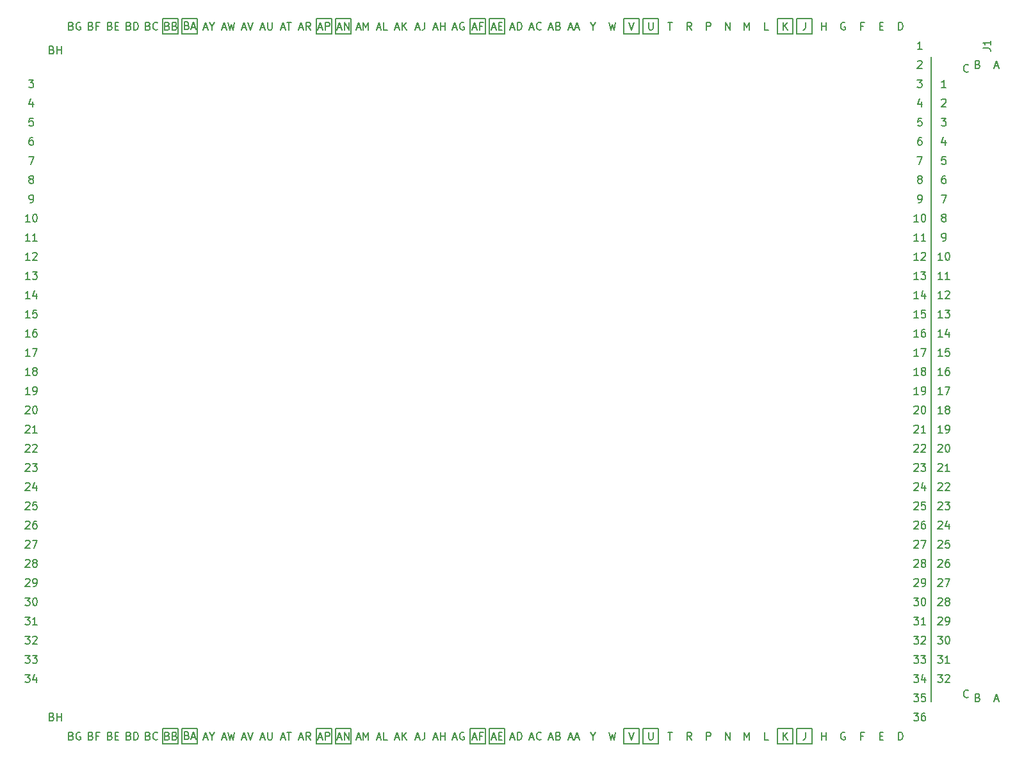
<source format=gbr>
G04 #@! TF.GenerationSoftware,KiCad,Pcbnew,(5.99.0-1588-g7ca069e63)*
G04 #@! TF.CreationDate,2020-05-10T11:49:47-06:00*
G04 #@! TF.ProjectId,module_proto,6d6f6475-6c65-45f7-9072-6f746f2e6b69,rev?*
G04 #@! TF.SameCoordinates,Original*
G04 #@! TF.FileFunction,Legend,Top*
G04 #@! TF.FilePolarity,Positive*
%FSLAX46Y46*%
G04 Gerber Fmt 4.6, Leading zero omitted, Abs format (unit mm)*
G04 Created by KiCad (PCBNEW (5.99.0-1588-g7ca069e63)) date 2020-05-10 11:49:47*
%MOMM*%
%LPD*%
G01*
G04 APERTURE LIST*
%ADD10C,0.200000*%
%ADD11C,0.900000*%
%ADD12C,6.500000*%
%ADD13C,1.800000*%
%ADD14C,2.900000*%
%ADD15C,0.254000*%
G04 APERTURE END LIST*
D10*
X236064000Y-122418000D02*
X236064000Y-37074000D01*
X237524523Y-66482380D02*
X236953095Y-66482380D01*
X237238809Y-66482380D02*
X237238809Y-65482380D01*
X237143571Y-65625238D01*
X237048333Y-65720476D01*
X236953095Y-65768095D01*
X238476904Y-66482380D02*
X237905476Y-66482380D01*
X238191190Y-66482380D02*
X238191190Y-65482380D01*
X238095952Y-65625238D01*
X238000714Y-65720476D01*
X237905476Y-65768095D01*
X236905476Y-116282380D02*
X237524523Y-116282380D01*
X237191190Y-116663333D01*
X237334047Y-116663333D01*
X237429285Y-116710952D01*
X237476904Y-116758571D01*
X237524523Y-116853809D01*
X237524523Y-117091904D01*
X237476904Y-117187142D01*
X237429285Y-117234761D01*
X237334047Y-117282380D01*
X237048333Y-117282380D01*
X236953095Y-117234761D01*
X236905476Y-117187142D01*
X238476904Y-117282380D02*
X237905476Y-117282380D01*
X238191190Y-117282380D02*
X238191190Y-116282380D01*
X238095952Y-116425238D01*
X238000714Y-116520476D01*
X237905476Y-116568095D01*
X236953095Y-88437619D02*
X237000714Y-88390000D01*
X237095952Y-88342380D01*
X237334047Y-88342380D01*
X237429285Y-88390000D01*
X237476904Y-88437619D01*
X237524523Y-88532857D01*
X237524523Y-88628095D01*
X237476904Y-88770952D01*
X236905476Y-89342380D01*
X237524523Y-89342380D01*
X238143571Y-88342380D02*
X238238809Y-88342380D01*
X238334047Y-88390000D01*
X238381666Y-88437619D01*
X238429285Y-88532857D01*
X238476904Y-88723333D01*
X238476904Y-88961428D01*
X238429285Y-89151904D01*
X238381666Y-89247142D01*
X238334047Y-89294761D01*
X238238809Y-89342380D01*
X238143571Y-89342380D01*
X238048333Y-89294761D01*
X238000714Y-89247142D01*
X237953095Y-89151904D01*
X237905476Y-88961428D01*
X237905476Y-88723333D01*
X237953095Y-88532857D01*
X238000714Y-88437619D01*
X238048333Y-88390000D01*
X238143571Y-88342380D01*
X237524523Y-61402380D02*
X237715000Y-61402380D01*
X237810238Y-61354761D01*
X237857857Y-61307142D01*
X237953095Y-61164285D01*
X238000714Y-60973809D01*
X238000714Y-60592857D01*
X237953095Y-60497619D01*
X237905476Y-60450000D01*
X237810238Y-60402380D01*
X237619761Y-60402380D01*
X237524523Y-60450000D01*
X237476904Y-60497619D01*
X237429285Y-60592857D01*
X237429285Y-60830952D01*
X237476904Y-60926190D01*
X237524523Y-60973809D01*
X237619761Y-61021428D01*
X237810238Y-61021428D01*
X237905476Y-60973809D01*
X237953095Y-60926190D01*
X238000714Y-60830952D01*
X236953095Y-111297619D02*
X237000714Y-111250000D01*
X237095952Y-111202380D01*
X237334047Y-111202380D01*
X237429285Y-111250000D01*
X237476904Y-111297619D01*
X237524523Y-111392857D01*
X237524523Y-111488095D01*
X237476904Y-111630952D01*
X236905476Y-112202380D01*
X237524523Y-112202380D01*
X238000714Y-112202380D02*
X238191190Y-112202380D01*
X238286428Y-112154761D01*
X238334047Y-112107142D01*
X238429285Y-111964285D01*
X238476904Y-111773809D01*
X238476904Y-111392857D01*
X238429285Y-111297619D01*
X238381666Y-111250000D01*
X238286428Y-111202380D01*
X238095952Y-111202380D01*
X238000714Y-111250000D01*
X237953095Y-111297619D01*
X237905476Y-111392857D01*
X237905476Y-111630952D01*
X237953095Y-111726190D01*
X238000714Y-111773809D01*
X238095952Y-111821428D01*
X238286428Y-111821428D01*
X238381666Y-111773809D01*
X238429285Y-111726190D01*
X238476904Y-111630952D01*
X237429285Y-42717619D02*
X237476904Y-42670000D01*
X237572142Y-42622380D01*
X237810238Y-42622380D01*
X237905476Y-42670000D01*
X237953095Y-42717619D01*
X238000714Y-42812857D01*
X238000714Y-42908095D01*
X237953095Y-43050952D01*
X237381666Y-43622380D01*
X238000714Y-43622380D01*
X236953095Y-90977619D02*
X237000714Y-90930000D01*
X237095952Y-90882380D01*
X237334047Y-90882380D01*
X237429285Y-90930000D01*
X237476904Y-90977619D01*
X237524523Y-91072857D01*
X237524523Y-91168095D01*
X237476904Y-91310952D01*
X236905476Y-91882380D01*
X237524523Y-91882380D01*
X238476904Y-91882380D02*
X237905476Y-91882380D01*
X238191190Y-91882380D02*
X238191190Y-90882380D01*
X238095952Y-91025238D01*
X238000714Y-91120476D01*
X237905476Y-91168095D01*
X237524523Y-69022380D02*
X236953095Y-69022380D01*
X237238809Y-69022380D02*
X237238809Y-68022380D01*
X237143571Y-68165238D01*
X237048333Y-68260476D01*
X236953095Y-68308095D01*
X237905476Y-68117619D02*
X237953095Y-68070000D01*
X238048333Y-68022380D01*
X238286428Y-68022380D01*
X238381666Y-68070000D01*
X238429285Y-68117619D01*
X238476904Y-68212857D01*
X238476904Y-68308095D01*
X238429285Y-68450952D01*
X237857857Y-69022380D01*
X238476904Y-69022380D01*
X236953095Y-101137619D02*
X237000714Y-101090000D01*
X237095952Y-101042380D01*
X237334047Y-101042380D01*
X237429285Y-101090000D01*
X237476904Y-101137619D01*
X237524523Y-101232857D01*
X237524523Y-101328095D01*
X237476904Y-101470952D01*
X236905476Y-102042380D01*
X237524523Y-102042380D01*
X238429285Y-101042380D02*
X237953095Y-101042380D01*
X237905476Y-101518571D01*
X237953095Y-101470952D01*
X238048333Y-101423333D01*
X238286428Y-101423333D01*
X238381666Y-101470952D01*
X238429285Y-101518571D01*
X238476904Y-101613809D01*
X238476904Y-101851904D01*
X238429285Y-101947142D01*
X238381666Y-101994761D01*
X238286428Y-102042380D01*
X238048333Y-102042380D01*
X237953095Y-101994761D01*
X237905476Y-101947142D01*
X237524523Y-81722380D02*
X236953095Y-81722380D01*
X237238809Y-81722380D02*
X237238809Y-80722380D01*
X237143571Y-80865238D01*
X237048333Y-80960476D01*
X236953095Y-81008095D01*
X237857857Y-80722380D02*
X238524523Y-80722380D01*
X238095952Y-81722380D01*
X237524523Y-76642380D02*
X236953095Y-76642380D01*
X237238809Y-76642380D02*
X237238809Y-75642380D01*
X237143571Y-75785238D01*
X237048333Y-75880476D01*
X236953095Y-75928095D01*
X238429285Y-75642380D02*
X237953095Y-75642380D01*
X237905476Y-76118571D01*
X237953095Y-76070952D01*
X238048333Y-76023333D01*
X238286428Y-76023333D01*
X238381666Y-76070952D01*
X238429285Y-76118571D01*
X238476904Y-76213809D01*
X238476904Y-76451904D01*
X238429285Y-76547142D01*
X238381666Y-76594761D01*
X238286428Y-76642380D01*
X238048333Y-76642380D01*
X237953095Y-76594761D01*
X237905476Y-76547142D01*
X237524523Y-74102380D02*
X236953095Y-74102380D01*
X237238809Y-74102380D02*
X237238809Y-73102380D01*
X237143571Y-73245238D01*
X237048333Y-73340476D01*
X236953095Y-73388095D01*
X238381666Y-73435714D02*
X238381666Y-74102380D01*
X238143571Y-73054761D02*
X237905476Y-73769047D01*
X238524523Y-73769047D01*
X236953095Y-108757619D02*
X237000714Y-108710000D01*
X237095952Y-108662380D01*
X237334047Y-108662380D01*
X237429285Y-108710000D01*
X237476904Y-108757619D01*
X237524523Y-108852857D01*
X237524523Y-108948095D01*
X237476904Y-109090952D01*
X236905476Y-109662380D01*
X237524523Y-109662380D01*
X238095952Y-109090952D02*
X238000714Y-109043333D01*
X237953095Y-108995714D01*
X237905476Y-108900476D01*
X237905476Y-108852857D01*
X237953095Y-108757619D01*
X238000714Y-108710000D01*
X238095952Y-108662380D01*
X238286428Y-108662380D01*
X238381666Y-108710000D01*
X238429285Y-108757619D01*
X238476904Y-108852857D01*
X238476904Y-108900476D01*
X238429285Y-108995714D01*
X238381666Y-109043333D01*
X238286428Y-109090952D01*
X238095952Y-109090952D01*
X238000714Y-109138571D01*
X237953095Y-109186190D01*
X237905476Y-109281428D01*
X237905476Y-109471904D01*
X237953095Y-109567142D01*
X238000714Y-109614761D01*
X238095952Y-109662380D01*
X238286428Y-109662380D01*
X238381666Y-109614761D01*
X238429285Y-109567142D01*
X238476904Y-109471904D01*
X238476904Y-109281428D01*
X238429285Y-109186190D01*
X238381666Y-109138571D01*
X238286428Y-109090952D01*
X236905476Y-118822380D02*
X237524523Y-118822380D01*
X237191190Y-119203333D01*
X237334047Y-119203333D01*
X237429285Y-119250952D01*
X237476904Y-119298571D01*
X237524523Y-119393809D01*
X237524523Y-119631904D01*
X237476904Y-119727142D01*
X237429285Y-119774761D01*
X237334047Y-119822380D01*
X237048333Y-119822380D01*
X236953095Y-119774761D01*
X236905476Y-119727142D01*
X237905476Y-118917619D02*
X237953095Y-118870000D01*
X238048333Y-118822380D01*
X238286428Y-118822380D01*
X238381666Y-118870000D01*
X238429285Y-118917619D01*
X238476904Y-119012857D01*
X238476904Y-119108095D01*
X238429285Y-119250952D01*
X237857857Y-119822380D01*
X238476904Y-119822380D01*
X237524523Y-63942380D02*
X236953095Y-63942380D01*
X237238809Y-63942380D02*
X237238809Y-62942380D01*
X237143571Y-63085238D01*
X237048333Y-63180476D01*
X236953095Y-63228095D01*
X238143571Y-62942380D02*
X238238809Y-62942380D01*
X238334047Y-62990000D01*
X238381666Y-63037619D01*
X238429285Y-63132857D01*
X238476904Y-63323333D01*
X238476904Y-63561428D01*
X238429285Y-63751904D01*
X238381666Y-63847142D01*
X238334047Y-63894761D01*
X238238809Y-63942380D01*
X238143571Y-63942380D01*
X238048333Y-63894761D01*
X238000714Y-63847142D01*
X237953095Y-63751904D01*
X237905476Y-63561428D01*
X237905476Y-63323333D01*
X237953095Y-63132857D01*
X238000714Y-63037619D01*
X238048333Y-62990000D01*
X238143571Y-62942380D01*
X237524523Y-71562380D02*
X236953095Y-71562380D01*
X237238809Y-71562380D02*
X237238809Y-70562380D01*
X237143571Y-70705238D01*
X237048333Y-70800476D01*
X236953095Y-70848095D01*
X237857857Y-70562380D02*
X238476904Y-70562380D01*
X238143571Y-70943333D01*
X238286428Y-70943333D01*
X238381666Y-70990952D01*
X238429285Y-71038571D01*
X238476904Y-71133809D01*
X238476904Y-71371904D01*
X238429285Y-71467142D01*
X238381666Y-71514761D01*
X238286428Y-71562380D01*
X238000714Y-71562380D01*
X237905476Y-71514761D01*
X237857857Y-71467142D01*
X237524523Y-79182380D02*
X236953095Y-79182380D01*
X237238809Y-79182380D02*
X237238809Y-78182380D01*
X237143571Y-78325238D01*
X237048333Y-78420476D01*
X236953095Y-78468095D01*
X238381666Y-78182380D02*
X238191190Y-78182380D01*
X238095952Y-78230000D01*
X238048333Y-78277619D01*
X237953095Y-78420476D01*
X237905476Y-78610952D01*
X237905476Y-78991904D01*
X237953095Y-79087142D01*
X238000714Y-79134761D01*
X238095952Y-79182380D01*
X238286428Y-79182380D01*
X238381666Y-79134761D01*
X238429285Y-79087142D01*
X238476904Y-78991904D01*
X238476904Y-78753809D01*
X238429285Y-78658571D01*
X238381666Y-78610952D01*
X238286428Y-78563333D01*
X238095952Y-78563333D01*
X238000714Y-78610952D01*
X237953095Y-78658571D01*
X237905476Y-78753809D01*
X236953095Y-96057619D02*
X237000714Y-96010000D01*
X237095952Y-95962380D01*
X237334047Y-95962380D01*
X237429285Y-96010000D01*
X237476904Y-96057619D01*
X237524523Y-96152857D01*
X237524523Y-96248095D01*
X237476904Y-96390952D01*
X236905476Y-96962380D01*
X237524523Y-96962380D01*
X237857857Y-95962380D02*
X238476904Y-95962380D01*
X238143571Y-96343333D01*
X238286428Y-96343333D01*
X238381666Y-96390952D01*
X238429285Y-96438571D01*
X238476904Y-96533809D01*
X238476904Y-96771904D01*
X238429285Y-96867142D01*
X238381666Y-96914761D01*
X238286428Y-96962380D01*
X238000714Y-96962380D01*
X237905476Y-96914761D01*
X237857857Y-96867142D01*
X236905476Y-113742380D02*
X237524523Y-113742380D01*
X237191190Y-114123333D01*
X237334047Y-114123333D01*
X237429285Y-114170952D01*
X237476904Y-114218571D01*
X237524523Y-114313809D01*
X237524523Y-114551904D01*
X237476904Y-114647142D01*
X237429285Y-114694761D01*
X237334047Y-114742380D01*
X237048333Y-114742380D01*
X236953095Y-114694761D01*
X236905476Y-114647142D01*
X238143571Y-113742380D02*
X238238809Y-113742380D01*
X238334047Y-113790000D01*
X238381666Y-113837619D01*
X238429285Y-113932857D01*
X238476904Y-114123333D01*
X238476904Y-114361428D01*
X238429285Y-114551904D01*
X238381666Y-114647142D01*
X238334047Y-114694761D01*
X238238809Y-114742380D01*
X238143571Y-114742380D01*
X238048333Y-114694761D01*
X238000714Y-114647142D01*
X237953095Y-114551904D01*
X237905476Y-114361428D01*
X237905476Y-114123333D01*
X237953095Y-113932857D01*
X238000714Y-113837619D01*
X238048333Y-113790000D01*
X238143571Y-113742380D01*
X237905476Y-52782380D02*
X237715000Y-52782380D01*
X237619761Y-52830000D01*
X237572142Y-52877619D01*
X237476904Y-53020476D01*
X237429285Y-53210952D01*
X237429285Y-53591904D01*
X237476904Y-53687142D01*
X237524523Y-53734761D01*
X237619761Y-53782380D01*
X237810238Y-53782380D01*
X237905476Y-53734761D01*
X237953095Y-53687142D01*
X238000714Y-53591904D01*
X238000714Y-53353809D01*
X237953095Y-53258571D01*
X237905476Y-53210952D01*
X237810238Y-53163333D01*
X237619761Y-53163333D01*
X237524523Y-53210952D01*
X237476904Y-53258571D01*
X237429285Y-53353809D01*
X237953095Y-50242380D02*
X237476904Y-50242380D01*
X237429285Y-50718571D01*
X237476904Y-50670952D01*
X237572142Y-50623333D01*
X237810238Y-50623333D01*
X237905476Y-50670952D01*
X237953095Y-50718571D01*
X238000714Y-50813809D01*
X238000714Y-51051904D01*
X237953095Y-51147142D01*
X237905476Y-51194761D01*
X237810238Y-51242380D01*
X237572142Y-51242380D01*
X237476904Y-51194761D01*
X237429285Y-51147142D01*
X237619761Y-58290952D02*
X237524523Y-58243333D01*
X237476904Y-58195714D01*
X237429285Y-58100476D01*
X237429285Y-58052857D01*
X237476904Y-57957619D01*
X237524523Y-57910000D01*
X237619761Y-57862380D01*
X237810238Y-57862380D01*
X237905476Y-57910000D01*
X237953095Y-57957619D01*
X238000714Y-58052857D01*
X238000714Y-58100476D01*
X237953095Y-58195714D01*
X237905476Y-58243333D01*
X237810238Y-58290952D01*
X237619761Y-58290952D01*
X237524523Y-58338571D01*
X237476904Y-58386190D01*
X237429285Y-58481428D01*
X237429285Y-58671904D01*
X237476904Y-58767142D01*
X237524523Y-58814761D01*
X237619761Y-58862380D01*
X237810238Y-58862380D01*
X237905476Y-58814761D01*
X237953095Y-58767142D01*
X238000714Y-58671904D01*
X238000714Y-58481428D01*
X237953095Y-58386190D01*
X237905476Y-58338571D01*
X237810238Y-58290952D01*
X236953095Y-103677619D02*
X237000714Y-103630000D01*
X237095952Y-103582380D01*
X237334047Y-103582380D01*
X237429285Y-103630000D01*
X237476904Y-103677619D01*
X237524523Y-103772857D01*
X237524523Y-103868095D01*
X237476904Y-104010952D01*
X236905476Y-104582380D01*
X237524523Y-104582380D01*
X238381666Y-103582380D02*
X238191190Y-103582380D01*
X238095952Y-103630000D01*
X238048333Y-103677619D01*
X237953095Y-103820476D01*
X237905476Y-104010952D01*
X237905476Y-104391904D01*
X237953095Y-104487142D01*
X238000714Y-104534761D01*
X238095952Y-104582380D01*
X238286428Y-104582380D01*
X238381666Y-104534761D01*
X238429285Y-104487142D01*
X238476904Y-104391904D01*
X238476904Y-104153809D01*
X238429285Y-104058571D01*
X238381666Y-104010952D01*
X238286428Y-103963333D01*
X238095952Y-103963333D01*
X238000714Y-104010952D01*
X237953095Y-104058571D01*
X237905476Y-104153809D01*
X237524523Y-84262380D02*
X236953095Y-84262380D01*
X237238809Y-84262380D02*
X237238809Y-83262380D01*
X237143571Y-83405238D01*
X237048333Y-83500476D01*
X236953095Y-83548095D01*
X238095952Y-83690952D02*
X238000714Y-83643333D01*
X237953095Y-83595714D01*
X237905476Y-83500476D01*
X237905476Y-83452857D01*
X237953095Y-83357619D01*
X238000714Y-83310000D01*
X238095952Y-83262380D01*
X238286428Y-83262380D01*
X238381666Y-83310000D01*
X238429285Y-83357619D01*
X238476904Y-83452857D01*
X238476904Y-83500476D01*
X238429285Y-83595714D01*
X238381666Y-83643333D01*
X238286428Y-83690952D01*
X238095952Y-83690952D01*
X238000714Y-83738571D01*
X237953095Y-83786190D01*
X237905476Y-83881428D01*
X237905476Y-84071904D01*
X237953095Y-84167142D01*
X238000714Y-84214761D01*
X238095952Y-84262380D01*
X238286428Y-84262380D01*
X238381666Y-84214761D01*
X238429285Y-84167142D01*
X238476904Y-84071904D01*
X238476904Y-83881428D01*
X238429285Y-83786190D01*
X238381666Y-83738571D01*
X238286428Y-83690952D01*
X236953095Y-98597619D02*
X237000714Y-98550000D01*
X237095952Y-98502380D01*
X237334047Y-98502380D01*
X237429285Y-98550000D01*
X237476904Y-98597619D01*
X237524523Y-98692857D01*
X237524523Y-98788095D01*
X237476904Y-98930952D01*
X236905476Y-99502380D01*
X237524523Y-99502380D01*
X238381666Y-98835714D02*
X238381666Y-99502380D01*
X238143571Y-98454761D02*
X237905476Y-99169047D01*
X238524523Y-99169047D01*
X237905476Y-48035714D02*
X237905476Y-48702380D01*
X237667380Y-47654761D02*
X237429285Y-48369047D01*
X238048333Y-48369047D01*
X237381666Y-45162380D02*
X238000714Y-45162380D01*
X237667380Y-45543333D01*
X237810238Y-45543333D01*
X237905476Y-45590952D01*
X237953095Y-45638571D01*
X238000714Y-45733809D01*
X238000714Y-45971904D01*
X237953095Y-46067142D01*
X237905476Y-46114761D01*
X237810238Y-46162380D01*
X237524523Y-46162380D01*
X237429285Y-46114761D01*
X237381666Y-46067142D01*
X237524523Y-86802380D02*
X236953095Y-86802380D01*
X237238809Y-86802380D02*
X237238809Y-85802380D01*
X237143571Y-85945238D01*
X237048333Y-86040476D01*
X236953095Y-86088095D01*
X238000714Y-86802380D02*
X238191190Y-86802380D01*
X238286428Y-86754761D01*
X238334047Y-86707142D01*
X238429285Y-86564285D01*
X238476904Y-86373809D01*
X238476904Y-85992857D01*
X238429285Y-85897619D01*
X238381666Y-85850000D01*
X238286428Y-85802380D01*
X238095952Y-85802380D01*
X238000714Y-85850000D01*
X237953095Y-85897619D01*
X237905476Y-85992857D01*
X237905476Y-86230952D01*
X237953095Y-86326190D01*
X238000714Y-86373809D01*
X238095952Y-86421428D01*
X238286428Y-86421428D01*
X238381666Y-86373809D01*
X238429285Y-86326190D01*
X238476904Y-86230952D01*
X236953095Y-93517619D02*
X237000714Y-93470000D01*
X237095952Y-93422380D01*
X237334047Y-93422380D01*
X237429285Y-93470000D01*
X237476904Y-93517619D01*
X237524523Y-93612857D01*
X237524523Y-93708095D01*
X237476904Y-93850952D01*
X236905476Y-94422380D01*
X237524523Y-94422380D01*
X237905476Y-93517619D02*
X237953095Y-93470000D01*
X238048333Y-93422380D01*
X238286428Y-93422380D01*
X238381666Y-93470000D01*
X238429285Y-93517619D01*
X238476904Y-93612857D01*
X238476904Y-93708095D01*
X238429285Y-93850952D01*
X237857857Y-94422380D01*
X238476904Y-94422380D01*
X236953095Y-106217619D02*
X237000714Y-106170000D01*
X237095952Y-106122380D01*
X237334047Y-106122380D01*
X237429285Y-106170000D01*
X237476904Y-106217619D01*
X237524523Y-106312857D01*
X237524523Y-106408095D01*
X237476904Y-106550952D01*
X236905476Y-107122380D01*
X237524523Y-107122380D01*
X237857857Y-106122380D02*
X238524523Y-106122380D01*
X238095952Y-107122380D01*
X237381666Y-55322380D02*
X238048333Y-55322380D01*
X237619761Y-56322380D01*
X238000714Y-41082380D02*
X237429285Y-41082380D01*
X237715000Y-41082380D02*
X237715000Y-40082380D01*
X237619761Y-40225238D01*
X237524523Y-40320476D01*
X237429285Y-40368095D01*
X233730476Y-123902380D02*
X234349523Y-123902380D01*
X234016190Y-124283333D01*
X234159047Y-124283333D01*
X234254285Y-124330952D01*
X234301904Y-124378571D01*
X234349523Y-124473809D01*
X234349523Y-124711904D01*
X234301904Y-124807142D01*
X234254285Y-124854761D01*
X234159047Y-124902380D01*
X233873333Y-124902380D01*
X233778095Y-124854761D01*
X233730476Y-124807142D01*
X235206666Y-123902380D02*
X235016190Y-123902380D01*
X234920952Y-123950000D01*
X234873333Y-123997619D01*
X234778095Y-124140476D01*
X234730476Y-124330952D01*
X234730476Y-124711904D01*
X234778095Y-124807142D01*
X234825714Y-124854761D01*
X234920952Y-124902380D01*
X235111428Y-124902380D01*
X235206666Y-124854761D01*
X235254285Y-124807142D01*
X235301904Y-124711904D01*
X235301904Y-124473809D01*
X235254285Y-124378571D01*
X235206666Y-124330952D01*
X235111428Y-124283333D01*
X234920952Y-124283333D01*
X234825714Y-124330952D01*
X234778095Y-124378571D01*
X234730476Y-124473809D01*
X233730476Y-121362380D02*
X234349523Y-121362380D01*
X234016190Y-121743333D01*
X234159047Y-121743333D01*
X234254285Y-121790952D01*
X234301904Y-121838571D01*
X234349523Y-121933809D01*
X234349523Y-122171904D01*
X234301904Y-122267142D01*
X234254285Y-122314761D01*
X234159047Y-122362380D01*
X233873333Y-122362380D01*
X233778095Y-122314761D01*
X233730476Y-122267142D01*
X235254285Y-121362380D02*
X234778095Y-121362380D01*
X234730476Y-121838571D01*
X234778095Y-121790952D01*
X234873333Y-121743333D01*
X235111428Y-121743333D01*
X235206666Y-121790952D01*
X235254285Y-121838571D01*
X235301904Y-121933809D01*
X235301904Y-122171904D01*
X235254285Y-122267142D01*
X235206666Y-122314761D01*
X235111428Y-122362380D01*
X234873333Y-122362380D01*
X234778095Y-122314761D01*
X234730476Y-122267142D01*
X234825714Y-36002380D02*
X234254285Y-36002380D01*
X234540000Y-36002380D02*
X234540000Y-35002380D01*
X234444761Y-35145238D01*
X234349523Y-35240476D01*
X234254285Y-35288095D01*
X234254285Y-37637619D02*
X234301904Y-37590000D01*
X234397142Y-37542380D01*
X234635238Y-37542380D01*
X234730476Y-37590000D01*
X234778095Y-37637619D01*
X234825714Y-37732857D01*
X234825714Y-37828095D01*
X234778095Y-37970952D01*
X234206666Y-38542380D01*
X234825714Y-38542380D01*
X234206666Y-40082380D02*
X234825714Y-40082380D01*
X234492380Y-40463333D01*
X234635238Y-40463333D01*
X234730476Y-40510952D01*
X234778095Y-40558571D01*
X234825714Y-40653809D01*
X234825714Y-40891904D01*
X234778095Y-40987142D01*
X234730476Y-41034761D01*
X234635238Y-41082380D01*
X234349523Y-41082380D01*
X234254285Y-41034761D01*
X234206666Y-40987142D01*
X234730476Y-42955714D02*
X234730476Y-43622380D01*
X234492380Y-42574761D02*
X234254285Y-43289047D01*
X234873333Y-43289047D01*
X234778095Y-45162380D02*
X234301904Y-45162380D01*
X234254285Y-45638571D01*
X234301904Y-45590952D01*
X234397142Y-45543333D01*
X234635238Y-45543333D01*
X234730476Y-45590952D01*
X234778095Y-45638571D01*
X234825714Y-45733809D01*
X234825714Y-45971904D01*
X234778095Y-46067142D01*
X234730476Y-46114761D01*
X234635238Y-46162380D01*
X234397142Y-46162380D01*
X234301904Y-46114761D01*
X234254285Y-46067142D01*
X234730476Y-47702380D02*
X234540000Y-47702380D01*
X234444761Y-47750000D01*
X234397142Y-47797619D01*
X234301904Y-47940476D01*
X234254285Y-48130952D01*
X234254285Y-48511904D01*
X234301904Y-48607142D01*
X234349523Y-48654761D01*
X234444761Y-48702380D01*
X234635238Y-48702380D01*
X234730476Y-48654761D01*
X234778095Y-48607142D01*
X234825714Y-48511904D01*
X234825714Y-48273809D01*
X234778095Y-48178571D01*
X234730476Y-48130952D01*
X234635238Y-48083333D01*
X234444761Y-48083333D01*
X234349523Y-48130952D01*
X234301904Y-48178571D01*
X234254285Y-48273809D01*
X234206666Y-50242380D02*
X234873333Y-50242380D01*
X234444761Y-51242380D01*
X234444761Y-53210952D02*
X234349523Y-53163333D01*
X234301904Y-53115714D01*
X234254285Y-53020476D01*
X234254285Y-52972857D01*
X234301904Y-52877619D01*
X234349523Y-52830000D01*
X234444761Y-52782380D01*
X234635238Y-52782380D01*
X234730476Y-52830000D01*
X234778095Y-52877619D01*
X234825714Y-52972857D01*
X234825714Y-53020476D01*
X234778095Y-53115714D01*
X234730476Y-53163333D01*
X234635238Y-53210952D01*
X234444761Y-53210952D01*
X234349523Y-53258571D01*
X234301904Y-53306190D01*
X234254285Y-53401428D01*
X234254285Y-53591904D01*
X234301904Y-53687142D01*
X234349523Y-53734761D01*
X234444761Y-53782380D01*
X234635238Y-53782380D01*
X234730476Y-53734761D01*
X234778095Y-53687142D01*
X234825714Y-53591904D01*
X234825714Y-53401428D01*
X234778095Y-53306190D01*
X234730476Y-53258571D01*
X234635238Y-53210952D01*
X234349523Y-56322380D02*
X234540000Y-56322380D01*
X234635238Y-56274761D01*
X234682857Y-56227142D01*
X234778095Y-56084285D01*
X234825714Y-55893809D01*
X234825714Y-55512857D01*
X234778095Y-55417619D01*
X234730476Y-55370000D01*
X234635238Y-55322380D01*
X234444761Y-55322380D01*
X234349523Y-55370000D01*
X234301904Y-55417619D01*
X234254285Y-55512857D01*
X234254285Y-55750952D01*
X234301904Y-55846190D01*
X234349523Y-55893809D01*
X234444761Y-55941428D01*
X234635238Y-55941428D01*
X234730476Y-55893809D01*
X234778095Y-55846190D01*
X234825714Y-55750952D01*
X234349523Y-58862380D02*
X233778095Y-58862380D01*
X234063809Y-58862380D02*
X234063809Y-57862380D01*
X233968571Y-58005238D01*
X233873333Y-58100476D01*
X233778095Y-58148095D01*
X234968571Y-57862380D02*
X235063809Y-57862380D01*
X235159047Y-57910000D01*
X235206666Y-57957619D01*
X235254285Y-58052857D01*
X235301904Y-58243333D01*
X235301904Y-58481428D01*
X235254285Y-58671904D01*
X235206666Y-58767142D01*
X235159047Y-58814761D01*
X235063809Y-58862380D01*
X234968571Y-58862380D01*
X234873333Y-58814761D01*
X234825714Y-58767142D01*
X234778095Y-58671904D01*
X234730476Y-58481428D01*
X234730476Y-58243333D01*
X234778095Y-58052857D01*
X234825714Y-57957619D01*
X234873333Y-57910000D01*
X234968571Y-57862380D01*
X234349523Y-61402380D02*
X233778095Y-61402380D01*
X234063809Y-61402380D02*
X234063809Y-60402380D01*
X233968571Y-60545238D01*
X233873333Y-60640476D01*
X233778095Y-60688095D01*
X235301904Y-61402380D02*
X234730476Y-61402380D01*
X235016190Y-61402380D02*
X235016190Y-60402380D01*
X234920952Y-60545238D01*
X234825714Y-60640476D01*
X234730476Y-60688095D01*
X234349523Y-63942380D02*
X233778095Y-63942380D01*
X234063809Y-63942380D02*
X234063809Y-62942380D01*
X233968571Y-63085238D01*
X233873333Y-63180476D01*
X233778095Y-63228095D01*
X234730476Y-63037619D02*
X234778095Y-62990000D01*
X234873333Y-62942380D01*
X235111428Y-62942380D01*
X235206666Y-62990000D01*
X235254285Y-63037619D01*
X235301904Y-63132857D01*
X235301904Y-63228095D01*
X235254285Y-63370952D01*
X234682857Y-63942380D01*
X235301904Y-63942380D01*
X234349523Y-66482380D02*
X233778095Y-66482380D01*
X234063809Y-66482380D02*
X234063809Y-65482380D01*
X233968571Y-65625238D01*
X233873333Y-65720476D01*
X233778095Y-65768095D01*
X234682857Y-65482380D02*
X235301904Y-65482380D01*
X234968571Y-65863333D01*
X235111428Y-65863333D01*
X235206666Y-65910952D01*
X235254285Y-65958571D01*
X235301904Y-66053809D01*
X235301904Y-66291904D01*
X235254285Y-66387142D01*
X235206666Y-66434761D01*
X235111428Y-66482380D01*
X234825714Y-66482380D01*
X234730476Y-66434761D01*
X234682857Y-66387142D01*
X234349523Y-69022380D02*
X233778095Y-69022380D01*
X234063809Y-69022380D02*
X234063809Y-68022380D01*
X233968571Y-68165238D01*
X233873333Y-68260476D01*
X233778095Y-68308095D01*
X235206666Y-68355714D02*
X235206666Y-69022380D01*
X234968571Y-67974761D02*
X234730476Y-68689047D01*
X235349523Y-68689047D01*
X234349523Y-71562380D02*
X233778095Y-71562380D01*
X234063809Y-71562380D02*
X234063809Y-70562380D01*
X233968571Y-70705238D01*
X233873333Y-70800476D01*
X233778095Y-70848095D01*
X235254285Y-70562380D02*
X234778095Y-70562380D01*
X234730476Y-71038571D01*
X234778095Y-70990952D01*
X234873333Y-70943333D01*
X235111428Y-70943333D01*
X235206666Y-70990952D01*
X235254285Y-71038571D01*
X235301904Y-71133809D01*
X235301904Y-71371904D01*
X235254285Y-71467142D01*
X235206666Y-71514761D01*
X235111428Y-71562380D01*
X234873333Y-71562380D01*
X234778095Y-71514761D01*
X234730476Y-71467142D01*
X234349523Y-74102380D02*
X233778095Y-74102380D01*
X234063809Y-74102380D02*
X234063809Y-73102380D01*
X233968571Y-73245238D01*
X233873333Y-73340476D01*
X233778095Y-73388095D01*
X235206666Y-73102380D02*
X235016190Y-73102380D01*
X234920952Y-73150000D01*
X234873333Y-73197619D01*
X234778095Y-73340476D01*
X234730476Y-73530952D01*
X234730476Y-73911904D01*
X234778095Y-74007142D01*
X234825714Y-74054761D01*
X234920952Y-74102380D01*
X235111428Y-74102380D01*
X235206666Y-74054761D01*
X235254285Y-74007142D01*
X235301904Y-73911904D01*
X235301904Y-73673809D01*
X235254285Y-73578571D01*
X235206666Y-73530952D01*
X235111428Y-73483333D01*
X234920952Y-73483333D01*
X234825714Y-73530952D01*
X234778095Y-73578571D01*
X234730476Y-73673809D01*
X234349523Y-76642380D02*
X233778095Y-76642380D01*
X234063809Y-76642380D02*
X234063809Y-75642380D01*
X233968571Y-75785238D01*
X233873333Y-75880476D01*
X233778095Y-75928095D01*
X234682857Y-75642380D02*
X235349523Y-75642380D01*
X234920952Y-76642380D01*
X234349523Y-79182380D02*
X233778095Y-79182380D01*
X234063809Y-79182380D02*
X234063809Y-78182380D01*
X233968571Y-78325238D01*
X233873333Y-78420476D01*
X233778095Y-78468095D01*
X234920952Y-78610952D02*
X234825714Y-78563333D01*
X234778095Y-78515714D01*
X234730476Y-78420476D01*
X234730476Y-78372857D01*
X234778095Y-78277619D01*
X234825714Y-78230000D01*
X234920952Y-78182380D01*
X235111428Y-78182380D01*
X235206666Y-78230000D01*
X235254285Y-78277619D01*
X235301904Y-78372857D01*
X235301904Y-78420476D01*
X235254285Y-78515714D01*
X235206666Y-78563333D01*
X235111428Y-78610952D01*
X234920952Y-78610952D01*
X234825714Y-78658571D01*
X234778095Y-78706190D01*
X234730476Y-78801428D01*
X234730476Y-78991904D01*
X234778095Y-79087142D01*
X234825714Y-79134761D01*
X234920952Y-79182380D01*
X235111428Y-79182380D01*
X235206666Y-79134761D01*
X235254285Y-79087142D01*
X235301904Y-78991904D01*
X235301904Y-78801428D01*
X235254285Y-78706190D01*
X235206666Y-78658571D01*
X235111428Y-78610952D01*
X234349523Y-81722380D02*
X233778095Y-81722380D01*
X234063809Y-81722380D02*
X234063809Y-80722380D01*
X233968571Y-80865238D01*
X233873333Y-80960476D01*
X233778095Y-81008095D01*
X234825714Y-81722380D02*
X235016190Y-81722380D01*
X235111428Y-81674761D01*
X235159047Y-81627142D01*
X235254285Y-81484285D01*
X235301904Y-81293809D01*
X235301904Y-80912857D01*
X235254285Y-80817619D01*
X235206666Y-80770000D01*
X235111428Y-80722380D01*
X234920952Y-80722380D01*
X234825714Y-80770000D01*
X234778095Y-80817619D01*
X234730476Y-80912857D01*
X234730476Y-81150952D01*
X234778095Y-81246190D01*
X234825714Y-81293809D01*
X234920952Y-81341428D01*
X235111428Y-81341428D01*
X235206666Y-81293809D01*
X235254285Y-81246190D01*
X235301904Y-81150952D01*
X233778095Y-83357619D02*
X233825714Y-83310000D01*
X233920952Y-83262380D01*
X234159047Y-83262380D01*
X234254285Y-83310000D01*
X234301904Y-83357619D01*
X234349523Y-83452857D01*
X234349523Y-83548095D01*
X234301904Y-83690952D01*
X233730476Y-84262380D01*
X234349523Y-84262380D01*
X234968571Y-83262380D02*
X235063809Y-83262380D01*
X235159047Y-83310000D01*
X235206666Y-83357619D01*
X235254285Y-83452857D01*
X235301904Y-83643333D01*
X235301904Y-83881428D01*
X235254285Y-84071904D01*
X235206666Y-84167142D01*
X235159047Y-84214761D01*
X235063809Y-84262380D01*
X234968571Y-84262380D01*
X234873333Y-84214761D01*
X234825714Y-84167142D01*
X234778095Y-84071904D01*
X234730476Y-83881428D01*
X234730476Y-83643333D01*
X234778095Y-83452857D01*
X234825714Y-83357619D01*
X234873333Y-83310000D01*
X234968571Y-83262380D01*
X233778095Y-85897619D02*
X233825714Y-85850000D01*
X233920952Y-85802380D01*
X234159047Y-85802380D01*
X234254285Y-85850000D01*
X234301904Y-85897619D01*
X234349523Y-85992857D01*
X234349523Y-86088095D01*
X234301904Y-86230952D01*
X233730476Y-86802380D01*
X234349523Y-86802380D01*
X235301904Y-86802380D02*
X234730476Y-86802380D01*
X235016190Y-86802380D02*
X235016190Y-85802380D01*
X234920952Y-85945238D01*
X234825714Y-86040476D01*
X234730476Y-86088095D01*
X233778095Y-88437619D02*
X233825714Y-88390000D01*
X233920952Y-88342380D01*
X234159047Y-88342380D01*
X234254285Y-88390000D01*
X234301904Y-88437619D01*
X234349523Y-88532857D01*
X234349523Y-88628095D01*
X234301904Y-88770952D01*
X233730476Y-89342380D01*
X234349523Y-89342380D01*
X234730476Y-88437619D02*
X234778095Y-88390000D01*
X234873333Y-88342380D01*
X235111428Y-88342380D01*
X235206666Y-88390000D01*
X235254285Y-88437619D01*
X235301904Y-88532857D01*
X235301904Y-88628095D01*
X235254285Y-88770952D01*
X234682857Y-89342380D01*
X235301904Y-89342380D01*
X233778095Y-90977619D02*
X233825714Y-90930000D01*
X233920952Y-90882380D01*
X234159047Y-90882380D01*
X234254285Y-90930000D01*
X234301904Y-90977619D01*
X234349523Y-91072857D01*
X234349523Y-91168095D01*
X234301904Y-91310952D01*
X233730476Y-91882380D01*
X234349523Y-91882380D01*
X234682857Y-90882380D02*
X235301904Y-90882380D01*
X234968571Y-91263333D01*
X235111428Y-91263333D01*
X235206666Y-91310952D01*
X235254285Y-91358571D01*
X235301904Y-91453809D01*
X235301904Y-91691904D01*
X235254285Y-91787142D01*
X235206666Y-91834761D01*
X235111428Y-91882380D01*
X234825714Y-91882380D01*
X234730476Y-91834761D01*
X234682857Y-91787142D01*
X233778095Y-93517619D02*
X233825714Y-93470000D01*
X233920952Y-93422380D01*
X234159047Y-93422380D01*
X234254285Y-93470000D01*
X234301904Y-93517619D01*
X234349523Y-93612857D01*
X234349523Y-93708095D01*
X234301904Y-93850952D01*
X233730476Y-94422380D01*
X234349523Y-94422380D01*
X235206666Y-93755714D02*
X235206666Y-94422380D01*
X234968571Y-93374761D02*
X234730476Y-94089047D01*
X235349523Y-94089047D01*
X233778095Y-96057619D02*
X233825714Y-96010000D01*
X233920952Y-95962380D01*
X234159047Y-95962380D01*
X234254285Y-96010000D01*
X234301904Y-96057619D01*
X234349523Y-96152857D01*
X234349523Y-96248095D01*
X234301904Y-96390952D01*
X233730476Y-96962380D01*
X234349523Y-96962380D01*
X235254285Y-95962380D02*
X234778095Y-95962380D01*
X234730476Y-96438571D01*
X234778095Y-96390952D01*
X234873333Y-96343333D01*
X235111428Y-96343333D01*
X235206666Y-96390952D01*
X235254285Y-96438571D01*
X235301904Y-96533809D01*
X235301904Y-96771904D01*
X235254285Y-96867142D01*
X235206666Y-96914761D01*
X235111428Y-96962380D01*
X234873333Y-96962380D01*
X234778095Y-96914761D01*
X234730476Y-96867142D01*
X233778095Y-98597619D02*
X233825714Y-98550000D01*
X233920952Y-98502380D01*
X234159047Y-98502380D01*
X234254285Y-98550000D01*
X234301904Y-98597619D01*
X234349523Y-98692857D01*
X234349523Y-98788095D01*
X234301904Y-98930952D01*
X233730476Y-99502380D01*
X234349523Y-99502380D01*
X235206666Y-98502380D02*
X235016190Y-98502380D01*
X234920952Y-98550000D01*
X234873333Y-98597619D01*
X234778095Y-98740476D01*
X234730476Y-98930952D01*
X234730476Y-99311904D01*
X234778095Y-99407142D01*
X234825714Y-99454761D01*
X234920952Y-99502380D01*
X235111428Y-99502380D01*
X235206666Y-99454761D01*
X235254285Y-99407142D01*
X235301904Y-99311904D01*
X235301904Y-99073809D01*
X235254285Y-98978571D01*
X235206666Y-98930952D01*
X235111428Y-98883333D01*
X234920952Y-98883333D01*
X234825714Y-98930952D01*
X234778095Y-98978571D01*
X234730476Y-99073809D01*
X233778095Y-101137619D02*
X233825714Y-101090000D01*
X233920952Y-101042380D01*
X234159047Y-101042380D01*
X234254285Y-101090000D01*
X234301904Y-101137619D01*
X234349523Y-101232857D01*
X234349523Y-101328095D01*
X234301904Y-101470952D01*
X233730476Y-102042380D01*
X234349523Y-102042380D01*
X234682857Y-101042380D02*
X235349523Y-101042380D01*
X234920952Y-102042380D01*
X233778095Y-103677619D02*
X233825714Y-103630000D01*
X233920952Y-103582380D01*
X234159047Y-103582380D01*
X234254285Y-103630000D01*
X234301904Y-103677619D01*
X234349523Y-103772857D01*
X234349523Y-103868095D01*
X234301904Y-104010952D01*
X233730476Y-104582380D01*
X234349523Y-104582380D01*
X234920952Y-104010952D02*
X234825714Y-103963333D01*
X234778095Y-103915714D01*
X234730476Y-103820476D01*
X234730476Y-103772857D01*
X234778095Y-103677619D01*
X234825714Y-103630000D01*
X234920952Y-103582380D01*
X235111428Y-103582380D01*
X235206666Y-103630000D01*
X235254285Y-103677619D01*
X235301904Y-103772857D01*
X235301904Y-103820476D01*
X235254285Y-103915714D01*
X235206666Y-103963333D01*
X235111428Y-104010952D01*
X234920952Y-104010952D01*
X234825714Y-104058571D01*
X234778095Y-104106190D01*
X234730476Y-104201428D01*
X234730476Y-104391904D01*
X234778095Y-104487142D01*
X234825714Y-104534761D01*
X234920952Y-104582380D01*
X235111428Y-104582380D01*
X235206666Y-104534761D01*
X235254285Y-104487142D01*
X235301904Y-104391904D01*
X235301904Y-104201428D01*
X235254285Y-104106190D01*
X235206666Y-104058571D01*
X235111428Y-104010952D01*
X233778095Y-106217619D02*
X233825714Y-106170000D01*
X233920952Y-106122380D01*
X234159047Y-106122380D01*
X234254285Y-106170000D01*
X234301904Y-106217619D01*
X234349523Y-106312857D01*
X234349523Y-106408095D01*
X234301904Y-106550952D01*
X233730476Y-107122380D01*
X234349523Y-107122380D01*
X234825714Y-107122380D02*
X235016190Y-107122380D01*
X235111428Y-107074761D01*
X235159047Y-107027142D01*
X235254285Y-106884285D01*
X235301904Y-106693809D01*
X235301904Y-106312857D01*
X235254285Y-106217619D01*
X235206666Y-106170000D01*
X235111428Y-106122380D01*
X234920952Y-106122380D01*
X234825714Y-106170000D01*
X234778095Y-106217619D01*
X234730476Y-106312857D01*
X234730476Y-106550952D01*
X234778095Y-106646190D01*
X234825714Y-106693809D01*
X234920952Y-106741428D01*
X235111428Y-106741428D01*
X235206666Y-106693809D01*
X235254285Y-106646190D01*
X235301904Y-106550952D01*
X233730476Y-108662380D02*
X234349523Y-108662380D01*
X234016190Y-109043333D01*
X234159047Y-109043333D01*
X234254285Y-109090952D01*
X234301904Y-109138571D01*
X234349523Y-109233809D01*
X234349523Y-109471904D01*
X234301904Y-109567142D01*
X234254285Y-109614761D01*
X234159047Y-109662380D01*
X233873333Y-109662380D01*
X233778095Y-109614761D01*
X233730476Y-109567142D01*
X234968571Y-108662380D02*
X235063809Y-108662380D01*
X235159047Y-108710000D01*
X235206666Y-108757619D01*
X235254285Y-108852857D01*
X235301904Y-109043333D01*
X235301904Y-109281428D01*
X235254285Y-109471904D01*
X235206666Y-109567142D01*
X235159047Y-109614761D01*
X235063809Y-109662380D01*
X234968571Y-109662380D01*
X234873333Y-109614761D01*
X234825714Y-109567142D01*
X234778095Y-109471904D01*
X234730476Y-109281428D01*
X234730476Y-109043333D01*
X234778095Y-108852857D01*
X234825714Y-108757619D01*
X234873333Y-108710000D01*
X234968571Y-108662380D01*
X233730476Y-111202380D02*
X234349523Y-111202380D01*
X234016190Y-111583333D01*
X234159047Y-111583333D01*
X234254285Y-111630952D01*
X234301904Y-111678571D01*
X234349523Y-111773809D01*
X234349523Y-112011904D01*
X234301904Y-112107142D01*
X234254285Y-112154761D01*
X234159047Y-112202380D01*
X233873333Y-112202380D01*
X233778095Y-112154761D01*
X233730476Y-112107142D01*
X235301904Y-112202380D02*
X234730476Y-112202380D01*
X235016190Y-112202380D02*
X235016190Y-111202380D01*
X234920952Y-111345238D01*
X234825714Y-111440476D01*
X234730476Y-111488095D01*
X233730476Y-113742380D02*
X234349523Y-113742380D01*
X234016190Y-114123333D01*
X234159047Y-114123333D01*
X234254285Y-114170952D01*
X234301904Y-114218571D01*
X234349523Y-114313809D01*
X234349523Y-114551904D01*
X234301904Y-114647142D01*
X234254285Y-114694761D01*
X234159047Y-114742380D01*
X233873333Y-114742380D01*
X233778095Y-114694761D01*
X233730476Y-114647142D01*
X234730476Y-113837619D02*
X234778095Y-113790000D01*
X234873333Y-113742380D01*
X235111428Y-113742380D01*
X235206666Y-113790000D01*
X235254285Y-113837619D01*
X235301904Y-113932857D01*
X235301904Y-114028095D01*
X235254285Y-114170952D01*
X234682857Y-114742380D01*
X235301904Y-114742380D01*
X233730476Y-116282380D02*
X234349523Y-116282380D01*
X234016190Y-116663333D01*
X234159047Y-116663333D01*
X234254285Y-116710952D01*
X234301904Y-116758571D01*
X234349523Y-116853809D01*
X234349523Y-117091904D01*
X234301904Y-117187142D01*
X234254285Y-117234761D01*
X234159047Y-117282380D01*
X233873333Y-117282380D01*
X233778095Y-117234761D01*
X233730476Y-117187142D01*
X234682857Y-116282380D02*
X235301904Y-116282380D01*
X234968571Y-116663333D01*
X235111428Y-116663333D01*
X235206666Y-116710952D01*
X235254285Y-116758571D01*
X235301904Y-116853809D01*
X235301904Y-117091904D01*
X235254285Y-117187142D01*
X235206666Y-117234761D01*
X235111428Y-117282380D01*
X234825714Y-117282380D01*
X234730476Y-117234761D01*
X234682857Y-117187142D01*
X233730476Y-118822380D02*
X234349523Y-118822380D01*
X234016190Y-119203333D01*
X234159047Y-119203333D01*
X234254285Y-119250952D01*
X234301904Y-119298571D01*
X234349523Y-119393809D01*
X234349523Y-119631904D01*
X234301904Y-119727142D01*
X234254285Y-119774761D01*
X234159047Y-119822380D01*
X233873333Y-119822380D01*
X233778095Y-119774761D01*
X233730476Y-119727142D01*
X235206666Y-119155714D02*
X235206666Y-119822380D01*
X234968571Y-118774761D02*
X234730476Y-119489047D01*
X235349523Y-119489047D01*
X119787619Y-124378571D02*
X119930476Y-124426190D01*
X119978095Y-124473809D01*
X120025714Y-124569047D01*
X120025714Y-124711904D01*
X119978095Y-124807142D01*
X119930476Y-124854761D01*
X119835238Y-124902380D01*
X119454285Y-124902380D01*
X119454285Y-123902380D01*
X119787619Y-123902380D01*
X119882857Y-123950000D01*
X119930476Y-123997619D01*
X119978095Y-124092857D01*
X119978095Y-124188095D01*
X119930476Y-124283333D01*
X119882857Y-124330952D01*
X119787619Y-124378571D01*
X119454285Y-124378571D01*
X120454285Y-124902380D02*
X120454285Y-123902380D01*
X120454285Y-124378571D02*
X121025714Y-124378571D01*
X121025714Y-124902380D02*
X121025714Y-123902380D01*
X119787619Y-36113571D02*
X119930476Y-36161190D01*
X119978095Y-36208809D01*
X120025714Y-36304047D01*
X120025714Y-36446904D01*
X119978095Y-36542142D01*
X119930476Y-36589761D01*
X119835238Y-36637380D01*
X119454285Y-36637380D01*
X119454285Y-35637380D01*
X119787619Y-35637380D01*
X119882857Y-35685000D01*
X119930476Y-35732619D01*
X119978095Y-35827857D01*
X119978095Y-35923095D01*
X119930476Y-36018333D01*
X119882857Y-36065952D01*
X119787619Y-36113571D01*
X119454285Y-36113571D01*
X120454285Y-36637380D02*
X120454285Y-35637380D01*
X120454285Y-36113571D02*
X121025714Y-36113571D01*
X121025714Y-36637380D02*
X121025714Y-35637380D01*
X188153333Y-127156666D02*
X188629523Y-127156666D01*
X188058095Y-127442380D02*
X188391428Y-126442380D01*
X188724761Y-127442380D01*
X189010476Y-127156666D02*
X189486666Y-127156666D01*
X188915238Y-127442380D02*
X189248571Y-126442380D01*
X189581904Y-127442380D01*
X175104000Y-125974000D02*
X177136000Y-125974000D01*
X193471428Y-126442380D02*
X193709523Y-127442380D01*
X193900000Y-126728095D01*
X194090476Y-127442380D01*
X194328571Y-126442380D01*
X227062857Y-126918571D02*
X226729523Y-126918571D01*
X226729523Y-127442380D02*
X226729523Y-126442380D01*
X227205714Y-126442380D01*
X162777142Y-127156666D02*
X163253333Y-127156666D01*
X162681904Y-127442380D02*
X163015238Y-126442380D01*
X163348571Y-127442380D01*
X164158095Y-127442380D02*
X163681904Y-127442380D01*
X163681904Y-126442380D01*
X206338095Y-127442380D02*
X206338095Y-126442380D01*
X206719047Y-126442380D01*
X206814285Y-126490000D01*
X206861904Y-126537619D01*
X206909523Y-126632857D01*
X206909523Y-126775714D01*
X206861904Y-126870952D01*
X206814285Y-126918571D01*
X206719047Y-126966190D01*
X206338095Y-126966190D01*
X139036000Y-125974000D02*
X139036000Y-128006000D01*
X177136000Y-125974000D02*
X177136000Y-128006000D01*
X197456000Y-128006000D02*
X195424000Y-128006000D01*
X220316000Y-128006000D02*
X218284000Y-128006000D01*
X157324000Y-125974000D02*
X159356000Y-125974000D01*
X152521904Y-127156666D02*
X152998095Y-127156666D01*
X152426666Y-127442380D02*
X152760000Y-126442380D01*
X153093333Y-127442380D01*
X153998095Y-127442380D02*
X153664761Y-126966190D01*
X153426666Y-127442380D02*
X153426666Y-126442380D01*
X153807619Y-126442380D01*
X153902857Y-126490000D01*
X153950476Y-126537619D01*
X153998095Y-126632857D01*
X153998095Y-126775714D01*
X153950476Y-126870952D01*
X153902857Y-126918571D01*
X153807619Y-126966190D01*
X153426666Y-126966190D01*
X172841904Y-127156666D02*
X173318095Y-127156666D01*
X172746666Y-127442380D02*
X173080000Y-126442380D01*
X173413333Y-127442380D01*
X174270476Y-126490000D02*
X174175238Y-126442380D01*
X174032380Y-126442380D01*
X173889523Y-126490000D01*
X173794285Y-126585238D01*
X173746666Y-126680476D01*
X173699047Y-126870952D01*
X173699047Y-127013809D01*
X173746666Y-127204285D01*
X173794285Y-127299523D01*
X173889523Y-127394761D01*
X174032380Y-127442380D01*
X174127619Y-127442380D01*
X174270476Y-127394761D01*
X174318095Y-127347142D01*
X174318095Y-127013809D01*
X174127619Y-127013809D01*
X167880952Y-127156666D02*
X168357142Y-127156666D01*
X167785714Y-127442380D02*
X168119047Y-126442380D01*
X168452380Y-127442380D01*
X169071428Y-126442380D02*
X169071428Y-127156666D01*
X169023809Y-127299523D01*
X168928571Y-127394761D01*
X168785714Y-127442380D01*
X168690476Y-127442380D01*
X132511428Y-126918571D02*
X132654285Y-126966190D01*
X132701904Y-127013809D01*
X132749523Y-127109047D01*
X132749523Y-127251904D01*
X132701904Y-127347142D01*
X132654285Y-127394761D01*
X132559047Y-127442380D01*
X132178095Y-127442380D01*
X132178095Y-126442380D01*
X132511428Y-126442380D01*
X132606666Y-126490000D01*
X132654285Y-126537619D01*
X132701904Y-126632857D01*
X132701904Y-126728095D01*
X132654285Y-126823333D01*
X132606666Y-126870952D01*
X132511428Y-126918571D01*
X132178095Y-126918571D01*
X133749523Y-127347142D02*
X133701904Y-127394761D01*
X133559047Y-127442380D01*
X133463809Y-127442380D01*
X133320952Y-127394761D01*
X133225714Y-127299523D01*
X133178095Y-127204285D01*
X133130476Y-127013809D01*
X133130476Y-126870952D01*
X133178095Y-126680476D01*
X133225714Y-126585238D01*
X133320952Y-126490000D01*
X133463809Y-126442380D01*
X133559047Y-126442380D01*
X133701904Y-126490000D01*
X133749523Y-126537619D01*
X160070476Y-127156666D02*
X160546666Y-127156666D01*
X159975238Y-127442380D02*
X160308571Y-126442380D01*
X160641904Y-127442380D01*
X160975238Y-127442380D02*
X160975238Y-126442380D01*
X161308571Y-127156666D01*
X161641904Y-126442380D01*
X161641904Y-127442380D01*
X175453333Y-127156666D02*
X175929523Y-127156666D01*
X175358095Y-127442380D02*
X175691428Y-126442380D01*
X176024761Y-127442380D01*
X176691428Y-126918571D02*
X176358095Y-126918571D01*
X176358095Y-127442380D02*
X176358095Y-126442380D01*
X176834285Y-126442380D01*
X155061904Y-127156666D02*
X155538095Y-127156666D01*
X154966666Y-127442380D02*
X155300000Y-126442380D01*
X155633333Y-127442380D01*
X155966666Y-127442380D02*
X155966666Y-126442380D01*
X156347619Y-126442380D01*
X156442857Y-126490000D01*
X156490476Y-126537619D01*
X156538095Y-126632857D01*
X156538095Y-126775714D01*
X156490476Y-126870952D01*
X156442857Y-126918571D01*
X156347619Y-126966190D01*
X155966666Y-126966190D01*
X129971428Y-126918571D02*
X130114285Y-126966190D01*
X130161904Y-127013809D01*
X130209523Y-127109047D01*
X130209523Y-127251904D01*
X130161904Y-127347142D01*
X130114285Y-127394761D01*
X130019047Y-127442380D01*
X129638095Y-127442380D01*
X129638095Y-126442380D01*
X129971428Y-126442380D01*
X130066666Y-126490000D01*
X130114285Y-126537619D01*
X130161904Y-126632857D01*
X130161904Y-126728095D01*
X130114285Y-126823333D01*
X130066666Y-126870952D01*
X129971428Y-126918571D01*
X129638095Y-126918571D01*
X130638095Y-127442380D02*
X130638095Y-126442380D01*
X130876190Y-126442380D01*
X131019047Y-126490000D01*
X131114285Y-126585238D01*
X131161904Y-126680476D01*
X131209523Y-126870952D01*
X131209523Y-127013809D01*
X131161904Y-127204285D01*
X131114285Y-127299523D01*
X131019047Y-127394761D01*
X130876190Y-127442380D01*
X130638095Y-127442380D01*
X135051428Y-126918571D02*
X135194285Y-126966190D01*
X135241904Y-127013809D01*
X135289523Y-127109047D01*
X135289523Y-127251904D01*
X135241904Y-127347142D01*
X135194285Y-127394761D01*
X135099047Y-127442380D01*
X134718095Y-127442380D01*
X134718095Y-126442380D01*
X135051428Y-126442380D01*
X135146666Y-126490000D01*
X135194285Y-126537619D01*
X135241904Y-126632857D01*
X135241904Y-126728095D01*
X135194285Y-126823333D01*
X135146666Y-126870952D01*
X135051428Y-126918571D01*
X134718095Y-126918571D01*
X136051428Y-126918571D02*
X136194285Y-126966190D01*
X136241904Y-127013809D01*
X136289523Y-127109047D01*
X136289523Y-127251904D01*
X136241904Y-127347142D01*
X136194285Y-127394761D01*
X136099047Y-127442380D01*
X135718095Y-127442380D01*
X135718095Y-126442380D01*
X136051428Y-126442380D01*
X136146666Y-126490000D01*
X136194285Y-126537619D01*
X136241904Y-126632857D01*
X136241904Y-126728095D01*
X136194285Y-126823333D01*
X136146666Y-126870952D01*
X136051428Y-126918571D01*
X135718095Y-126918571D01*
X137662857Y-126848571D02*
X137805714Y-126896190D01*
X137853333Y-126943809D01*
X137900952Y-127039047D01*
X137900952Y-127181904D01*
X137853333Y-127277142D01*
X137805714Y-127324761D01*
X137710476Y-127372380D01*
X137329523Y-127372380D01*
X137329523Y-126372380D01*
X137662857Y-126372380D01*
X137758095Y-126420000D01*
X137805714Y-126467619D01*
X137853333Y-126562857D01*
X137853333Y-126658095D01*
X137805714Y-126753333D01*
X137758095Y-126800952D01*
X137662857Y-126848571D01*
X137329523Y-126848571D01*
X138281904Y-127086666D02*
X138758095Y-127086666D01*
X138186666Y-127372380D02*
X138520000Y-126372380D01*
X138853333Y-127372380D01*
X165221904Y-127156666D02*
X165698095Y-127156666D01*
X165126666Y-127442380D02*
X165460000Y-126442380D01*
X165793333Y-127442380D01*
X166126666Y-127442380D02*
X166126666Y-126442380D01*
X166698095Y-127442380D02*
X166269523Y-126870952D01*
X166698095Y-126442380D02*
X166126666Y-127013809D01*
X185541904Y-127156666D02*
X186018095Y-127156666D01*
X185446666Y-127442380D02*
X185780000Y-126442380D01*
X186113333Y-127442380D01*
X186780000Y-126918571D02*
X186922857Y-126966190D01*
X186970476Y-127013809D01*
X187018095Y-127109047D01*
X187018095Y-127251904D01*
X186970476Y-127347142D01*
X186922857Y-127394761D01*
X186827619Y-127442380D01*
X186446666Y-127442380D01*
X186446666Y-126442380D01*
X186780000Y-126442380D01*
X186875238Y-126490000D01*
X186922857Y-126537619D01*
X186970476Y-126632857D01*
X186970476Y-126728095D01*
X186922857Y-126823333D01*
X186875238Y-126870952D01*
X186780000Y-126918571D01*
X186446666Y-126918571D01*
X144973333Y-127156666D02*
X145449523Y-127156666D01*
X144878095Y-127442380D02*
X145211428Y-126442380D01*
X145544761Y-127442380D01*
X145735238Y-126442380D02*
X146068571Y-127442380D01*
X146401904Y-126442380D01*
X147418095Y-127156666D02*
X147894285Y-127156666D01*
X147322857Y-127442380D02*
X147656190Y-126442380D01*
X147989523Y-127442380D01*
X148322857Y-126442380D02*
X148322857Y-127251904D01*
X148370476Y-127347142D01*
X148418095Y-127394761D01*
X148513333Y-127442380D01*
X148703809Y-127442380D01*
X148799047Y-127394761D01*
X148846666Y-127347142D01*
X148894285Y-127251904D01*
X148894285Y-126442380D01*
X139893333Y-127156666D02*
X140369523Y-127156666D01*
X139798095Y-127442380D02*
X140131428Y-126442380D01*
X140464761Y-127442380D01*
X140988571Y-126966190D02*
X140988571Y-127442380D01*
X140655238Y-126442380D02*
X140988571Y-126966190D01*
X141321904Y-126442380D01*
X183001904Y-127156666D02*
X183478095Y-127156666D01*
X182906666Y-127442380D02*
X183240000Y-126442380D01*
X183573333Y-127442380D01*
X184478095Y-127347142D02*
X184430476Y-127394761D01*
X184287619Y-127442380D01*
X184192380Y-127442380D01*
X184049523Y-127394761D01*
X183954285Y-127299523D01*
X183906666Y-127204285D01*
X183859047Y-127013809D01*
X183859047Y-126870952D01*
X183906666Y-126680476D01*
X183954285Y-126585238D01*
X184049523Y-126490000D01*
X184192380Y-126442380D01*
X184287619Y-126442380D01*
X184430476Y-126490000D01*
X184478095Y-126537619D01*
X180461904Y-127156666D02*
X180938095Y-127156666D01*
X180366666Y-127442380D02*
X180700000Y-126442380D01*
X181033333Y-127442380D01*
X181366666Y-127442380D02*
X181366666Y-126442380D01*
X181604761Y-126442380D01*
X181747619Y-126490000D01*
X181842857Y-126585238D01*
X181890476Y-126680476D01*
X181938095Y-126870952D01*
X181938095Y-127013809D01*
X181890476Y-127204285D01*
X181842857Y-127299523D01*
X181747619Y-127394761D01*
X181604761Y-127442380D01*
X181366666Y-127442380D01*
X220316000Y-125974000D02*
X220316000Y-128006000D01*
X139036000Y-128006000D02*
X137004000Y-128006000D01*
X154784000Y-125974000D02*
X156816000Y-125974000D01*
X134464000Y-125974000D02*
X136496000Y-125974000D01*
X177644000Y-125974000D02*
X179676000Y-125974000D01*
X127479047Y-126918571D02*
X127621904Y-126966190D01*
X127669523Y-127013809D01*
X127717142Y-127109047D01*
X127717142Y-127251904D01*
X127669523Y-127347142D01*
X127621904Y-127394761D01*
X127526666Y-127442380D01*
X127145714Y-127442380D01*
X127145714Y-126442380D01*
X127479047Y-126442380D01*
X127574285Y-126490000D01*
X127621904Y-126537619D01*
X127669523Y-126632857D01*
X127669523Y-126728095D01*
X127621904Y-126823333D01*
X127574285Y-126870952D01*
X127479047Y-126918571D01*
X127145714Y-126918571D01*
X128145714Y-126918571D02*
X128479047Y-126918571D01*
X128621904Y-127442380D02*
X128145714Y-127442380D01*
X128145714Y-126442380D01*
X128621904Y-126442380D01*
X142290476Y-127156666D02*
X142766666Y-127156666D01*
X142195238Y-127442380D02*
X142528571Y-126442380D01*
X142861904Y-127442380D01*
X143100000Y-126442380D02*
X143338095Y-127442380D01*
X143528571Y-126728095D01*
X143719047Y-127442380D01*
X143957142Y-126442380D01*
X175104000Y-128006000D02*
X175104000Y-125974000D01*
X197964000Y-128006000D02*
X197964000Y-125974000D01*
X156816000Y-125974000D02*
X156816000Y-128006000D01*
X217776000Y-125974000D02*
X217776000Y-128006000D01*
X137004000Y-128006000D02*
X137004000Y-125974000D01*
X196106666Y-126442380D02*
X196440000Y-127442380D01*
X196773333Y-126442380D01*
X157578095Y-127156666D02*
X158054285Y-127156666D01*
X157482857Y-127442380D02*
X157816190Y-126442380D01*
X158149523Y-127442380D01*
X158482857Y-127442380D02*
X158482857Y-126442380D01*
X159054285Y-127442380D01*
X159054285Y-126442380D01*
X191360000Y-126966190D02*
X191360000Y-127442380D01*
X191026666Y-126442380D02*
X191360000Y-126966190D01*
X191693333Y-126442380D01*
X199996000Y-128006000D02*
X197964000Y-128006000D01*
X218284000Y-128006000D02*
X218284000Y-125974000D01*
X177969523Y-127156666D02*
X178445714Y-127156666D01*
X177874285Y-127442380D02*
X178207619Y-126442380D01*
X178540952Y-127442380D01*
X178874285Y-126918571D02*
X179207619Y-126918571D01*
X179350476Y-127442380D02*
X178874285Y-127442380D01*
X178874285Y-126442380D01*
X179350476Y-126442380D01*
X159356000Y-125974000D02*
X159356000Y-128006000D01*
X195424000Y-125974000D02*
X197456000Y-125974000D01*
X150100952Y-127156666D02*
X150577142Y-127156666D01*
X150005714Y-127442380D02*
X150339047Y-126442380D01*
X150672380Y-127442380D01*
X150862857Y-126442380D02*
X151434285Y-126442380D01*
X151148571Y-127442380D02*
X151148571Y-126442380D01*
X159356000Y-128006000D02*
X157324000Y-128006000D01*
X157324000Y-128006000D02*
X157324000Y-125974000D01*
X177136000Y-128006000D02*
X175104000Y-128006000D01*
X195424000Y-128006000D02*
X195424000Y-125974000D01*
X218284000Y-125974000D02*
X220316000Y-125974000D01*
X221554285Y-127442380D02*
X221554285Y-126442380D01*
X221554285Y-126918571D02*
X222125714Y-126918571D01*
X222125714Y-127442380D02*
X222125714Y-126442380D01*
X231738095Y-127442380D02*
X231738095Y-126442380D01*
X231976190Y-126442380D01*
X232119047Y-126490000D01*
X232214285Y-126585238D01*
X232261904Y-126680476D01*
X232309523Y-126870952D01*
X232309523Y-127013809D01*
X232261904Y-127204285D01*
X232214285Y-127299523D01*
X232119047Y-127394761D01*
X231976190Y-127442380D01*
X231738095Y-127442380D01*
X136496000Y-125974000D02*
X136496000Y-128006000D01*
X134464000Y-128006000D02*
X134464000Y-125974000D01*
X197964000Y-125974000D02*
X199996000Y-125974000D01*
X136496000Y-128006000D02*
X134464000Y-128006000D01*
X215744000Y-125974000D02*
X217776000Y-125974000D01*
X217776000Y-128006000D02*
X215744000Y-128006000D01*
X216498095Y-127442380D02*
X216498095Y-126442380D01*
X217069523Y-127442380D02*
X216640952Y-126870952D01*
X217069523Y-126442380D02*
X216498095Y-127013809D01*
X204369523Y-127442380D02*
X204036190Y-126966190D01*
X203798095Y-127442380D02*
X203798095Y-126442380D01*
X204179047Y-126442380D01*
X204274285Y-126490000D01*
X204321904Y-126537619D01*
X204369523Y-126632857D01*
X204369523Y-126775714D01*
X204321904Y-126870952D01*
X204274285Y-126918571D01*
X204179047Y-126966190D01*
X203798095Y-126966190D01*
X224641904Y-126490000D02*
X224546666Y-126442380D01*
X224403809Y-126442380D01*
X224260952Y-126490000D01*
X224165714Y-126585238D01*
X224118095Y-126680476D01*
X224070476Y-126870952D01*
X224070476Y-127013809D01*
X224118095Y-127204285D01*
X224165714Y-127299523D01*
X224260952Y-127394761D01*
X224403809Y-127442380D01*
X224499047Y-127442380D01*
X224641904Y-127394761D01*
X224689523Y-127347142D01*
X224689523Y-127013809D01*
X224499047Y-127013809D01*
X214529523Y-127442380D02*
X214053333Y-127442380D01*
X214053333Y-126442380D01*
X208854285Y-127442380D02*
X208854285Y-126442380D01*
X209425714Y-127442380D01*
X209425714Y-126442380D01*
X219442857Y-126442380D02*
X219442857Y-127156666D01*
X219395238Y-127299523D01*
X219300000Y-127394761D01*
X219157142Y-127442380D01*
X219061904Y-127442380D01*
X154784000Y-128006000D02*
X154784000Y-125974000D01*
X137004000Y-125974000D02*
X139036000Y-125974000D01*
X229245714Y-126918571D02*
X229579047Y-126918571D01*
X229721904Y-127442380D02*
X229245714Y-127442380D01*
X229245714Y-126442380D01*
X229721904Y-126442380D01*
X211346666Y-127442380D02*
X211346666Y-126442380D01*
X211680000Y-127156666D01*
X212013333Y-126442380D01*
X212013333Y-127442380D01*
X179676000Y-125974000D02*
X179676000Y-128006000D01*
X156816000Y-128006000D02*
X154784000Y-128006000D01*
X199996000Y-125974000D02*
X199996000Y-128006000D01*
X215744000Y-128006000D02*
X215744000Y-125974000D01*
X179676000Y-128006000D02*
X177644000Y-128006000D01*
X197456000Y-125974000D02*
X197456000Y-128006000D01*
X201234285Y-126442380D02*
X201805714Y-126442380D01*
X201520000Y-127442380D02*
X201520000Y-126442380D01*
X177644000Y-128006000D02*
X177644000Y-125974000D01*
X170278095Y-127156666D02*
X170754285Y-127156666D01*
X170182857Y-127442380D02*
X170516190Y-126442380D01*
X170849523Y-127442380D01*
X171182857Y-127442380D02*
X171182857Y-126442380D01*
X171182857Y-126918571D02*
X171754285Y-126918571D01*
X171754285Y-127442380D02*
X171754285Y-126442380D01*
X198694285Y-126442380D02*
X198694285Y-127251904D01*
X198741904Y-127347142D01*
X198789523Y-127394761D01*
X198884761Y-127442380D01*
X199075238Y-127442380D01*
X199170476Y-127394761D01*
X199218095Y-127347142D01*
X199265714Y-127251904D01*
X199265714Y-126442380D01*
X124962857Y-126918571D02*
X125105714Y-126966190D01*
X125153333Y-127013809D01*
X125200952Y-127109047D01*
X125200952Y-127251904D01*
X125153333Y-127347142D01*
X125105714Y-127394761D01*
X125010476Y-127442380D01*
X124629523Y-127442380D01*
X124629523Y-126442380D01*
X124962857Y-126442380D01*
X125058095Y-126490000D01*
X125105714Y-126537619D01*
X125153333Y-126632857D01*
X125153333Y-126728095D01*
X125105714Y-126823333D01*
X125058095Y-126870952D01*
X124962857Y-126918571D01*
X124629523Y-126918571D01*
X125962857Y-126918571D02*
X125629523Y-126918571D01*
X125629523Y-127442380D02*
X125629523Y-126442380D01*
X126105714Y-126442380D01*
X122351428Y-126918571D02*
X122494285Y-126966190D01*
X122541904Y-127013809D01*
X122589523Y-127109047D01*
X122589523Y-127251904D01*
X122541904Y-127347142D01*
X122494285Y-127394761D01*
X122399047Y-127442380D01*
X122018095Y-127442380D01*
X122018095Y-126442380D01*
X122351428Y-126442380D01*
X122446666Y-126490000D01*
X122494285Y-126537619D01*
X122541904Y-126632857D01*
X122541904Y-126728095D01*
X122494285Y-126823333D01*
X122446666Y-126870952D01*
X122351428Y-126918571D01*
X122018095Y-126918571D01*
X123541904Y-126490000D02*
X123446666Y-126442380D01*
X123303809Y-126442380D01*
X123160952Y-126490000D01*
X123065714Y-126585238D01*
X123018095Y-126680476D01*
X122970476Y-126870952D01*
X122970476Y-127013809D01*
X123018095Y-127204285D01*
X123065714Y-127299523D01*
X123160952Y-127394761D01*
X123303809Y-127442380D01*
X123399047Y-127442380D01*
X123541904Y-127394761D01*
X123589523Y-127347142D01*
X123589523Y-127013809D01*
X123399047Y-127013809D01*
X122351428Y-32938571D02*
X122494285Y-32986190D01*
X122541904Y-33033809D01*
X122589523Y-33129047D01*
X122589523Y-33271904D01*
X122541904Y-33367142D01*
X122494285Y-33414761D01*
X122399047Y-33462380D01*
X122018095Y-33462380D01*
X122018095Y-32462380D01*
X122351428Y-32462380D01*
X122446666Y-32510000D01*
X122494285Y-32557619D01*
X122541904Y-32652857D01*
X122541904Y-32748095D01*
X122494285Y-32843333D01*
X122446666Y-32890952D01*
X122351428Y-32938571D01*
X122018095Y-32938571D01*
X123541904Y-32510000D02*
X123446666Y-32462380D01*
X123303809Y-32462380D01*
X123160952Y-32510000D01*
X123065714Y-32605238D01*
X123018095Y-32700476D01*
X122970476Y-32890952D01*
X122970476Y-33033809D01*
X123018095Y-33224285D01*
X123065714Y-33319523D01*
X123160952Y-33414761D01*
X123303809Y-33462380D01*
X123399047Y-33462380D01*
X123541904Y-33414761D01*
X123589523Y-33367142D01*
X123589523Y-33033809D01*
X123399047Y-33033809D01*
X124962857Y-32938571D02*
X125105714Y-32986190D01*
X125153333Y-33033809D01*
X125200952Y-33129047D01*
X125200952Y-33271904D01*
X125153333Y-33367142D01*
X125105714Y-33414761D01*
X125010476Y-33462380D01*
X124629523Y-33462380D01*
X124629523Y-32462380D01*
X124962857Y-32462380D01*
X125058095Y-32510000D01*
X125105714Y-32557619D01*
X125153333Y-32652857D01*
X125153333Y-32748095D01*
X125105714Y-32843333D01*
X125058095Y-32890952D01*
X124962857Y-32938571D01*
X124629523Y-32938571D01*
X125962857Y-32938571D02*
X125629523Y-32938571D01*
X125629523Y-33462380D02*
X125629523Y-32462380D01*
X126105714Y-32462380D01*
X242231428Y-121838571D02*
X242374285Y-121886190D01*
X242421904Y-121933809D01*
X242469523Y-122029047D01*
X242469523Y-122171904D01*
X242421904Y-122267142D01*
X242374285Y-122314761D01*
X242279047Y-122362380D01*
X241898095Y-122362380D01*
X241898095Y-121362380D01*
X242231428Y-121362380D01*
X242326666Y-121410000D01*
X242374285Y-121457619D01*
X242421904Y-121552857D01*
X242421904Y-121648095D01*
X242374285Y-121743333D01*
X242326666Y-121790952D01*
X242231428Y-121838571D01*
X241898095Y-121838571D01*
X244461904Y-122076666D02*
X244938095Y-122076666D01*
X244366666Y-122362380D02*
X244700000Y-121362380D01*
X245033333Y-122362380D01*
X240945523Y-121759142D02*
X240897904Y-121806761D01*
X240755047Y-121854380D01*
X240659809Y-121854380D01*
X240516952Y-121806761D01*
X240421714Y-121711523D01*
X240374095Y-121616285D01*
X240326476Y-121425809D01*
X240326476Y-121282952D01*
X240374095Y-121092476D01*
X240421714Y-120997238D01*
X240516952Y-120902000D01*
X240659809Y-120854380D01*
X240755047Y-120854380D01*
X240897904Y-120902000D01*
X240945523Y-120949619D01*
X240945523Y-38955142D02*
X240897904Y-39002761D01*
X240755047Y-39050380D01*
X240659809Y-39050380D01*
X240516952Y-39002761D01*
X240421714Y-38907523D01*
X240374095Y-38812285D01*
X240326476Y-38621809D01*
X240326476Y-38478952D01*
X240374095Y-38288476D01*
X240421714Y-38193238D01*
X240516952Y-38098000D01*
X240659809Y-38050380D01*
X240755047Y-38050380D01*
X240897904Y-38098000D01*
X240945523Y-38145619D01*
X242231428Y-38018571D02*
X242374285Y-38066190D01*
X242421904Y-38113809D01*
X242469523Y-38209047D01*
X242469523Y-38351904D01*
X242421904Y-38447142D01*
X242374285Y-38494761D01*
X242279047Y-38542380D01*
X241898095Y-38542380D01*
X241898095Y-37542380D01*
X242231428Y-37542380D01*
X242326666Y-37590000D01*
X242374285Y-37637619D01*
X242421904Y-37732857D01*
X242421904Y-37828095D01*
X242374285Y-37923333D01*
X242326666Y-37970952D01*
X242231428Y-38018571D01*
X241898095Y-38018571D01*
X116255476Y-118822380D02*
X116874523Y-118822380D01*
X116541190Y-119203333D01*
X116684047Y-119203333D01*
X116779285Y-119250952D01*
X116826904Y-119298571D01*
X116874523Y-119393809D01*
X116874523Y-119631904D01*
X116826904Y-119727142D01*
X116779285Y-119774761D01*
X116684047Y-119822380D01*
X116398333Y-119822380D01*
X116303095Y-119774761D01*
X116255476Y-119727142D01*
X117731666Y-119155714D02*
X117731666Y-119822380D01*
X117493571Y-118774761D02*
X117255476Y-119489047D01*
X117874523Y-119489047D01*
X116255476Y-116282380D02*
X116874523Y-116282380D01*
X116541190Y-116663333D01*
X116684047Y-116663333D01*
X116779285Y-116710952D01*
X116826904Y-116758571D01*
X116874523Y-116853809D01*
X116874523Y-117091904D01*
X116826904Y-117187142D01*
X116779285Y-117234761D01*
X116684047Y-117282380D01*
X116398333Y-117282380D01*
X116303095Y-117234761D01*
X116255476Y-117187142D01*
X117207857Y-116282380D02*
X117826904Y-116282380D01*
X117493571Y-116663333D01*
X117636428Y-116663333D01*
X117731666Y-116710952D01*
X117779285Y-116758571D01*
X117826904Y-116853809D01*
X117826904Y-117091904D01*
X117779285Y-117187142D01*
X117731666Y-117234761D01*
X117636428Y-117282380D01*
X117350714Y-117282380D01*
X117255476Y-117234761D01*
X117207857Y-117187142D01*
X116255476Y-113742380D02*
X116874523Y-113742380D01*
X116541190Y-114123333D01*
X116684047Y-114123333D01*
X116779285Y-114170952D01*
X116826904Y-114218571D01*
X116874523Y-114313809D01*
X116874523Y-114551904D01*
X116826904Y-114647142D01*
X116779285Y-114694761D01*
X116684047Y-114742380D01*
X116398333Y-114742380D01*
X116303095Y-114694761D01*
X116255476Y-114647142D01*
X117255476Y-113837619D02*
X117303095Y-113790000D01*
X117398333Y-113742380D01*
X117636428Y-113742380D01*
X117731666Y-113790000D01*
X117779285Y-113837619D01*
X117826904Y-113932857D01*
X117826904Y-114028095D01*
X117779285Y-114170952D01*
X117207857Y-114742380D01*
X117826904Y-114742380D01*
X116255476Y-111202380D02*
X116874523Y-111202380D01*
X116541190Y-111583333D01*
X116684047Y-111583333D01*
X116779285Y-111630952D01*
X116826904Y-111678571D01*
X116874523Y-111773809D01*
X116874523Y-112011904D01*
X116826904Y-112107142D01*
X116779285Y-112154761D01*
X116684047Y-112202380D01*
X116398333Y-112202380D01*
X116303095Y-112154761D01*
X116255476Y-112107142D01*
X117826904Y-112202380D02*
X117255476Y-112202380D01*
X117541190Y-112202380D02*
X117541190Y-111202380D01*
X117445952Y-111345238D01*
X117350714Y-111440476D01*
X117255476Y-111488095D01*
X116255476Y-108662380D02*
X116874523Y-108662380D01*
X116541190Y-109043333D01*
X116684047Y-109043333D01*
X116779285Y-109090952D01*
X116826904Y-109138571D01*
X116874523Y-109233809D01*
X116874523Y-109471904D01*
X116826904Y-109567142D01*
X116779285Y-109614761D01*
X116684047Y-109662380D01*
X116398333Y-109662380D01*
X116303095Y-109614761D01*
X116255476Y-109567142D01*
X117493571Y-108662380D02*
X117588809Y-108662380D01*
X117684047Y-108710000D01*
X117731666Y-108757619D01*
X117779285Y-108852857D01*
X117826904Y-109043333D01*
X117826904Y-109281428D01*
X117779285Y-109471904D01*
X117731666Y-109567142D01*
X117684047Y-109614761D01*
X117588809Y-109662380D01*
X117493571Y-109662380D01*
X117398333Y-109614761D01*
X117350714Y-109567142D01*
X117303095Y-109471904D01*
X117255476Y-109281428D01*
X117255476Y-109043333D01*
X117303095Y-108852857D01*
X117350714Y-108757619D01*
X117398333Y-108710000D01*
X117493571Y-108662380D01*
X116303095Y-106217619D02*
X116350714Y-106170000D01*
X116445952Y-106122380D01*
X116684047Y-106122380D01*
X116779285Y-106170000D01*
X116826904Y-106217619D01*
X116874523Y-106312857D01*
X116874523Y-106408095D01*
X116826904Y-106550952D01*
X116255476Y-107122380D01*
X116874523Y-107122380D01*
X117350714Y-107122380D02*
X117541190Y-107122380D01*
X117636428Y-107074761D01*
X117684047Y-107027142D01*
X117779285Y-106884285D01*
X117826904Y-106693809D01*
X117826904Y-106312857D01*
X117779285Y-106217619D01*
X117731666Y-106170000D01*
X117636428Y-106122380D01*
X117445952Y-106122380D01*
X117350714Y-106170000D01*
X117303095Y-106217619D01*
X117255476Y-106312857D01*
X117255476Y-106550952D01*
X117303095Y-106646190D01*
X117350714Y-106693809D01*
X117445952Y-106741428D01*
X117636428Y-106741428D01*
X117731666Y-106693809D01*
X117779285Y-106646190D01*
X117826904Y-106550952D01*
X116303095Y-103677619D02*
X116350714Y-103630000D01*
X116445952Y-103582380D01*
X116684047Y-103582380D01*
X116779285Y-103630000D01*
X116826904Y-103677619D01*
X116874523Y-103772857D01*
X116874523Y-103868095D01*
X116826904Y-104010952D01*
X116255476Y-104582380D01*
X116874523Y-104582380D01*
X117445952Y-104010952D02*
X117350714Y-103963333D01*
X117303095Y-103915714D01*
X117255476Y-103820476D01*
X117255476Y-103772857D01*
X117303095Y-103677619D01*
X117350714Y-103630000D01*
X117445952Y-103582380D01*
X117636428Y-103582380D01*
X117731666Y-103630000D01*
X117779285Y-103677619D01*
X117826904Y-103772857D01*
X117826904Y-103820476D01*
X117779285Y-103915714D01*
X117731666Y-103963333D01*
X117636428Y-104010952D01*
X117445952Y-104010952D01*
X117350714Y-104058571D01*
X117303095Y-104106190D01*
X117255476Y-104201428D01*
X117255476Y-104391904D01*
X117303095Y-104487142D01*
X117350714Y-104534761D01*
X117445952Y-104582380D01*
X117636428Y-104582380D01*
X117731666Y-104534761D01*
X117779285Y-104487142D01*
X117826904Y-104391904D01*
X117826904Y-104201428D01*
X117779285Y-104106190D01*
X117731666Y-104058571D01*
X117636428Y-104010952D01*
X116303095Y-101137619D02*
X116350714Y-101090000D01*
X116445952Y-101042380D01*
X116684047Y-101042380D01*
X116779285Y-101090000D01*
X116826904Y-101137619D01*
X116874523Y-101232857D01*
X116874523Y-101328095D01*
X116826904Y-101470952D01*
X116255476Y-102042380D01*
X116874523Y-102042380D01*
X117207857Y-101042380D02*
X117874523Y-101042380D01*
X117445952Y-102042380D01*
X116303095Y-98597619D02*
X116350714Y-98550000D01*
X116445952Y-98502380D01*
X116684047Y-98502380D01*
X116779285Y-98550000D01*
X116826904Y-98597619D01*
X116874523Y-98692857D01*
X116874523Y-98788095D01*
X116826904Y-98930952D01*
X116255476Y-99502380D01*
X116874523Y-99502380D01*
X117731666Y-98502380D02*
X117541190Y-98502380D01*
X117445952Y-98550000D01*
X117398333Y-98597619D01*
X117303095Y-98740476D01*
X117255476Y-98930952D01*
X117255476Y-99311904D01*
X117303095Y-99407142D01*
X117350714Y-99454761D01*
X117445952Y-99502380D01*
X117636428Y-99502380D01*
X117731666Y-99454761D01*
X117779285Y-99407142D01*
X117826904Y-99311904D01*
X117826904Y-99073809D01*
X117779285Y-98978571D01*
X117731666Y-98930952D01*
X117636428Y-98883333D01*
X117445952Y-98883333D01*
X117350714Y-98930952D01*
X117303095Y-98978571D01*
X117255476Y-99073809D01*
X116303095Y-96057619D02*
X116350714Y-96010000D01*
X116445952Y-95962380D01*
X116684047Y-95962380D01*
X116779285Y-96010000D01*
X116826904Y-96057619D01*
X116874523Y-96152857D01*
X116874523Y-96248095D01*
X116826904Y-96390952D01*
X116255476Y-96962380D01*
X116874523Y-96962380D01*
X117779285Y-95962380D02*
X117303095Y-95962380D01*
X117255476Y-96438571D01*
X117303095Y-96390952D01*
X117398333Y-96343333D01*
X117636428Y-96343333D01*
X117731666Y-96390952D01*
X117779285Y-96438571D01*
X117826904Y-96533809D01*
X117826904Y-96771904D01*
X117779285Y-96867142D01*
X117731666Y-96914761D01*
X117636428Y-96962380D01*
X117398333Y-96962380D01*
X117303095Y-96914761D01*
X117255476Y-96867142D01*
X116303095Y-93517619D02*
X116350714Y-93470000D01*
X116445952Y-93422380D01*
X116684047Y-93422380D01*
X116779285Y-93470000D01*
X116826904Y-93517619D01*
X116874523Y-93612857D01*
X116874523Y-93708095D01*
X116826904Y-93850952D01*
X116255476Y-94422380D01*
X116874523Y-94422380D01*
X117731666Y-93755714D02*
X117731666Y-94422380D01*
X117493571Y-93374761D02*
X117255476Y-94089047D01*
X117874523Y-94089047D01*
X116303095Y-90977619D02*
X116350714Y-90930000D01*
X116445952Y-90882380D01*
X116684047Y-90882380D01*
X116779285Y-90930000D01*
X116826904Y-90977619D01*
X116874523Y-91072857D01*
X116874523Y-91168095D01*
X116826904Y-91310952D01*
X116255476Y-91882380D01*
X116874523Y-91882380D01*
X117207857Y-90882380D02*
X117826904Y-90882380D01*
X117493571Y-91263333D01*
X117636428Y-91263333D01*
X117731666Y-91310952D01*
X117779285Y-91358571D01*
X117826904Y-91453809D01*
X117826904Y-91691904D01*
X117779285Y-91787142D01*
X117731666Y-91834761D01*
X117636428Y-91882380D01*
X117350714Y-91882380D01*
X117255476Y-91834761D01*
X117207857Y-91787142D01*
X116303095Y-88437619D02*
X116350714Y-88390000D01*
X116445952Y-88342380D01*
X116684047Y-88342380D01*
X116779285Y-88390000D01*
X116826904Y-88437619D01*
X116874523Y-88532857D01*
X116874523Y-88628095D01*
X116826904Y-88770952D01*
X116255476Y-89342380D01*
X116874523Y-89342380D01*
X117255476Y-88437619D02*
X117303095Y-88390000D01*
X117398333Y-88342380D01*
X117636428Y-88342380D01*
X117731666Y-88390000D01*
X117779285Y-88437619D01*
X117826904Y-88532857D01*
X117826904Y-88628095D01*
X117779285Y-88770952D01*
X117207857Y-89342380D01*
X117826904Y-89342380D01*
X116303095Y-85897619D02*
X116350714Y-85850000D01*
X116445952Y-85802380D01*
X116684047Y-85802380D01*
X116779285Y-85850000D01*
X116826904Y-85897619D01*
X116874523Y-85992857D01*
X116874523Y-86088095D01*
X116826904Y-86230952D01*
X116255476Y-86802380D01*
X116874523Y-86802380D01*
X117826904Y-86802380D02*
X117255476Y-86802380D01*
X117541190Y-86802380D02*
X117541190Y-85802380D01*
X117445952Y-85945238D01*
X117350714Y-86040476D01*
X117255476Y-86088095D01*
X116303095Y-83357619D02*
X116350714Y-83310000D01*
X116445952Y-83262380D01*
X116684047Y-83262380D01*
X116779285Y-83310000D01*
X116826904Y-83357619D01*
X116874523Y-83452857D01*
X116874523Y-83548095D01*
X116826904Y-83690952D01*
X116255476Y-84262380D01*
X116874523Y-84262380D01*
X117493571Y-83262380D02*
X117588809Y-83262380D01*
X117684047Y-83310000D01*
X117731666Y-83357619D01*
X117779285Y-83452857D01*
X117826904Y-83643333D01*
X117826904Y-83881428D01*
X117779285Y-84071904D01*
X117731666Y-84167142D01*
X117684047Y-84214761D01*
X117588809Y-84262380D01*
X117493571Y-84262380D01*
X117398333Y-84214761D01*
X117350714Y-84167142D01*
X117303095Y-84071904D01*
X117255476Y-83881428D01*
X117255476Y-83643333D01*
X117303095Y-83452857D01*
X117350714Y-83357619D01*
X117398333Y-83310000D01*
X117493571Y-83262380D01*
X116874523Y-81722380D02*
X116303095Y-81722380D01*
X116588809Y-81722380D02*
X116588809Y-80722380D01*
X116493571Y-80865238D01*
X116398333Y-80960476D01*
X116303095Y-81008095D01*
X117350714Y-81722380D02*
X117541190Y-81722380D01*
X117636428Y-81674761D01*
X117684047Y-81627142D01*
X117779285Y-81484285D01*
X117826904Y-81293809D01*
X117826904Y-80912857D01*
X117779285Y-80817619D01*
X117731666Y-80770000D01*
X117636428Y-80722380D01*
X117445952Y-80722380D01*
X117350714Y-80770000D01*
X117303095Y-80817619D01*
X117255476Y-80912857D01*
X117255476Y-81150952D01*
X117303095Y-81246190D01*
X117350714Y-81293809D01*
X117445952Y-81341428D01*
X117636428Y-81341428D01*
X117731666Y-81293809D01*
X117779285Y-81246190D01*
X117826904Y-81150952D01*
X116874523Y-79182380D02*
X116303095Y-79182380D01*
X116588809Y-79182380D02*
X116588809Y-78182380D01*
X116493571Y-78325238D01*
X116398333Y-78420476D01*
X116303095Y-78468095D01*
X117445952Y-78610952D02*
X117350714Y-78563333D01*
X117303095Y-78515714D01*
X117255476Y-78420476D01*
X117255476Y-78372857D01*
X117303095Y-78277619D01*
X117350714Y-78230000D01*
X117445952Y-78182380D01*
X117636428Y-78182380D01*
X117731666Y-78230000D01*
X117779285Y-78277619D01*
X117826904Y-78372857D01*
X117826904Y-78420476D01*
X117779285Y-78515714D01*
X117731666Y-78563333D01*
X117636428Y-78610952D01*
X117445952Y-78610952D01*
X117350714Y-78658571D01*
X117303095Y-78706190D01*
X117255476Y-78801428D01*
X117255476Y-78991904D01*
X117303095Y-79087142D01*
X117350714Y-79134761D01*
X117445952Y-79182380D01*
X117636428Y-79182380D01*
X117731666Y-79134761D01*
X117779285Y-79087142D01*
X117826904Y-78991904D01*
X117826904Y-78801428D01*
X117779285Y-78706190D01*
X117731666Y-78658571D01*
X117636428Y-78610952D01*
X116874523Y-76642380D02*
X116303095Y-76642380D01*
X116588809Y-76642380D02*
X116588809Y-75642380D01*
X116493571Y-75785238D01*
X116398333Y-75880476D01*
X116303095Y-75928095D01*
X117207857Y-75642380D02*
X117874523Y-75642380D01*
X117445952Y-76642380D01*
X116874523Y-74102380D02*
X116303095Y-74102380D01*
X116588809Y-74102380D02*
X116588809Y-73102380D01*
X116493571Y-73245238D01*
X116398333Y-73340476D01*
X116303095Y-73388095D01*
X117731666Y-73102380D02*
X117541190Y-73102380D01*
X117445952Y-73150000D01*
X117398333Y-73197619D01*
X117303095Y-73340476D01*
X117255476Y-73530952D01*
X117255476Y-73911904D01*
X117303095Y-74007142D01*
X117350714Y-74054761D01*
X117445952Y-74102380D01*
X117636428Y-74102380D01*
X117731666Y-74054761D01*
X117779285Y-74007142D01*
X117826904Y-73911904D01*
X117826904Y-73673809D01*
X117779285Y-73578571D01*
X117731666Y-73530952D01*
X117636428Y-73483333D01*
X117445952Y-73483333D01*
X117350714Y-73530952D01*
X117303095Y-73578571D01*
X117255476Y-73673809D01*
X116874523Y-71562380D02*
X116303095Y-71562380D01*
X116588809Y-71562380D02*
X116588809Y-70562380D01*
X116493571Y-70705238D01*
X116398333Y-70800476D01*
X116303095Y-70848095D01*
X117779285Y-70562380D02*
X117303095Y-70562380D01*
X117255476Y-71038571D01*
X117303095Y-70990952D01*
X117398333Y-70943333D01*
X117636428Y-70943333D01*
X117731666Y-70990952D01*
X117779285Y-71038571D01*
X117826904Y-71133809D01*
X117826904Y-71371904D01*
X117779285Y-71467142D01*
X117731666Y-71514761D01*
X117636428Y-71562380D01*
X117398333Y-71562380D01*
X117303095Y-71514761D01*
X117255476Y-71467142D01*
X116874523Y-69022380D02*
X116303095Y-69022380D01*
X116588809Y-69022380D02*
X116588809Y-68022380D01*
X116493571Y-68165238D01*
X116398333Y-68260476D01*
X116303095Y-68308095D01*
X117731666Y-68355714D02*
X117731666Y-69022380D01*
X117493571Y-67974761D02*
X117255476Y-68689047D01*
X117874523Y-68689047D01*
X116874523Y-66482380D02*
X116303095Y-66482380D01*
X116588809Y-66482380D02*
X116588809Y-65482380D01*
X116493571Y-65625238D01*
X116398333Y-65720476D01*
X116303095Y-65768095D01*
X117207857Y-65482380D02*
X117826904Y-65482380D01*
X117493571Y-65863333D01*
X117636428Y-65863333D01*
X117731666Y-65910952D01*
X117779285Y-65958571D01*
X117826904Y-66053809D01*
X117826904Y-66291904D01*
X117779285Y-66387142D01*
X117731666Y-66434761D01*
X117636428Y-66482380D01*
X117350714Y-66482380D01*
X117255476Y-66434761D01*
X117207857Y-66387142D01*
X116874523Y-63942380D02*
X116303095Y-63942380D01*
X116588809Y-63942380D02*
X116588809Y-62942380D01*
X116493571Y-63085238D01*
X116398333Y-63180476D01*
X116303095Y-63228095D01*
X117255476Y-63037619D02*
X117303095Y-62990000D01*
X117398333Y-62942380D01*
X117636428Y-62942380D01*
X117731666Y-62990000D01*
X117779285Y-63037619D01*
X117826904Y-63132857D01*
X117826904Y-63228095D01*
X117779285Y-63370952D01*
X117207857Y-63942380D01*
X117826904Y-63942380D01*
X116874523Y-61402380D02*
X116303095Y-61402380D01*
X116588809Y-61402380D02*
X116588809Y-60402380D01*
X116493571Y-60545238D01*
X116398333Y-60640476D01*
X116303095Y-60688095D01*
X117826904Y-61402380D02*
X117255476Y-61402380D01*
X117541190Y-61402380D02*
X117541190Y-60402380D01*
X117445952Y-60545238D01*
X117350714Y-60640476D01*
X117255476Y-60688095D01*
X116874523Y-58862380D02*
X116303095Y-58862380D01*
X116588809Y-58862380D02*
X116588809Y-57862380D01*
X116493571Y-58005238D01*
X116398333Y-58100476D01*
X116303095Y-58148095D01*
X117493571Y-57862380D02*
X117588809Y-57862380D01*
X117684047Y-57910000D01*
X117731666Y-57957619D01*
X117779285Y-58052857D01*
X117826904Y-58243333D01*
X117826904Y-58481428D01*
X117779285Y-58671904D01*
X117731666Y-58767142D01*
X117684047Y-58814761D01*
X117588809Y-58862380D01*
X117493571Y-58862380D01*
X117398333Y-58814761D01*
X117350714Y-58767142D01*
X117303095Y-58671904D01*
X117255476Y-58481428D01*
X117255476Y-58243333D01*
X117303095Y-58052857D01*
X117350714Y-57957619D01*
X117398333Y-57910000D01*
X117493571Y-57862380D01*
X116874523Y-56322380D02*
X117065000Y-56322380D01*
X117160238Y-56274761D01*
X117207857Y-56227142D01*
X117303095Y-56084285D01*
X117350714Y-55893809D01*
X117350714Y-55512857D01*
X117303095Y-55417619D01*
X117255476Y-55370000D01*
X117160238Y-55322380D01*
X116969761Y-55322380D01*
X116874523Y-55370000D01*
X116826904Y-55417619D01*
X116779285Y-55512857D01*
X116779285Y-55750952D01*
X116826904Y-55846190D01*
X116874523Y-55893809D01*
X116969761Y-55941428D01*
X117160238Y-55941428D01*
X117255476Y-55893809D01*
X117303095Y-55846190D01*
X117350714Y-55750952D01*
X116969761Y-53210952D02*
X116874523Y-53163333D01*
X116826904Y-53115714D01*
X116779285Y-53020476D01*
X116779285Y-52972857D01*
X116826904Y-52877619D01*
X116874523Y-52830000D01*
X116969761Y-52782380D01*
X117160238Y-52782380D01*
X117255476Y-52830000D01*
X117303095Y-52877619D01*
X117350714Y-52972857D01*
X117350714Y-53020476D01*
X117303095Y-53115714D01*
X117255476Y-53163333D01*
X117160238Y-53210952D01*
X116969761Y-53210952D01*
X116874523Y-53258571D01*
X116826904Y-53306190D01*
X116779285Y-53401428D01*
X116779285Y-53591904D01*
X116826904Y-53687142D01*
X116874523Y-53734761D01*
X116969761Y-53782380D01*
X117160238Y-53782380D01*
X117255476Y-53734761D01*
X117303095Y-53687142D01*
X117350714Y-53591904D01*
X117350714Y-53401428D01*
X117303095Y-53306190D01*
X117255476Y-53258571D01*
X117160238Y-53210952D01*
X116731666Y-50242380D02*
X117398333Y-50242380D01*
X116969761Y-51242380D01*
X117255476Y-47702380D02*
X117065000Y-47702380D01*
X116969761Y-47750000D01*
X116922142Y-47797619D01*
X116826904Y-47940476D01*
X116779285Y-48130952D01*
X116779285Y-48511904D01*
X116826904Y-48607142D01*
X116874523Y-48654761D01*
X116969761Y-48702380D01*
X117160238Y-48702380D01*
X117255476Y-48654761D01*
X117303095Y-48607142D01*
X117350714Y-48511904D01*
X117350714Y-48273809D01*
X117303095Y-48178571D01*
X117255476Y-48130952D01*
X117160238Y-48083333D01*
X116969761Y-48083333D01*
X116874523Y-48130952D01*
X116826904Y-48178571D01*
X116779285Y-48273809D01*
X117303095Y-45162380D02*
X116826904Y-45162380D01*
X116779285Y-45638571D01*
X116826904Y-45590952D01*
X116922142Y-45543333D01*
X117160238Y-45543333D01*
X117255476Y-45590952D01*
X117303095Y-45638571D01*
X117350714Y-45733809D01*
X117350714Y-45971904D01*
X117303095Y-46067142D01*
X117255476Y-46114761D01*
X117160238Y-46162380D01*
X116922142Y-46162380D01*
X116826904Y-46114761D01*
X116779285Y-46067142D01*
X117255476Y-42955714D02*
X117255476Y-43622380D01*
X117017380Y-42574761D02*
X116779285Y-43289047D01*
X117398333Y-43289047D01*
X116731666Y-40082380D02*
X117350714Y-40082380D01*
X117017380Y-40463333D01*
X117160238Y-40463333D01*
X117255476Y-40510952D01*
X117303095Y-40558571D01*
X117350714Y-40653809D01*
X117350714Y-40891904D01*
X117303095Y-40987142D01*
X117255476Y-41034761D01*
X117160238Y-41082380D01*
X116874523Y-41082380D01*
X116779285Y-41034761D01*
X116731666Y-40987142D01*
X198694285Y-32462380D02*
X198694285Y-33271904D01*
X198741904Y-33367142D01*
X198789523Y-33414761D01*
X198884761Y-33462380D01*
X199075238Y-33462380D01*
X199170476Y-33414761D01*
X199218095Y-33367142D01*
X199265714Y-33271904D01*
X199265714Y-32462380D01*
X170278095Y-33176666D02*
X170754285Y-33176666D01*
X170182857Y-33462380D02*
X170516190Y-32462380D01*
X170849523Y-33462380D01*
X171182857Y-33462380D02*
X171182857Y-32462380D01*
X171182857Y-32938571D02*
X171754285Y-32938571D01*
X171754285Y-33462380D02*
X171754285Y-32462380D01*
X177644000Y-34026000D02*
X177644000Y-31994000D01*
X201234285Y-32462380D02*
X201805714Y-32462380D01*
X201520000Y-33462380D02*
X201520000Y-32462380D01*
X197456000Y-31994000D02*
X197456000Y-34026000D01*
X179676000Y-34026000D02*
X177644000Y-34026000D01*
X215744000Y-34026000D02*
X215744000Y-31994000D01*
X199996000Y-31994000D02*
X199996000Y-34026000D01*
X156816000Y-34026000D02*
X154784000Y-34026000D01*
X179676000Y-31994000D02*
X179676000Y-34026000D01*
X211346666Y-33462380D02*
X211346666Y-32462380D01*
X211680000Y-33176666D01*
X212013333Y-32462380D01*
X212013333Y-33462380D01*
X229245714Y-32938571D02*
X229579047Y-32938571D01*
X229721904Y-33462380D02*
X229245714Y-33462380D01*
X229245714Y-32462380D01*
X229721904Y-32462380D01*
X137004000Y-31994000D02*
X139036000Y-31994000D01*
X154784000Y-34026000D02*
X154784000Y-31994000D01*
X219442857Y-32462380D02*
X219442857Y-33176666D01*
X219395238Y-33319523D01*
X219300000Y-33414761D01*
X219157142Y-33462380D01*
X219061904Y-33462380D01*
X208854285Y-33462380D02*
X208854285Y-32462380D01*
X209425714Y-33462380D01*
X209425714Y-32462380D01*
X214529523Y-33462380D02*
X214053333Y-33462380D01*
X214053333Y-32462380D01*
X224641904Y-32510000D02*
X224546666Y-32462380D01*
X224403809Y-32462380D01*
X224260952Y-32510000D01*
X224165714Y-32605238D01*
X224118095Y-32700476D01*
X224070476Y-32890952D01*
X224070476Y-33033809D01*
X224118095Y-33224285D01*
X224165714Y-33319523D01*
X224260952Y-33414761D01*
X224403809Y-33462380D01*
X224499047Y-33462380D01*
X224641904Y-33414761D01*
X224689523Y-33367142D01*
X224689523Y-33033809D01*
X224499047Y-33033809D01*
X204369523Y-33462380D02*
X204036190Y-32986190D01*
X203798095Y-33462380D02*
X203798095Y-32462380D01*
X204179047Y-32462380D01*
X204274285Y-32510000D01*
X204321904Y-32557619D01*
X204369523Y-32652857D01*
X204369523Y-32795714D01*
X204321904Y-32890952D01*
X204274285Y-32938571D01*
X204179047Y-32986190D01*
X203798095Y-32986190D01*
X216498095Y-33462380D02*
X216498095Y-32462380D01*
X217069523Y-33462380D02*
X216640952Y-32890952D01*
X217069523Y-32462380D02*
X216498095Y-33033809D01*
X217776000Y-34026000D02*
X215744000Y-34026000D01*
X215744000Y-31994000D02*
X217776000Y-31994000D01*
X136496000Y-34026000D02*
X134464000Y-34026000D01*
X197964000Y-31994000D02*
X199996000Y-31994000D01*
X134464000Y-34026000D02*
X134464000Y-31994000D01*
X136496000Y-31994000D02*
X136496000Y-34026000D01*
X231738095Y-33462380D02*
X231738095Y-32462380D01*
X231976190Y-32462380D01*
X232119047Y-32510000D01*
X232214285Y-32605238D01*
X232261904Y-32700476D01*
X232309523Y-32890952D01*
X232309523Y-33033809D01*
X232261904Y-33224285D01*
X232214285Y-33319523D01*
X232119047Y-33414761D01*
X231976190Y-33462380D01*
X231738095Y-33462380D01*
X221554285Y-33462380D02*
X221554285Y-32462380D01*
X221554285Y-32938571D02*
X222125714Y-32938571D01*
X222125714Y-33462380D02*
X222125714Y-32462380D01*
X218284000Y-31994000D02*
X220316000Y-31994000D01*
X195424000Y-34026000D02*
X195424000Y-31994000D01*
X177136000Y-34026000D02*
X175104000Y-34026000D01*
X157324000Y-34026000D02*
X157324000Y-31994000D01*
X159356000Y-34026000D02*
X157324000Y-34026000D01*
X150100952Y-33176666D02*
X150577142Y-33176666D01*
X150005714Y-33462380D02*
X150339047Y-32462380D01*
X150672380Y-33462380D01*
X150862857Y-32462380D02*
X151434285Y-32462380D01*
X151148571Y-33462380D02*
X151148571Y-32462380D01*
X195424000Y-31994000D02*
X197456000Y-31994000D01*
X159356000Y-31994000D02*
X159356000Y-34026000D01*
X177969523Y-33176666D02*
X178445714Y-33176666D01*
X177874285Y-33462380D02*
X178207619Y-32462380D01*
X178540952Y-33462380D01*
X178874285Y-32938571D02*
X179207619Y-32938571D01*
X179350476Y-33462380D02*
X178874285Y-33462380D01*
X178874285Y-32462380D01*
X179350476Y-32462380D01*
X218284000Y-34026000D02*
X218284000Y-31994000D01*
X199996000Y-34026000D02*
X197964000Y-34026000D01*
X191360000Y-32986190D02*
X191360000Y-33462380D01*
X191026666Y-32462380D02*
X191360000Y-32986190D01*
X191693333Y-32462380D01*
X157578095Y-33176666D02*
X158054285Y-33176666D01*
X157482857Y-33462380D02*
X157816190Y-32462380D01*
X158149523Y-33462380D01*
X158482857Y-33462380D02*
X158482857Y-32462380D01*
X159054285Y-33462380D01*
X159054285Y-32462380D01*
X196106666Y-32462380D02*
X196440000Y-33462380D01*
X196773333Y-32462380D01*
X137004000Y-34026000D02*
X137004000Y-31994000D01*
X217776000Y-31994000D02*
X217776000Y-34026000D01*
X156816000Y-31994000D02*
X156816000Y-34026000D01*
X197964000Y-34026000D02*
X197964000Y-31994000D01*
X175104000Y-34026000D02*
X175104000Y-31994000D01*
X142290476Y-33176666D02*
X142766666Y-33176666D01*
X142195238Y-33462380D02*
X142528571Y-32462380D01*
X142861904Y-33462380D01*
X143100000Y-32462380D02*
X143338095Y-33462380D01*
X143528571Y-32748095D01*
X143719047Y-33462380D01*
X143957142Y-32462380D01*
X127479047Y-32938571D02*
X127621904Y-32986190D01*
X127669523Y-33033809D01*
X127717142Y-33129047D01*
X127717142Y-33271904D01*
X127669523Y-33367142D01*
X127621904Y-33414761D01*
X127526666Y-33462380D01*
X127145714Y-33462380D01*
X127145714Y-32462380D01*
X127479047Y-32462380D01*
X127574285Y-32510000D01*
X127621904Y-32557619D01*
X127669523Y-32652857D01*
X127669523Y-32748095D01*
X127621904Y-32843333D01*
X127574285Y-32890952D01*
X127479047Y-32938571D01*
X127145714Y-32938571D01*
X128145714Y-32938571D02*
X128479047Y-32938571D01*
X128621904Y-33462380D02*
X128145714Y-33462380D01*
X128145714Y-32462380D01*
X128621904Y-32462380D01*
X177644000Y-31994000D02*
X179676000Y-31994000D01*
X134464000Y-31994000D02*
X136496000Y-31994000D01*
X154784000Y-31994000D02*
X156816000Y-31994000D01*
X139036000Y-34026000D02*
X137004000Y-34026000D01*
X220316000Y-31994000D02*
X220316000Y-34026000D01*
X180461904Y-33176666D02*
X180938095Y-33176666D01*
X180366666Y-33462380D02*
X180700000Y-32462380D01*
X181033333Y-33462380D01*
X181366666Y-33462380D02*
X181366666Y-32462380D01*
X181604761Y-32462380D01*
X181747619Y-32510000D01*
X181842857Y-32605238D01*
X181890476Y-32700476D01*
X181938095Y-32890952D01*
X181938095Y-33033809D01*
X181890476Y-33224285D01*
X181842857Y-33319523D01*
X181747619Y-33414761D01*
X181604761Y-33462380D01*
X181366666Y-33462380D01*
X183001904Y-33176666D02*
X183478095Y-33176666D01*
X182906666Y-33462380D02*
X183240000Y-32462380D01*
X183573333Y-33462380D01*
X184478095Y-33367142D02*
X184430476Y-33414761D01*
X184287619Y-33462380D01*
X184192380Y-33462380D01*
X184049523Y-33414761D01*
X183954285Y-33319523D01*
X183906666Y-33224285D01*
X183859047Y-33033809D01*
X183859047Y-32890952D01*
X183906666Y-32700476D01*
X183954285Y-32605238D01*
X184049523Y-32510000D01*
X184192380Y-32462380D01*
X184287619Y-32462380D01*
X184430476Y-32510000D01*
X184478095Y-32557619D01*
X139893333Y-33176666D02*
X140369523Y-33176666D01*
X139798095Y-33462380D02*
X140131428Y-32462380D01*
X140464761Y-33462380D01*
X140988571Y-32986190D02*
X140988571Y-33462380D01*
X140655238Y-32462380D02*
X140988571Y-32986190D01*
X141321904Y-32462380D01*
X147418095Y-33176666D02*
X147894285Y-33176666D01*
X147322857Y-33462380D02*
X147656190Y-32462380D01*
X147989523Y-33462380D01*
X148322857Y-32462380D02*
X148322857Y-33271904D01*
X148370476Y-33367142D01*
X148418095Y-33414761D01*
X148513333Y-33462380D01*
X148703809Y-33462380D01*
X148799047Y-33414761D01*
X148846666Y-33367142D01*
X148894285Y-33271904D01*
X148894285Y-32462380D01*
X144973333Y-33176666D02*
X145449523Y-33176666D01*
X144878095Y-33462380D02*
X145211428Y-32462380D01*
X145544761Y-33462380D01*
X145735238Y-32462380D02*
X146068571Y-33462380D01*
X146401904Y-32462380D01*
X185541904Y-33176666D02*
X186018095Y-33176666D01*
X185446666Y-33462380D02*
X185780000Y-32462380D01*
X186113333Y-33462380D01*
X186780000Y-32938571D02*
X186922857Y-32986190D01*
X186970476Y-33033809D01*
X187018095Y-33129047D01*
X187018095Y-33271904D01*
X186970476Y-33367142D01*
X186922857Y-33414761D01*
X186827619Y-33462380D01*
X186446666Y-33462380D01*
X186446666Y-32462380D01*
X186780000Y-32462380D01*
X186875238Y-32510000D01*
X186922857Y-32557619D01*
X186970476Y-32652857D01*
X186970476Y-32748095D01*
X186922857Y-32843333D01*
X186875238Y-32890952D01*
X186780000Y-32938571D01*
X186446666Y-32938571D01*
X165221904Y-33176666D02*
X165698095Y-33176666D01*
X165126666Y-33462380D02*
X165460000Y-32462380D01*
X165793333Y-33462380D01*
X166126666Y-33462380D02*
X166126666Y-32462380D01*
X166698095Y-33462380D02*
X166269523Y-32890952D01*
X166698095Y-32462380D02*
X166126666Y-33033809D01*
X137662857Y-32868571D02*
X137805714Y-32916190D01*
X137853333Y-32963809D01*
X137900952Y-33059047D01*
X137900952Y-33201904D01*
X137853333Y-33297142D01*
X137805714Y-33344761D01*
X137710476Y-33392380D01*
X137329523Y-33392380D01*
X137329523Y-32392380D01*
X137662857Y-32392380D01*
X137758095Y-32440000D01*
X137805714Y-32487619D01*
X137853333Y-32582857D01*
X137853333Y-32678095D01*
X137805714Y-32773333D01*
X137758095Y-32820952D01*
X137662857Y-32868571D01*
X137329523Y-32868571D01*
X138281904Y-33106666D02*
X138758095Y-33106666D01*
X138186666Y-33392380D02*
X138520000Y-32392380D01*
X138853333Y-33392380D01*
X135051428Y-32938571D02*
X135194285Y-32986190D01*
X135241904Y-33033809D01*
X135289523Y-33129047D01*
X135289523Y-33271904D01*
X135241904Y-33367142D01*
X135194285Y-33414761D01*
X135099047Y-33462380D01*
X134718095Y-33462380D01*
X134718095Y-32462380D01*
X135051428Y-32462380D01*
X135146666Y-32510000D01*
X135194285Y-32557619D01*
X135241904Y-32652857D01*
X135241904Y-32748095D01*
X135194285Y-32843333D01*
X135146666Y-32890952D01*
X135051428Y-32938571D01*
X134718095Y-32938571D01*
X136051428Y-32938571D02*
X136194285Y-32986190D01*
X136241904Y-33033809D01*
X136289523Y-33129047D01*
X136289523Y-33271904D01*
X136241904Y-33367142D01*
X136194285Y-33414761D01*
X136099047Y-33462380D01*
X135718095Y-33462380D01*
X135718095Y-32462380D01*
X136051428Y-32462380D01*
X136146666Y-32510000D01*
X136194285Y-32557619D01*
X136241904Y-32652857D01*
X136241904Y-32748095D01*
X136194285Y-32843333D01*
X136146666Y-32890952D01*
X136051428Y-32938571D01*
X135718095Y-32938571D01*
X129971428Y-32938571D02*
X130114285Y-32986190D01*
X130161904Y-33033809D01*
X130209523Y-33129047D01*
X130209523Y-33271904D01*
X130161904Y-33367142D01*
X130114285Y-33414761D01*
X130019047Y-33462380D01*
X129638095Y-33462380D01*
X129638095Y-32462380D01*
X129971428Y-32462380D01*
X130066666Y-32510000D01*
X130114285Y-32557619D01*
X130161904Y-32652857D01*
X130161904Y-32748095D01*
X130114285Y-32843333D01*
X130066666Y-32890952D01*
X129971428Y-32938571D01*
X129638095Y-32938571D01*
X130638095Y-33462380D02*
X130638095Y-32462380D01*
X130876190Y-32462380D01*
X131019047Y-32510000D01*
X131114285Y-32605238D01*
X131161904Y-32700476D01*
X131209523Y-32890952D01*
X131209523Y-33033809D01*
X131161904Y-33224285D01*
X131114285Y-33319523D01*
X131019047Y-33414761D01*
X130876190Y-33462380D01*
X130638095Y-33462380D01*
X155061904Y-33176666D02*
X155538095Y-33176666D01*
X154966666Y-33462380D02*
X155300000Y-32462380D01*
X155633333Y-33462380D01*
X155966666Y-33462380D02*
X155966666Y-32462380D01*
X156347619Y-32462380D01*
X156442857Y-32510000D01*
X156490476Y-32557619D01*
X156538095Y-32652857D01*
X156538095Y-32795714D01*
X156490476Y-32890952D01*
X156442857Y-32938571D01*
X156347619Y-32986190D01*
X155966666Y-32986190D01*
X175453333Y-33176666D02*
X175929523Y-33176666D01*
X175358095Y-33462380D02*
X175691428Y-32462380D01*
X176024761Y-33462380D01*
X176691428Y-32938571D02*
X176358095Y-32938571D01*
X176358095Y-33462380D02*
X176358095Y-32462380D01*
X176834285Y-32462380D01*
X160070476Y-33176666D02*
X160546666Y-33176666D01*
X159975238Y-33462380D02*
X160308571Y-32462380D01*
X160641904Y-33462380D01*
X160975238Y-33462380D02*
X160975238Y-32462380D01*
X161308571Y-33176666D01*
X161641904Y-32462380D01*
X161641904Y-33462380D01*
X132511428Y-32938571D02*
X132654285Y-32986190D01*
X132701904Y-33033809D01*
X132749523Y-33129047D01*
X132749523Y-33271904D01*
X132701904Y-33367142D01*
X132654285Y-33414761D01*
X132559047Y-33462380D01*
X132178095Y-33462380D01*
X132178095Y-32462380D01*
X132511428Y-32462380D01*
X132606666Y-32510000D01*
X132654285Y-32557619D01*
X132701904Y-32652857D01*
X132701904Y-32748095D01*
X132654285Y-32843333D01*
X132606666Y-32890952D01*
X132511428Y-32938571D01*
X132178095Y-32938571D01*
X133749523Y-33367142D02*
X133701904Y-33414761D01*
X133559047Y-33462380D01*
X133463809Y-33462380D01*
X133320952Y-33414761D01*
X133225714Y-33319523D01*
X133178095Y-33224285D01*
X133130476Y-33033809D01*
X133130476Y-32890952D01*
X133178095Y-32700476D01*
X133225714Y-32605238D01*
X133320952Y-32510000D01*
X133463809Y-32462380D01*
X133559047Y-32462380D01*
X133701904Y-32510000D01*
X133749523Y-32557619D01*
X167880952Y-33176666D02*
X168357142Y-33176666D01*
X167785714Y-33462380D02*
X168119047Y-32462380D01*
X168452380Y-33462380D01*
X169071428Y-32462380D02*
X169071428Y-33176666D01*
X169023809Y-33319523D01*
X168928571Y-33414761D01*
X168785714Y-33462380D01*
X168690476Y-33462380D01*
X172841904Y-33176666D02*
X173318095Y-33176666D01*
X172746666Y-33462380D02*
X173080000Y-32462380D01*
X173413333Y-33462380D01*
X174270476Y-32510000D02*
X174175238Y-32462380D01*
X174032380Y-32462380D01*
X173889523Y-32510000D01*
X173794285Y-32605238D01*
X173746666Y-32700476D01*
X173699047Y-32890952D01*
X173699047Y-33033809D01*
X173746666Y-33224285D01*
X173794285Y-33319523D01*
X173889523Y-33414761D01*
X174032380Y-33462380D01*
X174127619Y-33462380D01*
X174270476Y-33414761D01*
X174318095Y-33367142D01*
X174318095Y-33033809D01*
X174127619Y-33033809D01*
X152521904Y-33176666D02*
X152998095Y-33176666D01*
X152426666Y-33462380D02*
X152760000Y-32462380D01*
X153093333Y-33462380D01*
X153998095Y-33462380D02*
X153664761Y-32986190D01*
X153426666Y-33462380D02*
X153426666Y-32462380D01*
X153807619Y-32462380D01*
X153902857Y-32510000D01*
X153950476Y-32557619D01*
X153998095Y-32652857D01*
X153998095Y-32795714D01*
X153950476Y-32890952D01*
X153902857Y-32938571D01*
X153807619Y-32986190D01*
X153426666Y-32986190D01*
X157324000Y-31994000D02*
X159356000Y-31994000D01*
X220316000Y-34026000D02*
X218284000Y-34026000D01*
X244461904Y-38266666D02*
X244938095Y-38266666D01*
X244366666Y-38552380D02*
X244700000Y-37552380D01*
X245033333Y-38552380D01*
X197456000Y-34026000D02*
X195424000Y-34026000D01*
X177136000Y-31994000D02*
X177136000Y-34026000D01*
X139036000Y-31994000D02*
X139036000Y-34026000D01*
X206338095Y-33462380D02*
X206338095Y-32462380D01*
X206719047Y-32462380D01*
X206814285Y-32510000D01*
X206861904Y-32557619D01*
X206909523Y-32652857D01*
X206909523Y-32795714D01*
X206861904Y-32890952D01*
X206814285Y-32938571D01*
X206719047Y-32986190D01*
X206338095Y-32986190D01*
X162777142Y-33176666D02*
X163253333Y-33176666D01*
X162681904Y-33462380D02*
X163015238Y-32462380D01*
X163348571Y-33462380D01*
X164158095Y-33462380D02*
X163681904Y-33462380D01*
X163681904Y-32462380D01*
X227062857Y-32938571D02*
X226729523Y-32938571D01*
X226729523Y-33462380D02*
X226729523Y-32462380D01*
X227205714Y-32462380D01*
X193471428Y-32462380D02*
X193709523Y-33462380D01*
X193900000Y-32748095D01*
X194090476Y-33462380D01*
X194328571Y-32462380D01*
X175104000Y-31994000D02*
X177136000Y-31994000D01*
X188153333Y-33176666D02*
X188629523Y-33176666D01*
X188058095Y-33462380D02*
X188391428Y-32462380D01*
X188724761Y-33462380D01*
X189010476Y-33176666D02*
X189486666Y-33176666D01*
X188915238Y-33462380D02*
X189248571Y-32462380D01*
X189581904Y-33462380D01*
X242882380Y-35883333D02*
X243596666Y-35883333D01*
X243739523Y-35930952D01*
X243834761Y-36026190D01*
X243882380Y-36169047D01*
X243882380Y-36264285D01*
X243882380Y-34883333D02*
X243882380Y-35454761D01*
X243882380Y-35169047D02*
X242882380Y-35169047D01*
X243025238Y-35264285D01*
X243120476Y-35359523D01*
X243168095Y-35454761D01*
%LPC*%
D11*
X240697056Y-123302944D03*
X239000000Y-122600000D03*
X237302944Y-123302944D03*
X236600000Y-125000000D03*
X237302944Y-126697056D03*
X239000000Y-127400000D03*
X240697056Y-126697056D03*
X241400000Y-125000000D03*
D12*
X239000000Y-125000000D03*
X115000000Y-125000000D03*
D11*
X117400000Y-125000000D03*
X116697056Y-126697056D03*
X115000000Y-127400000D03*
X113302944Y-126697056D03*
X112600000Y-125000000D03*
X113302944Y-123302944D03*
X115000000Y-122600000D03*
X116697056Y-123302944D03*
X116697056Y-33302944D03*
X115000000Y-32600000D03*
X113302944Y-33302944D03*
X112600000Y-35000000D03*
X113302944Y-36697056D03*
X115000000Y-37400000D03*
X116697056Y-36697056D03*
X117400000Y-35000000D03*
D12*
X115000000Y-35000000D03*
X239000000Y-35000000D03*
D11*
X241400000Y-35000000D03*
X240697056Y-36697056D03*
X239000000Y-37400000D03*
X237302944Y-36697056D03*
X236600000Y-35000000D03*
X237302944Y-33302944D03*
X239000000Y-32600000D03*
X240697056Y-33302944D03*
D13*
X239620000Y-119370000D03*
X239620000Y-91430000D03*
X239620000Y-68570000D03*
X239620000Y-71110000D03*
X239620000Y-114290000D03*
X239620000Y-109210000D03*
X239620000Y-111750000D03*
X239620000Y-78730000D03*
X239620000Y-81270000D03*
X239620000Y-55870000D03*
X239620000Y-58410000D03*
X239620000Y-60950000D03*
X239620000Y-86350000D03*
X239620000Y-88890000D03*
X239620000Y-99050000D03*
X239620000Y-93970000D03*
X239620000Y-96510000D03*
X239620000Y-63490000D03*
X239620000Y-66030000D03*
X239620000Y-116830000D03*
X239620000Y-83810000D03*
X239620000Y-43170000D03*
X239620000Y-45710000D03*
X239620000Y-48250000D03*
X239620000Y-73650000D03*
X239620000Y-76190000D03*
X239620000Y-40630000D03*
X239620000Y-50790000D03*
X239620000Y-53330000D03*
X239620000Y-106670000D03*
X239620000Y-101590000D03*
X239620000Y-104130000D03*
G36*
G01*
X243850000Y-39730000D02*
X245550000Y-39730000D01*
G75*
G02*
X245600000Y-39780000I0J-50000D01*
G01*
X245600000Y-41480000D01*
G75*
G02*
X245550000Y-41530000I-50000J0D01*
G01*
X243850000Y-41530000D01*
G75*
G02*
X243800000Y-41480000I0J50000D01*
G01*
X243800000Y-39780000D01*
G75*
G02*
X243850000Y-39730000I50000J0D01*
G01*
G37*
X242160000Y-40630000D03*
X244700000Y-43170000D03*
X242160000Y-43170000D03*
X244700000Y-45710000D03*
X242160000Y-45710000D03*
X244700000Y-48250000D03*
X242160000Y-48250000D03*
X244700000Y-50790000D03*
X242160000Y-50790000D03*
X244700000Y-53330000D03*
X242160000Y-53330000D03*
X244700000Y-55870000D03*
X242160000Y-55870000D03*
X244700000Y-58410000D03*
X242160000Y-58410000D03*
X244700000Y-60950000D03*
X242160000Y-60950000D03*
X244700000Y-63490000D03*
X242160000Y-63490000D03*
X244700000Y-66030000D03*
X242160000Y-66030000D03*
X244700000Y-68570000D03*
X242160000Y-68570000D03*
X244700000Y-71110000D03*
X242160000Y-71110000D03*
X244700000Y-73650000D03*
X242160000Y-73650000D03*
X244700000Y-76190000D03*
X242160000Y-76190000D03*
X244700000Y-78730000D03*
X242160000Y-78730000D03*
X244700000Y-81270000D03*
X242160000Y-81270000D03*
X244700000Y-83810000D03*
X242160000Y-83810000D03*
X244700000Y-86350000D03*
X242160000Y-86350000D03*
X244700000Y-88890000D03*
X242160000Y-88890000D03*
X244700000Y-91430000D03*
X242160000Y-91430000D03*
X244700000Y-93970000D03*
X242160000Y-93970000D03*
X244700000Y-96510000D03*
X242160000Y-96510000D03*
X244700000Y-99050000D03*
X242160000Y-99050000D03*
X244700000Y-101590000D03*
X242160000Y-101590000D03*
X244700000Y-104130000D03*
X242160000Y-104130000D03*
X244700000Y-106670000D03*
X242160000Y-106670000D03*
X244700000Y-109210000D03*
X242160000Y-109210000D03*
X244700000Y-111750000D03*
X242160000Y-111750000D03*
X244700000Y-114290000D03*
X242160000Y-114290000D03*
X244700000Y-116830000D03*
X242160000Y-116830000D03*
X244700000Y-119370000D03*
X242160000Y-119370000D03*
D14*
X247240000Y-35550000D03*
X247240000Y-124450000D03*
D13*
X216760000Y-124450000D03*
X196440000Y-124450000D03*
X198980000Y-124450000D03*
X219300000Y-124450000D03*
X178660000Y-124450000D03*
X158340000Y-124450000D03*
X176120000Y-124450000D03*
X135480000Y-124450000D03*
X155800000Y-124450000D03*
X138020000Y-124450000D03*
X219300000Y-121910000D03*
X135480000Y-121910000D03*
X138020000Y-121910000D03*
X198980000Y-121910000D03*
X178660000Y-121910000D03*
X158340000Y-121910000D03*
X196440000Y-121910000D03*
X155800000Y-121910000D03*
X216760000Y-121910000D03*
X176120000Y-121910000D03*
X219300000Y-119370000D03*
X176120000Y-119370000D03*
X196440000Y-119370000D03*
X135480000Y-119370000D03*
X155800000Y-119370000D03*
X158340000Y-119370000D03*
X198980000Y-119370000D03*
X178660000Y-119370000D03*
X138020000Y-119370000D03*
X216760000Y-119370000D03*
X219300000Y-116830000D03*
X138020000Y-116830000D03*
X158340000Y-116830000D03*
X155800000Y-116830000D03*
X178660000Y-116830000D03*
X135480000Y-116830000D03*
X176120000Y-116830000D03*
X196440000Y-116830000D03*
X216760000Y-116830000D03*
X198980000Y-116830000D03*
X176120000Y-114290000D03*
X155800000Y-114290000D03*
X216760000Y-114290000D03*
X178660000Y-114290000D03*
X219300000Y-114290000D03*
X138020000Y-114290000D03*
X135480000Y-114290000D03*
X196440000Y-114290000D03*
X198980000Y-114290000D03*
X158340000Y-114290000D03*
X138020000Y-111750000D03*
X155800000Y-111750000D03*
X176120000Y-111750000D03*
X219300000Y-111750000D03*
X216760000Y-111750000D03*
X135480000Y-111750000D03*
X158340000Y-111750000D03*
X178660000Y-111750000D03*
X196440000Y-111750000D03*
X198980000Y-111750000D03*
X219300000Y-109210000D03*
X135480000Y-109210000D03*
X176120000Y-109210000D03*
X216760000Y-109210000D03*
X138020000Y-109210000D03*
X198980000Y-109210000D03*
X178660000Y-109210000D03*
X196440000Y-109210000D03*
X158340000Y-109210000D03*
X155800000Y-109210000D03*
X155800000Y-106670000D03*
X198980000Y-106670000D03*
X135480000Y-106670000D03*
X216760000Y-106670000D03*
X158340000Y-106670000D03*
X138020000Y-106670000D03*
X196440000Y-106670000D03*
X219300000Y-106670000D03*
X178660000Y-106670000D03*
X176120000Y-106670000D03*
X198980000Y-104130000D03*
X178660000Y-104130000D03*
X135480000Y-104130000D03*
X176120000Y-104130000D03*
X219300000Y-104130000D03*
X196440000Y-104130000D03*
X155800000Y-104130000D03*
X158340000Y-104130000D03*
X138020000Y-104130000D03*
X216760000Y-104130000D03*
X138020000Y-101590000D03*
X176120000Y-101590000D03*
X219300000Y-101590000D03*
X198980000Y-101590000D03*
X158340000Y-101590000D03*
X196440000Y-101590000D03*
X178660000Y-101590000D03*
X216760000Y-101590000D03*
X135480000Y-101590000D03*
X155800000Y-101590000D03*
X216760000Y-99050000D03*
X178660000Y-99050000D03*
X176120000Y-99050000D03*
X135480000Y-99050000D03*
X198980000Y-99050000D03*
X158340000Y-99050000D03*
X138020000Y-99050000D03*
X196440000Y-99050000D03*
X155800000Y-99050000D03*
X219300000Y-99050000D03*
X178660000Y-96510000D03*
X138020000Y-96510000D03*
X216760000Y-96510000D03*
X198980000Y-96510000D03*
X158340000Y-96510000D03*
X155800000Y-96510000D03*
X219300000Y-96510000D03*
X196440000Y-96510000D03*
X135480000Y-96510000D03*
X176120000Y-96510000D03*
X178660000Y-93970000D03*
X158340000Y-93970000D03*
X176120000Y-93970000D03*
X138020000Y-93970000D03*
X219300000Y-93970000D03*
X198980000Y-93970000D03*
X216760000Y-93970000D03*
X135480000Y-93970000D03*
X155800000Y-93970000D03*
X196440000Y-93970000D03*
X158340000Y-91430000D03*
X135480000Y-91430000D03*
X155800000Y-91430000D03*
X138020000Y-91430000D03*
X198980000Y-91430000D03*
X196440000Y-91430000D03*
X176120000Y-91430000D03*
X178660000Y-91430000D03*
X219300000Y-91430000D03*
X216760000Y-91430000D03*
X216760000Y-88890000D03*
X158340000Y-88890000D03*
X138020000Y-88890000D03*
X196440000Y-88890000D03*
X135480000Y-88890000D03*
X176120000Y-88890000D03*
X198980000Y-88890000D03*
X219300000Y-88890000D03*
X178660000Y-88890000D03*
X155800000Y-88890000D03*
X158340000Y-86350000D03*
X138020000Y-86350000D03*
X178660000Y-86350000D03*
X196440000Y-86350000D03*
X219300000Y-86350000D03*
X135480000Y-86350000D03*
X155800000Y-86350000D03*
X198980000Y-86350000D03*
X216760000Y-86350000D03*
X176120000Y-86350000D03*
X219300000Y-83810000D03*
X216760000Y-83810000D03*
X198980000Y-83810000D03*
X196440000Y-83810000D03*
X178660000Y-83810000D03*
X176120000Y-83810000D03*
X158340000Y-83810000D03*
X155800000Y-83810000D03*
X135480000Y-83810000D03*
X138020000Y-83810000D03*
X176120000Y-35550000D03*
X155800000Y-35550000D03*
X178660000Y-35550000D03*
X135480000Y-35550000D03*
X198980000Y-35550000D03*
X138020000Y-35550000D03*
X196440000Y-35550000D03*
X158340000Y-35550000D03*
X176120000Y-38090000D03*
X135480000Y-38090000D03*
X155800000Y-38090000D03*
X158340000Y-38090000D03*
X178660000Y-38090000D03*
X198980000Y-38090000D03*
X138020000Y-38090000D03*
X196440000Y-38090000D03*
X155800000Y-40630000D03*
X196440000Y-40630000D03*
X178660000Y-40630000D03*
X198980000Y-40630000D03*
X158340000Y-40630000D03*
X176120000Y-40630000D03*
X138020000Y-40630000D03*
X135480000Y-40630000D03*
X196440000Y-43170000D03*
X176120000Y-43170000D03*
X178660000Y-43170000D03*
X135480000Y-43170000D03*
X198980000Y-43170000D03*
X138020000Y-43170000D03*
X158340000Y-43170000D03*
X155800000Y-43170000D03*
X155800000Y-45710000D03*
X176120000Y-45710000D03*
X158340000Y-45710000D03*
X198980000Y-45710000D03*
X135480000Y-45710000D03*
X178660000Y-45710000D03*
X196440000Y-45710000D03*
X138020000Y-45710000D03*
X198980000Y-48250000D03*
X158340000Y-48250000D03*
X178660000Y-48250000D03*
X196440000Y-48250000D03*
X135480000Y-48250000D03*
X138020000Y-48250000D03*
X176120000Y-48250000D03*
X155800000Y-48250000D03*
X176120000Y-50790000D03*
X196440000Y-50790000D03*
X178660000Y-50790000D03*
X138020000Y-50790000D03*
X155800000Y-50790000D03*
X135480000Y-50790000D03*
X158340000Y-50790000D03*
X198980000Y-50790000D03*
X135480000Y-53330000D03*
X158340000Y-53330000D03*
X138020000Y-53330000D03*
X176120000Y-53330000D03*
X196440000Y-53330000D03*
X198980000Y-53330000D03*
X178660000Y-53330000D03*
X155800000Y-53330000D03*
X178660000Y-55870000D03*
X198980000Y-55870000D03*
X138020000Y-55870000D03*
X158340000Y-55870000D03*
X196440000Y-55870000D03*
X176120000Y-55870000D03*
X135480000Y-55870000D03*
X155800000Y-55870000D03*
X178660000Y-58410000D03*
X196440000Y-58410000D03*
X155800000Y-58410000D03*
X176120000Y-58410000D03*
X138020000Y-58410000D03*
X158340000Y-58410000D03*
X135480000Y-58410000D03*
X198980000Y-58410000D03*
X196440000Y-60950000D03*
X135480000Y-60950000D03*
X176120000Y-60950000D03*
X198980000Y-60950000D03*
X138020000Y-60950000D03*
X178660000Y-60950000D03*
X155800000Y-60950000D03*
X158340000Y-60950000D03*
X178660000Y-63490000D03*
X158340000Y-63490000D03*
X135480000Y-63490000D03*
X155800000Y-63490000D03*
X176120000Y-63490000D03*
X138020000Y-63490000D03*
X198980000Y-63490000D03*
X196440000Y-63490000D03*
X155800000Y-66030000D03*
X198980000Y-66030000D03*
X178660000Y-66030000D03*
X135480000Y-66030000D03*
X138020000Y-66030000D03*
X196440000Y-66030000D03*
X158340000Y-66030000D03*
X176120000Y-66030000D03*
X135480000Y-68570000D03*
X196440000Y-68570000D03*
X155800000Y-68570000D03*
X176120000Y-68570000D03*
X138020000Y-68570000D03*
X158340000Y-68570000D03*
X178660000Y-68570000D03*
X198980000Y-68570000D03*
X158340000Y-71110000D03*
X196440000Y-71110000D03*
X176120000Y-71110000D03*
X138020000Y-71110000D03*
X155800000Y-71110000D03*
X198980000Y-71110000D03*
X135480000Y-71110000D03*
X178660000Y-71110000D03*
X155800000Y-73650000D03*
X158340000Y-73650000D03*
X198980000Y-73650000D03*
X135480000Y-73650000D03*
X138020000Y-73650000D03*
X196440000Y-73650000D03*
X178660000Y-73650000D03*
X176120000Y-73650000D03*
X198980000Y-76190000D03*
X196440000Y-76190000D03*
X178660000Y-76190000D03*
X176120000Y-76190000D03*
X158340000Y-76190000D03*
X155800000Y-76190000D03*
X135480000Y-76190000D03*
X138020000Y-76190000D03*
X216760000Y-35550000D03*
X216760000Y-38090000D03*
X216760000Y-55870000D03*
X216760000Y-48250000D03*
X216760000Y-50790000D03*
X216760000Y-58410000D03*
X216760000Y-45710000D03*
X216760000Y-53330000D03*
X216760000Y-43170000D03*
X216760000Y-40630000D03*
X216760000Y-66030000D03*
X216760000Y-60950000D03*
X216760000Y-68570000D03*
X216760000Y-63490000D03*
X216760000Y-71110000D03*
X216760000Y-73650000D03*
X216760000Y-76190000D03*
X219300000Y-38090000D03*
X219300000Y-35550000D03*
X219300000Y-43170000D03*
X219300000Y-45710000D03*
X219300000Y-58410000D03*
X219300000Y-40630000D03*
X219300000Y-48250000D03*
X219300000Y-50790000D03*
X219300000Y-55870000D03*
X219300000Y-53330000D03*
X219300000Y-68570000D03*
X219300000Y-60950000D03*
X219300000Y-66030000D03*
X219300000Y-63490000D03*
X219300000Y-73650000D03*
X219300000Y-71110000D03*
X219300000Y-76190000D03*
X120240000Y-88890000D03*
X120240000Y-40630000D03*
X120240000Y-78730000D03*
X122780000Y-83810000D03*
X120240000Y-60950000D03*
X122780000Y-40630000D03*
X122780000Y-58410000D03*
X122780000Y-45710000D03*
X122780000Y-35550000D03*
X122780000Y-66030000D03*
X120240000Y-101590000D03*
X120240000Y-58410000D03*
X122780000Y-55870000D03*
X120240000Y-99050000D03*
X122780000Y-101590000D03*
X122780000Y-106670000D03*
X120240000Y-116830000D03*
X122780000Y-78730000D03*
X120240000Y-66030000D03*
X122780000Y-48250000D03*
X120240000Y-81270000D03*
X122780000Y-53330000D03*
X122780000Y-71110000D03*
X122780000Y-50790000D03*
X120240000Y-111750000D03*
X120240000Y-55870000D03*
X122780000Y-68570000D03*
X122780000Y-119370000D03*
X120240000Y-43170000D03*
X120240000Y-48250000D03*
X122780000Y-116830000D03*
X122780000Y-38090000D03*
X122780000Y-96510000D03*
X120240000Y-53330000D03*
X120240000Y-86350000D03*
X120240000Y-104130000D03*
X120240000Y-68570000D03*
X120240000Y-96510000D03*
X120240000Y-38090000D03*
X120240000Y-83810000D03*
X120240000Y-93970000D03*
X122780000Y-121910000D03*
X122780000Y-91430000D03*
X122780000Y-86350000D03*
X120240000Y-114290000D03*
X120240000Y-63490000D03*
X120240000Y-91430000D03*
X120240000Y-50790000D03*
X122780000Y-109210000D03*
X122780000Y-76190000D03*
X120240000Y-106670000D03*
X122780000Y-124450000D03*
X122780000Y-43170000D03*
X120240000Y-76190000D03*
X122780000Y-104130000D03*
X122780000Y-60950000D03*
X122780000Y-88890000D03*
X122780000Y-73650000D03*
X120240000Y-109210000D03*
X122780000Y-93970000D03*
X122780000Y-114290000D03*
X120240000Y-121910000D03*
X122780000Y-81270000D03*
X120240000Y-73650000D03*
X122780000Y-111750000D03*
X122780000Y-63490000D03*
X120240000Y-45710000D03*
X120240000Y-71110000D03*
X120240000Y-119370000D03*
X122780000Y-99050000D03*
X125320000Y-53330000D03*
X125320000Y-86350000D03*
X125320000Y-104130000D03*
X125320000Y-68570000D03*
X125320000Y-96510000D03*
X125320000Y-38090000D03*
X125320000Y-83810000D03*
X125320000Y-93970000D03*
X127860000Y-121910000D03*
X127860000Y-91430000D03*
X127860000Y-86350000D03*
X125320000Y-114290000D03*
X125320000Y-63490000D03*
X125320000Y-91430000D03*
X125320000Y-50790000D03*
X127860000Y-109210000D03*
X127860000Y-76190000D03*
X125320000Y-106670000D03*
X127860000Y-124450000D03*
X127860000Y-43170000D03*
X125320000Y-76190000D03*
X127860000Y-104130000D03*
X127860000Y-60950000D03*
X127860000Y-88890000D03*
X127860000Y-73650000D03*
X125320000Y-109210000D03*
X127860000Y-93970000D03*
X127860000Y-114290000D03*
X125320000Y-121910000D03*
X127860000Y-81270000D03*
X125320000Y-73650000D03*
X130400000Y-53330000D03*
X130400000Y-86350000D03*
X127860000Y-111750000D03*
X127860000Y-63490000D03*
X130400000Y-104130000D03*
X125320000Y-45710000D03*
X130400000Y-68570000D03*
X125320000Y-71110000D03*
X125320000Y-124450000D03*
X125320000Y-119370000D03*
X130400000Y-96510000D03*
X130400000Y-38090000D03*
X127860000Y-55870000D03*
X125320000Y-99050000D03*
X130400000Y-111750000D03*
X130400000Y-83810000D03*
X127860000Y-101590000D03*
X127860000Y-106670000D03*
X125320000Y-116830000D03*
X127860000Y-78730000D03*
X130400000Y-93970000D03*
X125320000Y-66030000D03*
X127860000Y-48250000D03*
X125320000Y-81270000D03*
X127860000Y-53330000D03*
X132940000Y-121910000D03*
X132940000Y-91430000D03*
X127860000Y-71110000D03*
X132940000Y-86350000D03*
X132940000Y-99050000D03*
X130400000Y-50790000D03*
X132940000Y-109210000D03*
X132940000Y-76190000D03*
X130400000Y-106670000D03*
X132940000Y-124450000D03*
X132940000Y-43170000D03*
X130400000Y-76190000D03*
X132940000Y-104130000D03*
X132940000Y-60950000D03*
X132940000Y-88890000D03*
X132940000Y-73650000D03*
X130400000Y-109210000D03*
X132940000Y-93970000D03*
X132940000Y-114290000D03*
X130400000Y-121910000D03*
X127860000Y-50790000D03*
X130400000Y-101590000D03*
X130400000Y-58410000D03*
X132940000Y-81270000D03*
X130400000Y-73650000D03*
X130400000Y-66030000D03*
X132940000Y-48250000D03*
X130400000Y-81270000D03*
X132940000Y-53330000D03*
X125320000Y-111750000D03*
X132940000Y-106670000D03*
X130400000Y-116830000D03*
X130400000Y-119370000D03*
X132940000Y-68570000D03*
X132940000Y-119370000D03*
X132940000Y-55870000D03*
X130400000Y-99050000D03*
X130400000Y-78730000D03*
X132940000Y-101590000D03*
X130400000Y-71110000D03*
X125320000Y-35550000D03*
X130400000Y-124450000D03*
X125320000Y-55870000D03*
X127860000Y-68570000D03*
X127860000Y-119370000D03*
X125320000Y-43170000D03*
X125320000Y-48250000D03*
X130400000Y-43170000D03*
X130400000Y-48250000D03*
X130400000Y-45710000D03*
X132940000Y-50790000D03*
X132940000Y-78730000D03*
X132940000Y-58410000D03*
X125320000Y-88890000D03*
X130400000Y-40630000D03*
X132940000Y-63490000D03*
X125320000Y-40630000D03*
X125320000Y-78730000D03*
X127860000Y-83810000D03*
X130400000Y-55870000D03*
X125320000Y-60950000D03*
X130400000Y-35550000D03*
X127860000Y-40630000D03*
X130400000Y-88890000D03*
X130400000Y-60950000D03*
X132940000Y-83810000D03*
X127860000Y-58410000D03*
X132940000Y-40630000D03*
X127860000Y-45710000D03*
X127860000Y-35550000D03*
X132940000Y-71110000D03*
X132940000Y-116830000D03*
X132940000Y-96510000D03*
X132940000Y-66030000D03*
X127860000Y-116830000D03*
X132940000Y-111750000D03*
X127860000Y-38090000D03*
X132940000Y-38090000D03*
X127860000Y-99050000D03*
X125320000Y-101590000D03*
X125320000Y-58410000D03*
X132940000Y-35550000D03*
X127860000Y-66030000D03*
X132940000Y-45710000D03*
X127860000Y-96510000D03*
X130400000Y-114290000D03*
X130400000Y-63490000D03*
X130400000Y-91430000D03*
X138020000Y-78730000D03*
X138020000Y-81270000D03*
X135480000Y-78730000D03*
X140560000Y-53330000D03*
X140560000Y-86350000D03*
X140560000Y-104130000D03*
X140560000Y-68570000D03*
X140560000Y-96510000D03*
X140560000Y-38090000D03*
X140560000Y-111750000D03*
X140560000Y-83810000D03*
X140560000Y-93970000D03*
X135480000Y-81270000D03*
X143100000Y-121910000D03*
X143100000Y-91430000D03*
X143100000Y-86350000D03*
X143100000Y-99050000D03*
X140560000Y-50790000D03*
X143100000Y-109210000D03*
X143100000Y-76190000D03*
X140560000Y-106670000D03*
X143100000Y-124450000D03*
X143100000Y-43170000D03*
X140560000Y-76190000D03*
X143100000Y-104130000D03*
X143100000Y-60950000D03*
X143100000Y-88890000D03*
X143100000Y-73650000D03*
X140560000Y-109210000D03*
X143100000Y-93970000D03*
X143100000Y-114290000D03*
X140560000Y-121910000D03*
X140560000Y-101590000D03*
X140560000Y-58410000D03*
X143100000Y-81270000D03*
X140560000Y-73650000D03*
X140560000Y-66030000D03*
X143100000Y-48250000D03*
X140560000Y-81270000D03*
X143100000Y-53330000D03*
X143100000Y-106670000D03*
X140560000Y-116830000D03*
X140560000Y-119370000D03*
X143100000Y-68570000D03*
X143100000Y-119370000D03*
X143100000Y-55870000D03*
X140560000Y-99050000D03*
X140560000Y-78730000D03*
X143100000Y-101590000D03*
X140560000Y-71110000D03*
X140560000Y-124450000D03*
X140560000Y-43170000D03*
X140560000Y-48250000D03*
X140560000Y-45710000D03*
X143100000Y-50790000D03*
X143100000Y-78730000D03*
X143100000Y-58410000D03*
X140560000Y-40630000D03*
X143100000Y-63490000D03*
X140560000Y-55870000D03*
X140560000Y-35550000D03*
X140560000Y-88890000D03*
X140560000Y-60950000D03*
X143100000Y-83810000D03*
X143100000Y-40630000D03*
X143100000Y-71110000D03*
X143100000Y-116830000D03*
X143100000Y-96510000D03*
X143100000Y-66030000D03*
X143100000Y-111750000D03*
X143100000Y-38090000D03*
X145640000Y-53330000D03*
X145640000Y-86350000D03*
X145640000Y-104130000D03*
X145640000Y-68570000D03*
X145640000Y-96510000D03*
X145640000Y-38090000D03*
X145640000Y-83810000D03*
X145640000Y-93970000D03*
X148180000Y-121910000D03*
X148180000Y-91430000D03*
X148180000Y-86350000D03*
X145640000Y-114290000D03*
X145640000Y-63490000D03*
X145640000Y-91430000D03*
X148180000Y-99050000D03*
X145640000Y-50790000D03*
X148180000Y-109210000D03*
X148180000Y-76190000D03*
X145640000Y-106670000D03*
X148180000Y-124450000D03*
X148180000Y-43170000D03*
X145640000Y-76190000D03*
X148180000Y-104130000D03*
X148180000Y-60950000D03*
X148180000Y-88890000D03*
X148180000Y-73650000D03*
X145640000Y-109210000D03*
X148180000Y-93970000D03*
X148180000Y-114290000D03*
X145640000Y-121910000D03*
X145640000Y-101590000D03*
X145640000Y-58410000D03*
X148180000Y-81270000D03*
X145640000Y-73650000D03*
X150720000Y-53330000D03*
X150720000Y-86350000D03*
X148180000Y-111750000D03*
X148180000Y-63490000D03*
X150720000Y-104130000D03*
X145640000Y-45710000D03*
X150720000Y-68570000D03*
X145640000Y-71110000D03*
X145640000Y-124450000D03*
X145640000Y-119370000D03*
X150720000Y-96510000D03*
X150720000Y-38090000D03*
X148180000Y-55870000D03*
X145640000Y-99050000D03*
X150720000Y-111750000D03*
X150720000Y-83810000D03*
X148180000Y-101590000D03*
X148180000Y-106670000D03*
X145640000Y-116830000D03*
X148180000Y-78730000D03*
X143100000Y-35550000D03*
X145640000Y-111750000D03*
X145640000Y-55870000D03*
X148180000Y-71110000D03*
X148180000Y-53330000D03*
X145640000Y-81270000D03*
X150720000Y-114290000D03*
X150720000Y-93970000D03*
X145640000Y-66030000D03*
X148180000Y-48250000D03*
X148180000Y-68570000D03*
X148180000Y-66030000D03*
X145640000Y-48250000D03*
X148180000Y-35550000D03*
X148180000Y-40630000D03*
X150720000Y-106670000D03*
X148180000Y-50790000D03*
X145640000Y-43170000D03*
X145640000Y-60950000D03*
X145640000Y-88890000D03*
X150720000Y-50790000D03*
X148180000Y-45710000D03*
X150720000Y-45710000D03*
X150720000Y-91430000D03*
X145640000Y-40630000D03*
X150720000Y-71110000D03*
X148180000Y-38090000D03*
X150720000Y-109210000D03*
X143100000Y-45710000D03*
X150720000Y-55870000D03*
X150720000Y-121910000D03*
X150720000Y-101590000D03*
X150720000Y-40630000D03*
X150720000Y-76190000D03*
X150720000Y-48250000D03*
X150720000Y-73650000D03*
X150720000Y-63490000D03*
X150720000Y-58410000D03*
X148180000Y-96510000D03*
X150720000Y-60950000D03*
X150720000Y-116830000D03*
X148180000Y-83810000D03*
X150720000Y-35550000D03*
X150720000Y-88890000D03*
X150720000Y-43170000D03*
X150720000Y-66030000D03*
X150720000Y-124450000D03*
X148180000Y-58410000D03*
X148180000Y-116830000D03*
X148180000Y-119370000D03*
X150720000Y-119370000D03*
X150720000Y-99050000D03*
X145640000Y-35550000D03*
X145640000Y-78730000D03*
X150720000Y-78730000D03*
X150720000Y-81270000D03*
X140560000Y-114290000D03*
X140560000Y-63490000D03*
X140560000Y-91430000D03*
X153260000Y-53330000D03*
X153260000Y-86350000D03*
X153260000Y-104130000D03*
X153260000Y-68570000D03*
X153260000Y-96510000D03*
X153260000Y-38090000D03*
X153260000Y-83810000D03*
X153260000Y-93970000D03*
X153260000Y-114290000D03*
X153260000Y-63490000D03*
X153260000Y-91430000D03*
X153260000Y-50790000D03*
X155800000Y-78730000D03*
X153260000Y-106670000D03*
X153260000Y-76190000D03*
X153260000Y-109210000D03*
X153260000Y-121910000D03*
X155800000Y-81270000D03*
X153260000Y-73650000D03*
X153260000Y-45710000D03*
X153260000Y-71110000D03*
X153260000Y-124450000D03*
X153260000Y-119370000D03*
X153260000Y-99050000D03*
X153260000Y-116830000D03*
X153260000Y-66030000D03*
X153260000Y-81270000D03*
X160880000Y-121910000D03*
X160880000Y-91430000D03*
X160880000Y-86350000D03*
X160880000Y-99050000D03*
X160880000Y-109210000D03*
X160880000Y-76190000D03*
X160880000Y-124450000D03*
X160880000Y-43170000D03*
X158340000Y-78730000D03*
X160880000Y-104130000D03*
X160880000Y-60950000D03*
X160880000Y-88890000D03*
X160880000Y-73650000D03*
X160880000Y-93970000D03*
X160880000Y-114290000D03*
X160880000Y-81270000D03*
X160880000Y-48250000D03*
X158340000Y-81270000D03*
X160880000Y-53330000D03*
X153260000Y-111750000D03*
X160880000Y-106670000D03*
X160880000Y-68570000D03*
X160880000Y-119370000D03*
X160880000Y-55870000D03*
X160880000Y-101590000D03*
X153260000Y-35550000D03*
X153260000Y-55870000D03*
X153260000Y-43170000D03*
X153260000Y-48250000D03*
X160880000Y-50790000D03*
X160880000Y-78730000D03*
X160880000Y-58410000D03*
X153260000Y-88890000D03*
X160880000Y-63490000D03*
X153260000Y-40630000D03*
X153260000Y-78730000D03*
X153260000Y-60950000D03*
X160880000Y-83810000D03*
X160880000Y-40630000D03*
X160880000Y-71110000D03*
X160880000Y-116830000D03*
X160880000Y-96510000D03*
X160880000Y-66030000D03*
X160880000Y-111750000D03*
X160880000Y-38090000D03*
X163420000Y-53330000D03*
X163420000Y-86350000D03*
X163420000Y-104130000D03*
X163420000Y-68570000D03*
X163420000Y-96510000D03*
X163420000Y-38090000D03*
X163420000Y-83810000D03*
X163420000Y-93970000D03*
X165960000Y-121910000D03*
X165960000Y-91430000D03*
X165960000Y-86350000D03*
X163420000Y-114290000D03*
X163420000Y-63490000D03*
X163420000Y-91430000D03*
X165960000Y-99050000D03*
X163420000Y-50790000D03*
X165960000Y-109210000D03*
X165960000Y-76190000D03*
X163420000Y-106670000D03*
X165960000Y-124450000D03*
X165960000Y-43170000D03*
X163420000Y-76190000D03*
X165960000Y-104130000D03*
X165960000Y-60950000D03*
X165960000Y-88890000D03*
X165960000Y-73650000D03*
X163420000Y-109210000D03*
X165960000Y-93970000D03*
X165960000Y-114290000D03*
X163420000Y-121910000D03*
X163420000Y-101590000D03*
X163420000Y-58410000D03*
X165960000Y-81270000D03*
X163420000Y-73650000D03*
X168500000Y-53330000D03*
X168500000Y-86350000D03*
X165960000Y-111750000D03*
X165960000Y-63490000D03*
X168500000Y-104130000D03*
X163420000Y-45710000D03*
X168500000Y-68570000D03*
X163420000Y-71110000D03*
X163420000Y-124450000D03*
X163420000Y-119370000D03*
X168500000Y-96510000D03*
X168500000Y-38090000D03*
X165960000Y-55870000D03*
X163420000Y-99050000D03*
X168500000Y-111750000D03*
X168500000Y-83810000D03*
X165960000Y-101590000D03*
X165960000Y-106670000D03*
X163420000Y-116830000D03*
X165960000Y-78730000D03*
X173580000Y-53330000D03*
X173580000Y-86350000D03*
X173580000Y-104130000D03*
X173580000Y-68570000D03*
X173580000Y-96510000D03*
X173580000Y-38090000D03*
X173580000Y-83810000D03*
X173580000Y-93970000D03*
X173580000Y-114290000D03*
X173580000Y-63490000D03*
X173580000Y-91430000D03*
X153260000Y-101590000D03*
X153260000Y-58410000D03*
X173580000Y-50790000D03*
X173580000Y-106670000D03*
X173580000Y-76190000D03*
X173580000Y-109210000D03*
X173580000Y-121910000D03*
X173580000Y-101590000D03*
X173580000Y-58410000D03*
X176120000Y-81270000D03*
X173580000Y-73650000D03*
X173580000Y-45710000D03*
X173580000Y-71110000D03*
X173580000Y-124450000D03*
X173580000Y-119370000D03*
X173580000Y-99050000D03*
X173580000Y-116830000D03*
X176120000Y-78730000D03*
X173580000Y-66030000D03*
X173580000Y-81270000D03*
X181200000Y-121910000D03*
X181200000Y-91430000D03*
X181200000Y-86350000D03*
X181200000Y-99050000D03*
X181200000Y-109210000D03*
X181200000Y-76190000D03*
X181200000Y-124450000D03*
X181200000Y-43170000D03*
X181200000Y-104130000D03*
X181200000Y-60950000D03*
X181200000Y-88890000D03*
X181200000Y-73650000D03*
X181200000Y-93970000D03*
X181200000Y-114290000D03*
X181200000Y-81270000D03*
X181200000Y-48250000D03*
X178660000Y-81270000D03*
X181200000Y-53330000D03*
X173580000Y-111750000D03*
X181200000Y-106670000D03*
X181200000Y-68570000D03*
X181200000Y-119370000D03*
X181200000Y-55870000D03*
X178660000Y-78730000D03*
X181200000Y-101590000D03*
X173580000Y-35550000D03*
X173580000Y-55870000D03*
X173580000Y-43170000D03*
X173580000Y-48250000D03*
X181200000Y-50790000D03*
X181200000Y-78730000D03*
X181200000Y-58410000D03*
X173580000Y-88890000D03*
X181200000Y-63490000D03*
X173580000Y-40630000D03*
X173580000Y-78730000D03*
X173580000Y-60950000D03*
X181200000Y-83810000D03*
X181200000Y-40630000D03*
X181200000Y-71110000D03*
X181200000Y-116830000D03*
X181200000Y-96510000D03*
X181200000Y-66030000D03*
X181200000Y-111750000D03*
X181200000Y-38090000D03*
X183740000Y-53330000D03*
X183740000Y-86350000D03*
X183740000Y-104130000D03*
X183740000Y-68570000D03*
X183740000Y-96510000D03*
X183740000Y-38090000D03*
X183740000Y-83810000D03*
X183740000Y-93970000D03*
X186280000Y-121910000D03*
X186280000Y-91430000D03*
X186280000Y-86350000D03*
X183740000Y-114290000D03*
X183740000Y-63490000D03*
X183740000Y-91430000D03*
X186280000Y-99050000D03*
X183740000Y-50790000D03*
X186280000Y-109210000D03*
X186280000Y-76190000D03*
X183740000Y-106670000D03*
X186280000Y-124450000D03*
X186280000Y-43170000D03*
X183740000Y-76190000D03*
X186280000Y-104130000D03*
X186280000Y-60950000D03*
X186280000Y-88890000D03*
X186280000Y-73650000D03*
X183740000Y-109210000D03*
X186280000Y-93970000D03*
X186280000Y-114290000D03*
X183740000Y-121910000D03*
X183740000Y-101590000D03*
X183740000Y-58410000D03*
X186280000Y-81270000D03*
X183740000Y-73650000D03*
X171040000Y-99050000D03*
X160880000Y-35550000D03*
X163420000Y-111750000D03*
X171040000Y-58410000D03*
X163420000Y-55870000D03*
X165960000Y-71110000D03*
X165960000Y-53330000D03*
X171040000Y-121910000D03*
X163420000Y-81270000D03*
X171040000Y-86350000D03*
X168500000Y-114290000D03*
X168500000Y-93970000D03*
X163420000Y-66030000D03*
X165960000Y-48250000D03*
X171040000Y-63490000D03*
X171040000Y-50790000D03*
X171040000Y-91430000D03*
X171040000Y-38090000D03*
X165960000Y-68570000D03*
X188820000Y-53330000D03*
X188820000Y-86350000D03*
X186280000Y-111750000D03*
X186280000Y-63490000D03*
X188820000Y-104130000D03*
X183740000Y-45710000D03*
X188820000Y-68570000D03*
X183740000Y-71110000D03*
X183740000Y-124450000D03*
X183740000Y-119370000D03*
X188820000Y-96510000D03*
X188820000Y-38090000D03*
X186280000Y-55870000D03*
X183740000Y-99050000D03*
X188820000Y-111750000D03*
X188820000Y-83810000D03*
X186280000Y-101590000D03*
X186280000Y-106670000D03*
X183740000Y-116830000D03*
X186280000Y-78730000D03*
X188820000Y-93970000D03*
X183740000Y-66030000D03*
X186280000Y-48250000D03*
X183740000Y-81270000D03*
X186280000Y-53330000D03*
X191360000Y-121910000D03*
X191360000Y-91430000D03*
X186280000Y-71110000D03*
X191360000Y-86350000D03*
X188820000Y-114290000D03*
X188820000Y-63490000D03*
X188820000Y-91430000D03*
X191360000Y-99050000D03*
X188820000Y-50790000D03*
X191360000Y-109210000D03*
X191360000Y-76190000D03*
X188820000Y-106670000D03*
X191360000Y-124450000D03*
X165960000Y-66030000D03*
X191360000Y-43170000D03*
X188820000Y-76190000D03*
X191360000Y-104130000D03*
X191360000Y-60950000D03*
X191360000Y-88890000D03*
X191360000Y-73650000D03*
X163420000Y-48250000D03*
X188820000Y-109210000D03*
X191360000Y-93970000D03*
X191360000Y-114290000D03*
X188820000Y-121910000D03*
X186280000Y-50790000D03*
X188820000Y-101590000D03*
X188820000Y-58410000D03*
X191360000Y-81270000D03*
X188820000Y-73650000D03*
X188820000Y-66030000D03*
X171040000Y-73650000D03*
X191360000Y-48250000D03*
X188820000Y-81270000D03*
X191360000Y-53330000D03*
X171040000Y-119370000D03*
X183740000Y-111750000D03*
X191360000Y-106670000D03*
X188820000Y-116830000D03*
X188820000Y-119370000D03*
X191360000Y-68570000D03*
X165960000Y-35550000D03*
X191360000Y-119370000D03*
X191360000Y-55870000D03*
X188820000Y-99050000D03*
X188820000Y-78730000D03*
X191360000Y-101590000D03*
X165960000Y-40630000D03*
X188820000Y-71110000D03*
X183740000Y-35550000D03*
X168500000Y-106670000D03*
X188820000Y-124450000D03*
X183740000Y-55870000D03*
X186280000Y-68570000D03*
X186280000Y-119370000D03*
X183740000Y-43170000D03*
X183740000Y-48250000D03*
X188820000Y-43170000D03*
X188820000Y-48250000D03*
X188820000Y-45710000D03*
X191360000Y-50790000D03*
X191360000Y-78730000D03*
X191360000Y-58410000D03*
X165960000Y-50790000D03*
X183740000Y-88890000D03*
X188820000Y-40630000D03*
X191360000Y-63490000D03*
X183740000Y-40630000D03*
X183740000Y-78730000D03*
X186280000Y-83810000D03*
X188820000Y-55870000D03*
X163420000Y-43170000D03*
X183740000Y-60950000D03*
X188820000Y-35550000D03*
X163420000Y-60950000D03*
X163420000Y-88890000D03*
X186280000Y-40630000D03*
X181200000Y-45710000D03*
X181200000Y-35550000D03*
X188820000Y-88890000D03*
X171040000Y-106670000D03*
X171040000Y-76190000D03*
X168500000Y-50790000D03*
X171040000Y-93970000D03*
X165960000Y-45710000D03*
X171040000Y-40630000D03*
X168500000Y-45710000D03*
X188820000Y-60950000D03*
X191360000Y-83810000D03*
X186280000Y-58410000D03*
X168500000Y-91430000D03*
X163420000Y-40630000D03*
X168500000Y-71110000D03*
X191360000Y-40630000D03*
X171040000Y-71110000D03*
X165960000Y-38090000D03*
X168500000Y-109210000D03*
X160880000Y-45710000D03*
X171040000Y-101590000D03*
X168500000Y-55870000D03*
X171040000Y-114290000D03*
X168500000Y-121910000D03*
X168500000Y-101590000D03*
X171040000Y-60950000D03*
X168500000Y-40630000D03*
X168500000Y-76190000D03*
X168500000Y-48250000D03*
X168500000Y-73650000D03*
X171040000Y-43170000D03*
X171040000Y-124450000D03*
X168500000Y-63490000D03*
X186280000Y-45710000D03*
X168500000Y-58410000D03*
X165960000Y-96510000D03*
X168500000Y-60950000D03*
X171040000Y-104130000D03*
X186280000Y-35550000D03*
X168500000Y-116830000D03*
X165960000Y-83810000D03*
X171040000Y-109210000D03*
X191360000Y-71110000D03*
X191360000Y-116830000D03*
X191360000Y-96510000D03*
X191360000Y-66030000D03*
X168500000Y-35550000D03*
X171040000Y-35550000D03*
X186280000Y-116830000D03*
X171040000Y-83810000D03*
X191360000Y-111750000D03*
X168500000Y-88890000D03*
X171040000Y-78730000D03*
X171040000Y-55870000D03*
X171040000Y-81270000D03*
X171040000Y-66030000D03*
X171040000Y-68570000D03*
X191360000Y-45710000D03*
X191360000Y-35550000D03*
X168500000Y-43170000D03*
X171040000Y-53330000D03*
X168500000Y-66030000D03*
X171040000Y-116830000D03*
X171040000Y-48250000D03*
X168500000Y-124450000D03*
X165960000Y-58410000D03*
X165960000Y-116830000D03*
X186280000Y-66030000D03*
X165960000Y-119370000D03*
X171040000Y-111750000D03*
X186280000Y-96510000D03*
X168500000Y-119370000D03*
X171040000Y-96510000D03*
X186280000Y-38090000D03*
X191360000Y-38090000D03*
X168500000Y-99050000D03*
X171040000Y-88890000D03*
X163420000Y-35550000D03*
X163420000Y-78730000D03*
X168500000Y-78730000D03*
X171040000Y-45710000D03*
X168500000Y-81270000D03*
X193900000Y-53330000D03*
X193900000Y-86350000D03*
X193900000Y-104130000D03*
X193900000Y-68570000D03*
X193900000Y-96510000D03*
X193900000Y-38090000D03*
X193900000Y-83810000D03*
X193900000Y-93970000D03*
X193900000Y-114290000D03*
X193900000Y-63490000D03*
X193900000Y-91430000D03*
X193900000Y-50790000D03*
X193900000Y-106670000D03*
X193900000Y-76190000D03*
X193900000Y-109210000D03*
X193900000Y-121910000D03*
X193900000Y-101590000D03*
X193900000Y-58410000D03*
X196440000Y-81270000D03*
X193900000Y-73650000D03*
X193900000Y-45710000D03*
X193900000Y-71110000D03*
X193900000Y-124450000D03*
X193900000Y-119370000D03*
X193900000Y-99050000D03*
X193900000Y-116830000D03*
X196440000Y-78730000D03*
X193900000Y-66030000D03*
X193900000Y-81270000D03*
X201520000Y-121910000D03*
X201520000Y-91430000D03*
X201520000Y-86350000D03*
X201520000Y-99050000D03*
X201520000Y-109210000D03*
X201520000Y-76190000D03*
X201520000Y-124450000D03*
X201520000Y-43170000D03*
X201520000Y-104130000D03*
X201520000Y-60950000D03*
X201520000Y-88890000D03*
X201520000Y-73650000D03*
X201520000Y-93970000D03*
X201520000Y-114290000D03*
X201520000Y-81270000D03*
X201520000Y-48250000D03*
X198980000Y-81270000D03*
X201520000Y-53330000D03*
X193900000Y-111750000D03*
X201520000Y-106670000D03*
X201520000Y-68570000D03*
X201520000Y-119370000D03*
X201520000Y-55870000D03*
X198980000Y-78730000D03*
X201520000Y-101590000D03*
X193900000Y-35550000D03*
X193900000Y-55870000D03*
X193900000Y-43170000D03*
X193900000Y-48250000D03*
X201520000Y-50790000D03*
X201520000Y-78730000D03*
X201520000Y-58410000D03*
X193900000Y-88890000D03*
X201520000Y-63490000D03*
X193900000Y-40630000D03*
X193900000Y-78730000D03*
X193900000Y-60950000D03*
X201520000Y-83810000D03*
X201520000Y-40630000D03*
X201520000Y-71110000D03*
X201520000Y-116830000D03*
X201520000Y-96510000D03*
X201520000Y-66030000D03*
X201520000Y-111750000D03*
X201520000Y-38090000D03*
X204060000Y-53330000D03*
X204060000Y-86350000D03*
X204060000Y-104130000D03*
X204060000Y-68570000D03*
X204060000Y-96510000D03*
X204060000Y-38090000D03*
X204060000Y-83810000D03*
X204060000Y-93970000D03*
X206600000Y-121910000D03*
X206600000Y-91430000D03*
X206600000Y-86350000D03*
X204060000Y-114290000D03*
X204060000Y-63490000D03*
X204060000Y-91430000D03*
X206600000Y-99050000D03*
X204060000Y-50790000D03*
X206600000Y-109210000D03*
X206600000Y-76190000D03*
X204060000Y-106670000D03*
X206600000Y-124450000D03*
X206600000Y-43170000D03*
X204060000Y-76190000D03*
X206600000Y-104130000D03*
X206600000Y-60950000D03*
X206600000Y-88890000D03*
X206600000Y-73650000D03*
X204060000Y-109210000D03*
X206600000Y-93970000D03*
X206600000Y-114290000D03*
X204060000Y-121910000D03*
X204060000Y-101590000D03*
X204060000Y-58410000D03*
X206600000Y-81270000D03*
X204060000Y-73650000D03*
X209140000Y-53330000D03*
X209140000Y-86350000D03*
X206600000Y-111750000D03*
X206600000Y-63490000D03*
X209140000Y-104130000D03*
X204060000Y-45710000D03*
X209140000Y-68570000D03*
X204060000Y-71110000D03*
X204060000Y-124450000D03*
X204060000Y-119370000D03*
X209140000Y-96510000D03*
X209140000Y-38090000D03*
X206600000Y-55870000D03*
X204060000Y-99050000D03*
X209140000Y-111750000D03*
X209140000Y-83810000D03*
X206600000Y-101590000D03*
X206600000Y-106670000D03*
X204060000Y-116830000D03*
X206600000Y-78730000D03*
X209140000Y-93970000D03*
X204060000Y-66030000D03*
X206600000Y-48250000D03*
X204060000Y-81270000D03*
X206600000Y-53330000D03*
X211680000Y-121910000D03*
X211680000Y-91430000D03*
X206600000Y-71110000D03*
X211680000Y-86350000D03*
X209140000Y-114290000D03*
X209140000Y-63490000D03*
X209140000Y-91430000D03*
X211680000Y-99050000D03*
X209140000Y-50790000D03*
X211680000Y-109210000D03*
X211680000Y-76190000D03*
X209140000Y-106670000D03*
X211680000Y-124450000D03*
X211680000Y-43170000D03*
X209140000Y-76190000D03*
X211680000Y-104130000D03*
X211680000Y-60950000D03*
X211680000Y-88890000D03*
X211680000Y-73650000D03*
X209140000Y-109210000D03*
X211680000Y-93970000D03*
X211680000Y-114290000D03*
X209140000Y-121910000D03*
X206600000Y-50790000D03*
X209140000Y-101590000D03*
X209140000Y-58410000D03*
X211680000Y-81270000D03*
X209140000Y-73650000D03*
X209140000Y-66030000D03*
X211680000Y-48250000D03*
X209140000Y-81270000D03*
X211680000Y-53330000D03*
X204060000Y-111750000D03*
X211680000Y-106670000D03*
X209140000Y-116830000D03*
X209140000Y-119370000D03*
X211680000Y-68570000D03*
X211680000Y-119370000D03*
X211680000Y-55870000D03*
X209140000Y-99050000D03*
X209140000Y-78730000D03*
X211680000Y-101590000D03*
X209140000Y-71110000D03*
X204060000Y-35550000D03*
X209140000Y-124450000D03*
X204060000Y-55870000D03*
X206600000Y-68570000D03*
X206600000Y-119370000D03*
X204060000Y-43170000D03*
X204060000Y-48250000D03*
X209140000Y-43170000D03*
X209140000Y-48250000D03*
X209140000Y-45710000D03*
X211680000Y-50790000D03*
X211680000Y-78730000D03*
X211680000Y-58410000D03*
X204060000Y-88890000D03*
X209140000Y-40630000D03*
X211680000Y-63490000D03*
X204060000Y-40630000D03*
X204060000Y-78730000D03*
X206600000Y-83810000D03*
X209140000Y-55870000D03*
X204060000Y-60950000D03*
X209140000Y-35550000D03*
X206600000Y-40630000D03*
X201520000Y-45710000D03*
X201520000Y-35550000D03*
X209140000Y-88890000D03*
X209140000Y-60950000D03*
X211680000Y-83810000D03*
X206600000Y-58410000D03*
X211680000Y-40630000D03*
X206600000Y-45710000D03*
X206600000Y-35550000D03*
X211680000Y-71110000D03*
X211680000Y-116830000D03*
X211680000Y-96510000D03*
X211680000Y-66030000D03*
X206600000Y-116830000D03*
X211680000Y-111750000D03*
X211680000Y-45710000D03*
X211680000Y-35550000D03*
X206600000Y-66030000D03*
X206600000Y-96510000D03*
X206600000Y-38090000D03*
X211680000Y-38090000D03*
X214220000Y-53330000D03*
X214220000Y-86350000D03*
X214220000Y-104130000D03*
X214220000Y-68570000D03*
X214220000Y-96510000D03*
X214220000Y-38090000D03*
X214220000Y-83810000D03*
X214220000Y-93970000D03*
X214220000Y-114290000D03*
X214220000Y-63490000D03*
X214220000Y-91430000D03*
X214220000Y-50790000D03*
X214220000Y-106670000D03*
X214220000Y-76190000D03*
X214220000Y-109210000D03*
X214220000Y-121910000D03*
X214220000Y-101590000D03*
X214220000Y-58410000D03*
X216760000Y-81270000D03*
X214220000Y-73650000D03*
X214220000Y-45710000D03*
X214220000Y-71110000D03*
X214220000Y-124450000D03*
X214220000Y-119370000D03*
X214220000Y-99050000D03*
X214220000Y-116830000D03*
X216760000Y-78730000D03*
X214220000Y-66030000D03*
X214220000Y-81270000D03*
X221840000Y-121910000D03*
X221840000Y-91430000D03*
X221840000Y-86350000D03*
X221840000Y-99050000D03*
X221840000Y-109210000D03*
X221840000Y-76190000D03*
X221840000Y-124450000D03*
X221840000Y-43170000D03*
X221840000Y-104130000D03*
X221840000Y-60950000D03*
X221840000Y-88890000D03*
X221840000Y-73650000D03*
X221840000Y-93970000D03*
X221840000Y-114290000D03*
X221840000Y-81270000D03*
X221840000Y-48250000D03*
X219300000Y-81270000D03*
X221840000Y-53330000D03*
X214220000Y-111750000D03*
X221840000Y-106670000D03*
X221840000Y-68570000D03*
X221840000Y-119370000D03*
X221840000Y-55870000D03*
X219300000Y-78730000D03*
X221840000Y-101590000D03*
X214220000Y-35550000D03*
X214220000Y-55870000D03*
X214220000Y-43170000D03*
X214220000Y-48250000D03*
X221840000Y-50790000D03*
X221840000Y-78730000D03*
X221840000Y-58410000D03*
X214220000Y-88890000D03*
X221840000Y-63490000D03*
X214220000Y-40630000D03*
X214220000Y-78730000D03*
X214220000Y-60950000D03*
X221840000Y-83810000D03*
X221840000Y-40630000D03*
X221840000Y-71110000D03*
X221840000Y-116830000D03*
X221840000Y-96510000D03*
X221840000Y-66030000D03*
X221840000Y-111750000D03*
X221840000Y-45710000D03*
X221840000Y-35550000D03*
X221840000Y-38090000D03*
X224380000Y-53330000D03*
X224380000Y-86350000D03*
X224380000Y-104130000D03*
X224380000Y-68570000D03*
X224380000Y-96510000D03*
X224380000Y-38090000D03*
X224380000Y-111750000D03*
X224380000Y-83810000D03*
X224380000Y-93970000D03*
X226920000Y-121910000D03*
X226920000Y-91430000D03*
X226920000Y-86350000D03*
X224380000Y-114290000D03*
X224380000Y-63490000D03*
X224380000Y-91430000D03*
X226920000Y-99050000D03*
X224380000Y-50790000D03*
X226920000Y-109210000D03*
X226920000Y-76190000D03*
X224380000Y-106670000D03*
X226920000Y-124450000D03*
X226920000Y-43170000D03*
X224380000Y-76190000D03*
X226920000Y-104130000D03*
X226920000Y-60950000D03*
X226920000Y-88890000D03*
X226920000Y-73650000D03*
X224380000Y-109210000D03*
X226920000Y-93970000D03*
X226920000Y-114290000D03*
X224380000Y-121910000D03*
X224380000Y-101590000D03*
X224380000Y-58410000D03*
X226920000Y-81270000D03*
X224380000Y-73650000D03*
X224380000Y-66030000D03*
X226920000Y-48250000D03*
X224380000Y-81270000D03*
X226920000Y-53330000D03*
X226920000Y-106670000D03*
X224380000Y-116830000D03*
X224380000Y-119370000D03*
X226920000Y-68570000D03*
X226920000Y-119370000D03*
X226920000Y-55870000D03*
X224380000Y-99050000D03*
X224380000Y-78730000D03*
X226920000Y-101590000D03*
X224380000Y-71110000D03*
X224380000Y-124450000D03*
X224380000Y-43170000D03*
X224380000Y-48250000D03*
X224380000Y-45710000D03*
X226920000Y-50790000D03*
X226920000Y-78730000D03*
X226920000Y-58410000D03*
X224380000Y-40630000D03*
X226920000Y-63490000D03*
X224380000Y-55870000D03*
X224380000Y-35550000D03*
X224380000Y-88890000D03*
X224380000Y-60950000D03*
X226920000Y-83810000D03*
X226920000Y-40630000D03*
X226920000Y-71110000D03*
X226920000Y-116830000D03*
X226920000Y-96510000D03*
X226920000Y-66030000D03*
X226920000Y-111750000D03*
X226920000Y-45710000D03*
X226920000Y-35550000D03*
X226920000Y-38090000D03*
X229460000Y-121910000D03*
X229460000Y-91430000D03*
X229460000Y-86350000D03*
X229460000Y-99050000D03*
X229460000Y-109210000D03*
X229460000Y-76190000D03*
X229460000Y-124450000D03*
X229460000Y-43170000D03*
X229460000Y-104130000D03*
X229460000Y-60950000D03*
X229460000Y-88890000D03*
X229460000Y-73650000D03*
X229460000Y-93970000D03*
X229460000Y-114290000D03*
X229460000Y-81270000D03*
X229460000Y-48250000D03*
X229460000Y-53330000D03*
X229460000Y-106670000D03*
X229460000Y-68570000D03*
X229460000Y-119370000D03*
X229460000Y-55870000D03*
X229460000Y-101590000D03*
X229460000Y-50790000D03*
X229460000Y-78730000D03*
X229460000Y-58410000D03*
X229460000Y-63490000D03*
X229460000Y-83810000D03*
X229460000Y-40630000D03*
X229460000Y-71110000D03*
X229460000Y-116830000D03*
X229460000Y-96510000D03*
X229460000Y-66030000D03*
X229460000Y-111750000D03*
X229460000Y-45710000D03*
X229460000Y-35550000D03*
X229460000Y-38090000D03*
X232000000Y-124450000D03*
X232000000Y-121910000D03*
X232000000Y-35550000D03*
X232000000Y-38090000D03*
X232000000Y-111750000D03*
X232000000Y-106670000D03*
X232000000Y-119370000D03*
X232000000Y-109210000D03*
X232000000Y-114290000D03*
X232000000Y-101590000D03*
X232000000Y-104130000D03*
X232000000Y-116830000D03*
X232000000Y-96510000D03*
X232000000Y-81270000D03*
X232000000Y-93970000D03*
X232000000Y-88890000D03*
X232000000Y-99050000D03*
X232000000Y-83810000D03*
X232000000Y-91430000D03*
X232000000Y-86350000D03*
X232000000Y-63490000D03*
X232000000Y-68570000D03*
X232000000Y-73650000D03*
X232000000Y-76190000D03*
X232000000Y-71110000D03*
X232000000Y-78730000D03*
X232000000Y-60950000D03*
X232000000Y-66030000D03*
X232000000Y-53330000D03*
X232000000Y-58410000D03*
X232000000Y-50790000D03*
X232000000Y-55870000D03*
X232000000Y-48250000D03*
X232000000Y-45710000D03*
X232000000Y-43170000D03*
X232000000Y-40630000D03*
G36*
X104873000Y-129873000D02*
G01*
X90127000Y-129873000D01*
X90127000Y-124990036D01*
X93273392Y-124990036D01*
X93273392Y-125009964D01*
X93293091Y-125260259D01*
X93296208Y-125279943D01*
X93354819Y-125524075D01*
X93360977Y-125543028D01*
X93457057Y-125774986D01*
X93466105Y-125792742D01*
X93597288Y-126006813D01*
X93609001Y-126022936D01*
X93772057Y-126213851D01*
X93786149Y-126227943D01*
X93977064Y-126390999D01*
X93993187Y-126402712D01*
X94207258Y-126533895D01*
X94225014Y-126542943D01*
X94456972Y-126639023D01*
X94475925Y-126645181D01*
X94720057Y-126703792D01*
X94739741Y-126706909D01*
X94990036Y-126726608D01*
X95009964Y-126726608D01*
X95260259Y-126706909D01*
X95279943Y-126703792D01*
X95524075Y-126645181D01*
X95543028Y-126639023D01*
X95774986Y-126542943D01*
X95792742Y-126533895D01*
X96006813Y-126402712D01*
X96022936Y-126390999D01*
X96213851Y-126227943D01*
X96227943Y-126213851D01*
X96390999Y-126022936D01*
X96402712Y-126006813D01*
X96533895Y-125792742D01*
X96542943Y-125774986D01*
X96639023Y-125543028D01*
X96645181Y-125524075D01*
X96703792Y-125279943D01*
X96706909Y-125260259D01*
X96726608Y-125009964D01*
X96726608Y-124990036D01*
X96706909Y-124739741D01*
X96703792Y-124720057D01*
X96645181Y-124475925D01*
X96639023Y-124456972D01*
X96542943Y-124225014D01*
X96533895Y-124207258D01*
X96402712Y-123993187D01*
X96390999Y-123977064D01*
X96227943Y-123786149D01*
X96213851Y-123772057D01*
X96022936Y-123609001D01*
X96006813Y-123597288D01*
X95792742Y-123466105D01*
X95774986Y-123457057D01*
X95543028Y-123360977D01*
X95524075Y-123354819D01*
X95279943Y-123296208D01*
X95260259Y-123293091D01*
X95009964Y-123273392D01*
X94990036Y-123273392D01*
X94739741Y-123293091D01*
X94720057Y-123296208D01*
X94475925Y-123354819D01*
X94456972Y-123360977D01*
X94225014Y-123457057D01*
X94207258Y-123466105D01*
X93993187Y-123597288D01*
X93977064Y-123609001D01*
X93786149Y-123772057D01*
X93772057Y-123786149D01*
X93609001Y-123977064D01*
X93597288Y-123993187D01*
X93466105Y-124207258D01*
X93457057Y-124225014D01*
X93360977Y-124456972D01*
X93354819Y-124475925D01*
X93296208Y-124720057D01*
X93293091Y-124739741D01*
X93273392Y-124990036D01*
X90127000Y-124990036D01*
X90127000Y-120127000D01*
X104873000Y-120127000D01*
X104873000Y-129873000D01*
G37*
D15*
X104873000Y-129873000D02*
X90127000Y-129873000D01*
X90127000Y-124990036D01*
X93273392Y-124990036D01*
X93273392Y-125009964D01*
X93293091Y-125260259D01*
X93296208Y-125279943D01*
X93354819Y-125524075D01*
X93360977Y-125543028D01*
X93457057Y-125774986D01*
X93466105Y-125792742D01*
X93597288Y-126006813D01*
X93609001Y-126022936D01*
X93772057Y-126213851D01*
X93786149Y-126227943D01*
X93977064Y-126390999D01*
X93993187Y-126402712D01*
X94207258Y-126533895D01*
X94225014Y-126542943D01*
X94456972Y-126639023D01*
X94475925Y-126645181D01*
X94720057Y-126703792D01*
X94739741Y-126706909D01*
X94990036Y-126726608D01*
X95009964Y-126726608D01*
X95260259Y-126706909D01*
X95279943Y-126703792D01*
X95524075Y-126645181D01*
X95543028Y-126639023D01*
X95774986Y-126542943D01*
X95792742Y-126533895D01*
X96006813Y-126402712D01*
X96022936Y-126390999D01*
X96213851Y-126227943D01*
X96227943Y-126213851D01*
X96390999Y-126022936D01*
X96402712Y-126006813D01*
X96533895Y-125792742D01*
X96542943Y-125774986D01*
X96639023Y-125543028D01*
X96645181Y-125524075D01*
X96703792Y-125279943D01*
X96706909Y-125260259D01*
X96726608Y-125009964D01*
X96726608Y-124990036D01*
X96706909Y-124739741D01*
X96703792Y-124720057D01*
X96645181Y-124475925D01*
X96639023Y-124456972D01*
X96542943Y-124225014D01*
X96533895Y-124207258D01*
X96402712Y-123993187D01*
X96390999Y-123977064D01*
X96227943Y-123786149D01*
X96213851Y-123772057D01*
X96022936Y-123609001D01*
X96006813Y-123597288D01*
X95792742Y-123466105D01*
X95774986Y-123457057D01*
X95543028Y-123360977D01*
X95524075Y-123354819D01*
X95279943Y-123296208D01*
X95260259Y-123293091D01*
X95009964Y-123273392D01*
X94990036Y-123273392D01*
X94739741Y-123293091D01*
X94720057Y-123296208D01*
X94475925Y-123354819D01*
X94456972Y-123360977D01*
X94225014Y-123457057D01*
X94207258Y-123466105D01*
X93993187Y-123597288D01*
X93977064Y-123609001D01*
X93786149Y-123772057D01*
X93772057Y-123786149D01*
X93609001Y-123977064D01*
X93597288Y-123993187D01*
X93466105Y-124207258D01*
X93457057Y-124225014D01*
X93360977Y-124456972D01*
X93354819Y-124475925D01*
X93296208Y-124720057D01*
X93293091Y-124739741D01*
X93273392Y-124990036D01*
X90127000Y-124990036D01*
X90127000Y-120127000D01*
X104873000Y-120127000D01*
X104873000Y-129873000D01*
G36*
X232889000Y-125339000D02*
G01*
X220951000Y-125339000D01*
X220951000Y-34661000D01*
X232889000Y-34661000D01*
X232889000Y-125339000D01*
G37*
X232889000Y-125339000D02*
X220951000Y-125339000D01*
X220951000Y-34661000D01*
X232889000Y-34661000D01*
X232889000Y-125339000D01*
G36*
X215109000Y-125339000D02*
G01*
X200631000Y-125339000D01*
X200631000Y-34661000D01*
X215109000Y-34661000D01*
X215109000Y-125339000D01*
G37*
X215109000Y-125339000D02*
X200631000Y-125339000D01*
X200631000Y-34661000D01*
X215109000Y-34661000D01*
X215109000Y-125339000D01*
G36*
X194789000Y-125339000D02*
G01*
X180311000Y-125339000D01*
X180311000Y-34661000D01*
X194789000Y-34661000D01*
X194789000Y-125339000D01*
G37*
X194789000Y-125339000D02*
X180311000Y-125339000D01*
X180311000Y-34661000D01*
X194789000Y-34661000D01*
X194789000Y-125339000D01*
G36*
X174469000Y-125339000D02*
G01*
X159991000Y-125339000D01*
X159991000Y-34661000D01*
X174469000Y-34661000D01*
X174469000Y-125339000D01*
G37*
X174469000Y-125339000D02*
X159991000Y-125339000D01*
X159991000Y-34661000D01*
X174469000Y-34661000D01*
X174469000Y-125339000D01*
G36*
X154149000Y-125339000D02*
G01*
X139671000Y-125339000D01*
X139671000Y-34661000D01*
X154149000Y-34661000D01*
X154149000Y-125339000D01*
G37*
X154149000Y-125339000D02*
X139671000Y-125339000D01*
X139671000Y-34661000D01*
X154149000Y-34661000D01*
X154149000Y-125339000D01*
G36*
X133829000Y-125339000D02*
G01*
X121891000Y-125339000D01*
X121891000Y-122926000D01*
X121870839Y-122857339D01*
X121816758Y-122810477D01*
X121764000Y-122799000D01*
X119784606Y-122799000D01*
X119351000Y-122365394D01*
X119351000Y-37634606D01*
X119784606Y-37201000D01*
X121764000Y-37201000D01*
X121832661Y-37180839D01*
X121879523Y-37126758D01*
X121891000Y-37074000D01*
X121891000Y-34661000D01*
X133829000Y-34661000D01*
X133829000Y-125339000D01*
G37*
X133829000Y-125339000D02*
X121891000Y-125339000D01*
X121891000Y-122926000D01*
X121870839Y-122857339D01*
X121816758Y-122810477D01*
X121764000Y-122799000D01*
X119784606Y-122799000D01*
X119351000Y-122365394D01*
X119351000Y-37634606D01*
X119784606Y-37201000D01*
X121764000Y-37201000D01*
X121832661Y-37180839D01*
X121879523Y-37126758D01*
X121891000Y-37074000D01*
X121891000Y-34661000D01*
X133829000Y-34661000D01*
X133829000Y-125339000D01*
G36*
X104873000Y-39873000D02*
G01*
X90127000Y-39873000D01*
X90127000Y-34990036D01*
X93273392Y-34990036D01*
X93273392Y-35009964D01*
X93293091Y-35260259D01*
X93296208Y-35279943D01*
X93354819Y-35524075D01*
X93360977Y-35543028D01*
X93457057Y-35774986D01*
X93466105Y-35792742D01*
X93597288Y-36006813D01*
X93609001Y-36022936D01*
X93772057Y-36213851D01*
X93786149Y-36227943D01*
X93977064Y-36390999D01*
X93993187Y-36402712D01*
X94207258Y-36533895D01*
X94225014Y-36542943D01*
X94456972Y-36639023D01*
X94475925Y-36645181D01*
X94720057Y-36703792D01*
X94739741Y-36706909D01*
X94990036Y-36726608D01*
X95009964Y-36726608D01*
X95260259Y-36706909D01*
X95279943Y-36703792D01*
X95524075Y-36645181D01*
X95543028Y-36639023D01*
X95774986Y-36542943D01*
X95792742Y-36533895D01*
X96006813Y-36402712D01*
X96022936Y-36390999D01*
X96213851Y-36227943D01*
X96227943Y-36213851D01*
X96390999Y-36022936D01*
X96402712Y-36006813D01*
X96533895Y-35792742D01*
X96542943Y-35774986D01*
X96639023Y-35543028D01*
X96645181Y-35524075D01*
X96703792Y-35279943D01*
X96706909Y-35260259D01*
X96726608Y-35009964D01*
X96726608Y-34990036D01*
X96706909Y-34739741D01*
X96703792Y-34720057D01*
X96645181Y-34475925D01*
X96639023Y-34456972D01*
X96542943Y-34225014D01*
X96533895Y-34207258D01*
X96402712Y-33993187D01*
X96390999Y-33977064D01*
X96227943Y-33786149D01*
X96213851Y-33772057D01*
X96022936Y-33609001D01*
X96006813Y-33597288D01*
X95792742Y-33466105D01*
X95774986Y-33457057D01*
X95543028Y-33360977D01*
X95524075Y-33354819D01*
X95279943Y-33296208D01*
X95260259Y-33293091D01*
X95009964Y-33273392D01*
X94990036Y-33273392D01*
X94739741Y-33293091D01*
X94720057Y-33296208D01*
X94475925Y-33354819D01*
X94456972Y-33360977D01*
X94225014Y-33457057D01*
X94207258Y-33466105D01*
X93993187Y-33597288D01*
X93977064Y-33609001D01*
X93786149Y-33772057D01*
X93772057Y-33786149D01*
X93609001Y-33977064D01*
X93597288Y-33993187D01*
X93466105Y-34207258D01*
X93457057Y-34225014D01*
X93360977Y-34456972D01*
X93354819Y-34475925D01*
X93296208Y-34720057D01*
X93293091Y-34739741D01*
X93273392Y-34990036D01*
X90127000Y-34990036D01*
X90127000Y-30127000D01*
X104873000Y-30127000D01*
X104873000Y-39873000D01*
G37*
X104873000Y-39873000D02*
X90127000Y-39873000D01*
X90127000Y-34990036D01*
X93273392Y-34990036D01*
X93273392Y-35009964D01*
X93293091Y-35260259D01*
X93296208Y-35279943D01*
X93354819Y-35524075D01*
X93360977Y-35543028D01*
X93457057Y-35774986D01*
X93466105Y-35792742D01*
X93597288Y-36006813D01*
X93609001Y-36022936D01*
X93772057Y-36213851D01*
X93786149Y-36227943D01*
X93977064Y-36390999D01*
X93993187Y-36402712D01*
X94207258Y-36533895D01*
X94225014Y-36542943D01*
X94456972Y-36639023D01*
X94475925Y-36645181D01*
X94720057Y-36703792D01*
X94739741Y-36706909D01*
X94990036Y-36726608D01*
X95009964Y-36726608D01*
X95260259Y-36706909D01*
X95279943Y-36703792D01*
X95524075Y-36645181D01*
X95543028Y-36639023D01*
X95774986Y-36542943D01*
X95792742Y-36533895D01*
X96006813Y-36402712D01*
X96022936Y-36390999D01*
X96213851Y-36227943D01*
X96227943Y-36213851D01*
X96390999Y-36022936D01*
X96402712Y-36006813D01*
X96533895Y-35792742D01*
X96542943Y-35774986D01*
X96639023Y-35543028D01*
X96645181Y-35524075D01*
X96703792Y-35279943D01*
X96706909Y-35260259D01*
X96726608Y-35009964D01*
X96726608Y-34990036D01*
X96706909Y-34739741D01*
X96703792Y-34720057D01*
X96645181Y-34475925D01*
X96639023Y-34456972D01*
X96542943Y-34225014D01*
X96533895Y-34207258D01*
X96402712Y-33993187D01*
X96390999Y-33977064D01*
X96227943Y-33786149D01*
X96213851Y-33772057D01*
X96022936Y-33609001D01*
X96006813Y-33597288D01*
X95792742Y-33466105D01*
X95774986Y-33457057D01*
X95543028Y-33360977D01*
X95524075Y-33354819D01*
X95279943Y-33296208D01*
X95260259Y-33293091D01*
X95009964Y-33273392D01*
X94990036Y-33273392D01*
X94739741Y-33293091D01*
X94720057Y-33296208D01*
X94475925Y-33354819D01*
X94456972Y-33360977D01*
X94225014Y-33457057D01*
X94207258Y-33466105D01*
X93993187Y-33597288D01*
X93977064Y-33609001D01*
X93786149Y-33772057D01*
X93772057Y-33786149D01*
X93609001Y-33977064D01*
X93597288Y-33993187D01*
X93466105Y-34207258D01*
X93457057Y-34225014D01*
X93360977Y-34456972D01*
X93354819Y-34475925D01*
X93296208Y-34720057D01*
X93293091Y-34739741D01*
X93273392Y-34990036D01*
X90127000Y-34990036D01*
X90127000Y-30127000D01*
X104873000Y-30127000D01*
X104873000Y-39873000D01*
M02*

</source>
